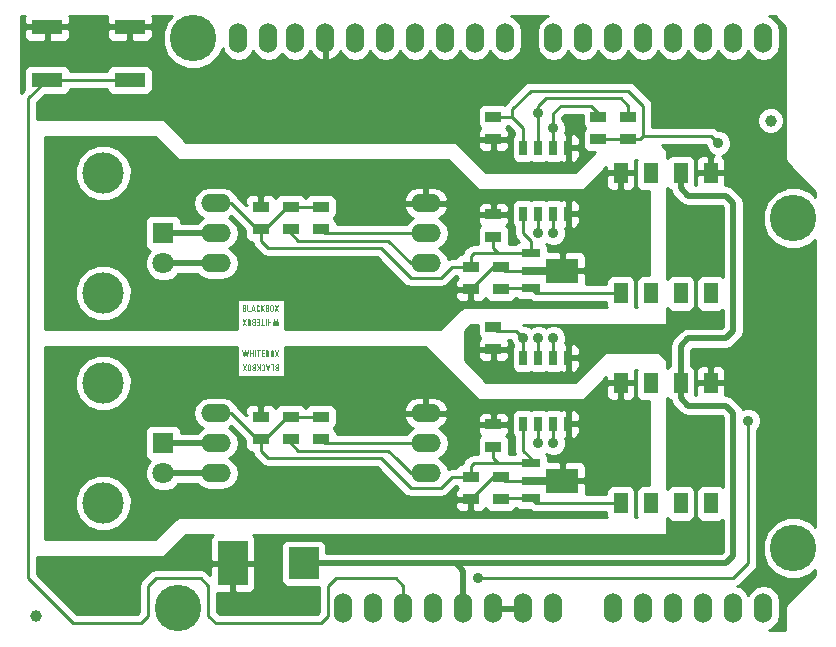
<source format=gtl>
G04 (created by PCBNEW (2013-07-07 BZR 4022)-stable) date 15/12/2015 05:16:37*
%MOIN*%
G04 Gerber Fmt 3.4, Leading zero omitted, Abs format*
%FSLAX34Y34*%
G01*
G70*
G90*
G04 APERTURE LIST*
%ADD10C,0.00590551*%
%ADD11C,0.0001*%
%ADD12R,0.102362X0.0511811*%
%ADD13C,0.0393701*%
%ADD14C,0.137795*%
%ADD15R,0.0708661X0.0708661*%
%ADD16C,0.0708661*%
%ADD17R,0.063X0.0276*%
%ADD18R,0.0827X0.0276*%
%ADD19R,0.1083X0.0787*%
%ADD20R,0.025X0.05*%
%ADD21R,0.055X0.035*%
%ADD22R,0.0472441X0.0708661*%
%ADD23R,0.1004X0.1063*%
%ADD24R,0.1004X0.1496*%
%ADD25O,0.06X0.1*%
%ADD26C,0.155*%
%ADD27O,0.1X0.0607087*%
%ADD28O,0.1X0.06*%
%ADD29C,0.035*%
%ADD30C,0.01*%
%ADD31C,0.02*%
G04 APERTURE END LIST*
G54D10*
G54D11*
G36*
X51279Y-37880D02*
X51278Y-37883D01*
X51277Y-37885D01*
X51277Y-37886D01*
X51276Y-37887D01*
X51275Y-37890D01*
X51274Y-37893D01*
X51272Y-37897D01*
X51269Y-37901D01*
X51267Y-37906D01*
X51264Y-37912D01*
X51261Y-37918D01*
X51258Y-37924D01*
X51255Y-37930D01*
X51253Y-37935D01*
X51229Y-37983D01*
X51252Y-38028D01*
X51255Y-38034D01*
X51258Y-38041D01*
X51261Y-38047D01*
X51264Y-38052D01*
X51266Y-38057D01*
X51268Y-38062D01*
X51270Y-38066D01*
X51272Y-38069D01*
X51273Y-38072D01*
X51274Y-38074D01*
X51275Y-38075D01*
X51275Y-38075D01*
X51275Y-38079D01*
X51275Y-38083D01*
X51275Y-38085D01*
X51273Y-38088D01*
X51271Y-38091D01*
X51268Y-38094D01*
X51265Y-38096D01*
X51261Y-38096D01*
X51257Y-38096D01*
X51254Y-38096D01*
X51250Y-38094D01*
X51248Y-38092D01*
X51248Y-38092D01*
X51247Y-38091D01*
X51247Y-38091D01*
X51246Y-38090D01*
X51245Y-38089D01*
X51244Y-38087D01*
X51243Y-38085D01*
X51242Y-38083D01*
X51241Y-38080D01*
X51239Y-38077D01*
X51237Y-38072D01*
X51234Y-38068D01*
X51232Y-38062D01*
X51228Y-38055D01*
X51228Y-38055D01*
X51225Y-38049D01*
X51223Y-38044D01*
X51220Y-38039D01*
X51218Y-38035D01*
X51216Y-38031D01*
X51214Y-38027D01*
X51213Y-38024D01*
X51212Y-38022D01*
X51211Y-38021D01*
X51211Y-38020D01*
X51210Y-38021D01*
X51210Y-38022D01*
X51209Y-38024D01*
X51207Y-38027D01*
X51205Y-38031D01*
X51203Y-38035D01*
X51201Y-38039D01*
X51199Y-38044D01*
X51196Y-38049D01*
X51193Y-38055D01*
X51190Y-38062D01*
X51187Y-38068D01*
X51184Y-38073D01*
X51182Y-38078D01*
X51180Y-38081D01*
X51178Y-38085D01*
X51177Y-38087D01*
X51176Y-38089D01*
X51175Y-38090D01*
X51174Y-38091D01*
X51174Y-38092D01*
X51171Y-38094D01*
X51168Y-38096D01*
X51164Y-38096D01*
X51161Y-38097D01*
X51160Y-38096D01*
X51156Y-38095D01*
X51153Y-38093D01*
X51150Y-38090D01*
X51148Y-38087D01*
X51147Y-38083D01*
X51146Y-38080D01*
X51146Y-38077D01*
X51147Y-38076D01*
X51148Y-38073D01*
X51149Y-38070D01*
X51151Y-38067D01*
X51153Y-38062D01*
X51156Y-38056D01*
X51159Y-38050D01*
X51160Y-38048D01*
X51163Y-38043D01*
X51166Y-38036D01*
X51169Y-38030D01*
X51172Y-38024D01*
X51175Y-38017D01*
X51178Y-38012D01*
X51181Y-38006D01*
X51182Y-38003D01*
X51192Y-37983D01*
X51168Y-37933D01*
X51143Y-37883D01*
X51143Y-37879D01*
X51143Y-37876D01*
X51143Y-37874D01*
X51144Y-37873D01*
X51144Y-37872D01*
X51144Y-37871D01*
X51146Y-37869D01*
X51148Y-37866D01*
X51151Y-37864D01*
X51153Y-37863D01*
X51154Y-37863D01*
X51158Y-37862D01*
X51162Y-37862D01*
X51165Y-37863D01*
X51169Y-37865D01*
X51171Y-37867D01*
X51171Y-37868D01*
X51172Y-37868D01*
X51172Y-37869D01*
X51173Y-37870D01*
X51174Y-37872D01*
X51175Y-37873D01*
X51176Y-37876D01*
X51178Y-37878D01*
X51179Y-37882D01*
X51181Y-37886D01*
X51183Y-37890D01*
X51186Y-37896D01*
X51189Y-37902D01*
X51192Y-37908D01*
X51195Y-37913D01*
X51198Y-37919D01*
X51200Y-37924D01*
X51203Y-37929D01*
X51205Y-37933D01*
X51207Y-37937D01*
X51208Y-37940D01*
X51210Y-37943D01*
X51210Y-37944D01*
X51211Y-37945D01*
X51211Y-37945D01*
X51211Y-37945D01*
X51212Y-37943D01*
X51213Y-37941D01*
X51215Y-37938D01*
X51216Y-37934D01*
X51218Y-37930D01*
X51221Y-37926D01*
X51223Y-37920D01*
X51226Y-37915D01*
X51229Y-37909D01*
X51230Y-37907D01*
X51233Y-37900D01*
X51237Y-37893D01*
X51239Y-37888D01*
X51242Y-37883D01*
X51244Y-37879D01*
X51245Y-37876D01*
X51247Y-37873D01*
X51248Y-37871D01*
X51249Y-37869D01*
X51250Y-37867D01*
X51251Y-37866D01*
X51252Y-37865D01*
X51253Y-37865D01*
X51254Y-37864D01*
X51255Y-37864D01*
X51256Y-37863D01*
X51256Y-37863D01*
X51260Y-37862D01*
X51263Y-37862D01*
X51267Y-37863D01*
X51270Y-37864D01*
X51273Y-37866D01*
X51276Y-37869D01*
X51277Y-37872D01*
X51278Y-37876D01*
X51279Y-37880D01*
X51279Y-37880D01*
X51279Y-37880D01*
G37*
G36*
X51424Y-37958D02*
X51424Y-37967D01*
X51424Y-37977D01*
X51424Y-37982D01*
X51424Y-38048D01*
X51423Y-38053D01*
X51420Y-38060D01*
X51417Y-38067D01*
X51412Y-38074D01*
X51408Y-38079D01*
X51402Y-38084D01*
X51396Y-38089D01*
X51392Y-38091D01*
X51392Y-38003D01*
X51392Y-37996D01*
X51392Y-37987D01*
X51392Y-37980D01*
X51392Y-37970D01*
X51392Y-37960D01*
X51392Y-37952D01*
X51392Y-37944D01*
X51392Y-37937D01*
X51391Y-37931D01*
X51391Y-37926D01*
X51391Y-37922D01*
X51391Y-37919D01*
X51391Y-37917D01*
X51391Y-37916D01*
X51390Y-37911D01*
X51388Y-37907D01*
X51385Y-37903D01*
X51381Y-37900D01*
X51377Y-37898D01*
X51373Y-37896D01*
X51368Y-37895D01*
X51365Y-37895D01*
X51360Y-37896D01*
X51355Y-37898D01*
X51351Y-37901D01*
X51348Y-37904D01*
X51345Y-37908D01*
X51343Y-37912D01*
X51343Y-37913D01*
X51343Y-37913D01*
X51343Y-37914D01*
X51343Y-37915D01*
X51342Y-37915D01*
X51342Y-37916D01*
X51342Y-37917D01*
X51342Y-37919D01*
X51342Y-37921D01*
X51342Y-37923D01*
X51342Y-37926D01*
X51342Y-37929D01*
X51342Y-37933D01*
X51342Y-37938D01*
X51342Y-37943D01*
X51342Y-37949D01*
X51342Y-37956D01*
X51342Y-37963D01*
X51342Y-37972D01*
X51342Y-37981D01*
X51342Y-38045D01*
X51344Y-38049D01*
X51347Y-38053D01*
X51350Y-38057D01*
X51354Y-38060D01*
X51358Y-38062D01*
X51363Y-38063D01*
X51366Y-38063D01*
X51371Y-38063D01*
X51374Y-38062D01*
X51379Y-38060D01*
X51383Y-38057D01*
X51386Y-38054D01*
X51388Y-38050D01*
X51389Y-38049D01*
X51389Y-38048D01*
X51390Y-38048D01*
X51390Y-38047D01*
X51390Y-38046D01*
X51391Y-38045D01*
X51391Y-38043D01*
X51391Y-38042D01*
X51391Y-38040D01*
X51391Y-38037D01*
X51391Y-38034D01*
X51391Y-38031D01*
X51392Y-38027D01*
X51392Y-38022D01*
X51392Y-38017D01*
X51392Y-38010D01*
X51392Y-38003D01*
X51392Y-38091D01*
X51389Y-38092D01*
X51382Y-38094D01*
X51375Y-38096D01*
X51367Y-38097D01*
X51361Y-38096D01*
X51354Y-38095D01*
X51348Y-38093D01*
X51342Y-38091D01*
X51336Y-38088D01*
X51334Y-38087D01*
X51332Y-38085D01*
X51329Y-38082D01*
X51325Y-38079D01*
X51323Y-38076D01*
X51320Y-38073D01*
X51319Y-38072D01*
X51316Y-38065D01*
X51312Y-38058D01*
X51310Y-38051D01*
X51309Y-38046D01*
X51309Y-38044D01*
X51309Y-38042D01*
X51309Y-38039D01*
X51309Y-38035D01*
X51309Y-38029D01*
X51309Y-38023D01*
X51309Y-38016D01*
X51309Y-38008D01*
X51309Y-37998D01*
X51309Y-37988D01*
X51309Y-37979D01*
X51309Y-37969D01*
X51309Y-37961D01*
X51309Y-37953D01*
X51309Y-37946D01*
X51309Y-37939D01*
X51309Y-37934D01*
X51309Y-37929D01*
X51309Y-37925D01*
X51309Y-37922D01*
X51309Y-37918D01*
X51309Y-37916D01*
X51310Y-37914D01*
X51310Y-37912D01*
X51310Y-37910D01*
X51310Y-37909D01*
X51310Y-37907D01*
X51311Y-37906D01*
X51311Y-37905D01*
X51311Y-37904D01*
X51314Y-37897D01*
X51317Y-37890D01*
X51321Y-37884D01*
X51326Y-37879D01*
X51332Y-37874D01*
X51338Y-37870D01*
X51344Y-37867D01*
X51344Y-37866D01*
X51348Y-37865D01*
X51351Y-37864D01*
X51354Y-37863D01*
X51356Y-37863D01*
X51360Y-37863D01*
X51363Y-37862D01*
X51367Y-37862D01*
X51370Y-37862D01*
X51373Y-37862D01*
X51375Y-37863D01*
X51377Y-37863D01*
X51378Y-37863D01*
X51380Y-37864D01*
X51381Y-37864D01*
X51389Y-37866D01*
X51395Y-37870D01*
X51402Y-37874D01*
X51407Y-37879D01*
X51412Y-37885D01*
X51417Y-37891D01*
X51420Y-37898D01*
X51421Y-37901D01*
X51422Y-37903D01*
X51422Y-37904D01*
X51422Y-37905D01*
X51423Y-37906D01*
X51423Y-37907D01*
X51423Y-37909D01*
X51423Y-37910D01*
X51424Y-37912D01*
X51424Y-37914D01*
X51424Y-37917D01*
X51424Y-37920D01*
X51424Y-37923D01*
X51424Y-37928D01*
X51424Y-37932D01*
X51424Y-37938D01*
X51424Y-37944D01*
X51424Y-37951D01*
X51424Y-37958D01*
X51424Y-37958D01*
X51424Y-37958D01*
G37*
G36*
X51945Y-38046D02*
X51945Y-38052D01*
X51945Y-38058D01*
X51945Y-38063D01*
X51945Y-38067D01*
X51945Y-38071D01*
X51945Y-38074D01*
X51945Y-38077D01*
X51945Y-38080D01*
X51945Y-38082D01*
X51945Y-38083D01*
X51944Y-38085D01*
X51944Y-38086D01*
X51944Y-38087D01*
X51944Y-38087D01*
X51944Y-38088D01*
X51943Y-38088D01*
X51943Y-38089D01*
X51943Y-38089D01*
X51942Y-38090D01*
X51942Y-38090D01*
X51939Y-38093D01*
X51936Y-38095D01*
X51932Y-38096D01*
X51928Y-38096D01*
X51926Y-38096D01*
X51922Y-38095D01*
X51919Y-38093D01*
X51916Y-38090D01*
X51914Y-38087D01*
X51913Y-38084D01*
X51913Y-37979D01*
X51913Y-37874D01*
X51914Y-37872D01*
X51915Y-37869D01*
X51918Y-37867D01*
X51920Y-37865D01*
X51923Y-37863D01*
X51923Y-37863D01*
X51926Y-37862D01*
X51930Y-37862D01*
X51933Y-37863D01*
X51935Y-37863D01*
X51937Y-37864D01*
X51940Y-37866D01*
X51942Y-37869D01*
X51944Y-37871D01*
X51944Y-37872D01*
X51945Y-37874D01*
X51945Y-37978D01*
X51945Y-37990D01*
X51945Y-38002D01*
X51945Y-38012D01*
X51945Y-38022D01*
X51945Y-38031D01*
X51945Y-38039D01*
X51945Y-38046D01*
X51945Y-38046D01*
X51945Y-38046D01*
G37*
G36*
X52104Y-38084D02*
X52103Y-38087D01*
X52102Y-38089D01*
X52100Y-38092D01*
X52097Y-38094D01*
X52096Y-38095D01*
X52092Y-38096D01*
X52088Y-38096D01*
X52085Y-38096D01*
X52081Y-38095D01*
X52081Y-38095D01*
X52078Y-38093D01*
X52075Y-38090D01*
X52073Y-38087D01*
X52073Y-38087D01*
X52072Y-38084D01*
X52072Y-38042D01*
X52072Y-37999D01*
X52047Y-37999D01*
X52022Y-37999D01*
X52022Y-38042D01*
X52022Y-38084D01*
X52021Y-38087D01*
X52019Y-38089D01*
X52017Y-38092D01*
X52015Y-38094D01*
X52012Y-38095D01*
X52009Y-38096D01*
X52006Y-38096D01*
X52003Y-38096D01*
X51999Y-38095D01*
X51996Y-38093D01*
X51993Y-38090D01*
X51991Y-38087D01*
X51990Y-38084D01*
X51990Y-37980D01*
X51990Y-37968D01*
X51990Y-37956D01*
X51989Y-37946D01*
X51989Y-37936D01*
X51989Y-37927D01*
X51989Y-37919D01*
X51989Y-37912D01*
X51989Y-37906D01*
X51990Y-37900D01*
X51990Y-37895D01*
X51990Y-37890D01*
X51990Y-37887D01*
X51990Y-37883D01*
X51990Y-37880D01*
X51990Y-37878D01*
X51990Y-37876D01*
X51990Y-37874D01*
X51991Y-37873D01*
X51991Y-37872D01*
X51991Y-37871D01*
X51991Y-37870D01*
X51992Y-37870D01*
X51992Y-37869D01*
X51992Y-37869D01*
X51993Y-37868D01*
X51993Y-37868D01*
X51994Y-37867D01*
X51994Y-37867D01*
X51997Y-37865D01*
X52000Y-37863D01*
X52003Y-37862D01*
X52006Y-37862D01*
X52010Y-37863D01*
X52013Y-37864D01*
X52016Y-37866D01*
X52019Y-37869D01*
X52021Y-37872D01*
X52022Y-37875D01*
X52022Y-37877D01*
X52022Y-37879D01*
X52022Y-37882D01*
X52022Y-37887D01*
X52022Y-37892D01*
X52022Y-37898D01*
X52022Y-37906D01*
X52022Y-37914D01*
X52022Y-37922D01*
X52022Y-37966D01*
X52047Y-37966D01*
X52072Y-37966D01*
X52072Y-37920D01*
X52072Y-37874D01*
X52073Y-37871D01*
X52075Y-37869D01*
X52077Y-37866D01*
X52080Y-37864D01*
X52082Y-37863D01*
X52086Y-37862D01*
X52089Y-37862D01*
X52092Y-37863D01*
X52094Y-37863D01*
X52096Y-37864D01*
X52099Y-37866D01*
X52101Y-37869D01*
X52103Y-37871D01*
X52103Y-37872D01*
X52104Y-37874D01*
X52104Y-37979D01*
X52104Y-38084D01*
X52104Y-38084D01*
X52104Y-38084D01*
G37*
G36*
X52368Y-38081D02*
X52368Y-38081D01*
X52367Y-38085D01*
X52365Y-38089D01*
X52363Y-38092D01*
X52363Y-38092D01*
X52360Y-38094D01*
X52357Y-38096D01*
X52354Y-38096D01*
X52351Y-38097D01*
X52348Y-38096D01*
X52345Y-38096D01*
X52343Y-38094D01*
X52341Y-38093D01*
X52340Y-38092D01*
X52339Y-38091D01*
X52338Y-38090D01*
X52338Y-38089D01*
X52337Y-38087D01*
X52336Y-38086D01*
X52336Y-38083D01*
X52335Y-38080D01*
X52334Y-38077D01*
X52333Y-38073D01*
X52332Y-38067D01*
X52330Y-38062D01*
X52329Y-38055D01*
X52327Y-38048D01*
X52325Y-38039D01*
X52323Y-38030D01*
X52320Y-38019D01*
X52317Y-38008D01*
X52315Y-37996D01*
X52311Y-37983D01*
X52308Y-37969D01*
X52307Y-37963D01*
X52306Y-37960D01*
X52305Y-37957D01*
X52304Y-37954D01*
X52304Y-37952D01*
X52303Y-37951D01*
X52303Y-37951D01*
X52303Y-37951D01*
X52303Y-37952D01*
X52302Y-37954D01*
X52301Y-37957D01*
X52301Y-37960D01*
X52301Y-37960D01*
X52300Y-37962D01*
X52299Y-37966D01*
X52298Y-37970D01*
X52297Y-37974D01*
X52296Y-37979D01*
X52295Y-37985D01*
X52293Y-37991D01*
X52292Y-37996D01*
X52291Y-38000D01*
X52289Y-38007D01*
X52288Y-38014D01*
X52286Y-38022D01*
X52284Y-38030D01*
X52282Y-38037D01*
X52280Y-38045D01*
X52279Y-38052D01*
X52277Y-38058D01*
X52277Y-38058D01*
X52276Y-38063D01*
X52275Y-38068D01*
X52274Y-38073D01*
X52273Y-38077D01*
X52272Y-38081D01*
X52271Y-38084D01*
X52270Y-38086D01*
X52270Y-38087D01*
X52270Y-38087D01*
X52269Y-38089D01*
X52267Y-38091D01*
X52265Y-38093D01*
X52263Y-38095D01*
X52261Y-38095D01*
X52260Y-38096D01*
X52258Y-38096D01*
X52256Y-38096D01*
X52253Y-38096D01*
X52250Y-38096D01*
X52247Y-38095D01*
X52245Y-38093D01*
X52244Y-38092D01*
X52243Y-38091D01*
X52242Y-38090D01*
X52241Y-38088D01*
X52240Y-38086D01*
X52239Y-38083D01*
X52238Y-38079D01*
X52238Y-38077D01*
X52237Y-38075D01*
X52237Y-38072D01*
X52236Y-38068D01*
X52235Y-38064D01*
X52233Y-38059D01*
X52232Y-38053D01*
X52230Y-38047D01*
X52229Y-38040D01*
X52227Y-38033D01*
X52225Y-38026D01*
X52224Y-38018D01*
X52223Y-38015D01*
X52220Y-38006D01*
X52218Y-37997D01*
X52217Y-37989D01*
X52215Y-37983D01*
X52214Y-37977D01*
X52212Y-37972D01*
X52211Y-37967D01*
X52210Y-37963D01*
X52209Y-37960D01*
X52209Y-37958D01*
X52208Y-37955D01*
X52208Y-37954D01*
X52208Y-37952D01*
X52207Y-37952D01*
X52207Y-37951D01*
X52207Y-37951D01*
X52207Y-37950D01*
X52207Y-37950D01*
X52207Y-37950D01*
X52207Y-37951D01*
X52207Y-37951D01*
X52206Y-37951D01*
X52206Y-37953D01*
X52205Y-37955D01*
X52205Y-37958D01*
X52204Y-37962D01*
X52203Y-37966D01*
X52202Y-37969D01*
X52201Y-37973D01*
X52200Y-37977D01*
X52199Y-37982D01*
X52198Y-37988D01*
X52196Y-37995D01*
X52195Y-38001D01*
X52193Y-38008D01*
X52191Y-38015D01*
X52190Y-38022D01*
X52189Y-38025D01*
X52187Y-38032D01*
X52186Y-38038D01*
X52184Y-38044D01*
X52183Y-38050D01*
X52181Y-38056D01*
X52180Y-38061D01*
X52179Y-38066D01*
X52178Y-38070D01*
X52177Y-38073D01*
X52177Y-38075D01*
X52176Y-38078D01*
X52175Y-38081D01*
X52174Y-38084D01*
X52174Y-38086D01*
X52173Y-38088D01*
X52173Y-38088D01*
X52172Y-38091D01*
X52169Y-38093D01*
X52167Y-38095D01*
X52166Y-38095D01*
X52163Y-38096D01*
X52160Y-38097D01*
X52158Y-38097D01*
X52155Y-38096D01*
X52155Y-38096D01*
X52151Y-38095D01*
X52148Y-38092D01*
X52145Y-38089D01*
X52144Y-38087D01*
X52144Y-38086D01*
X52143Y-38086D01*
X52143Y-38085D01*
X52143Y-38085D01*
X52143Y-38084D01*
X52143Y-38083D01*
X52143Y-38082D01*
X52143Y-38081D01*
X52143Y-38080D01*
X52143Y-38078D01*
X52144Y-38076D01*
X52144Y-38073D01*
X52145Y-38071D01*
X52145Y-38067D01*
X52146Y-38063D01*
X52147Y-38059D01*
X52148Y-38054D01*
X52150Y-38048D01*
X52151Y-38042D01*
X52153Y-38035D01*
X52155Y-38027D01*
X52157Y-38019D01*
X52159Y-38009D01*
X52161Y-37999D01*
X52164Y-37988D01*
X52167Y-37975D01*
X52167Y-37975D01*
X52170Y-37964D01*
X52172Y-37955D01*
X52174Y-37945D01*
X52177Y-37936D01*
X52179Y-37927D01*
X52181Y-37918D01*
X52183Y-37911D01*
X52184Y-37903D01*
X52186Y-37897D01*
X52188Y-37891D01*
X52189Y-37885D01*
X52190Y-37881D01*
X52191Y-37877D01*
X52192Y-37874D01*
X52192Y-37872D01*
X52193Y-37871D01*
X52193Y-37870D01*
X52195Y-37868D01*
X52197Y-37865D01*
X52200Y-37864D01*
X52201Y-37863D01*
X52202Y-37863D01*
X52204Y-37862D01*
X52206Y-37862D01*
X52207Y-37862D01*
X52209Y-37862D01*
X52211Y-37863D01*
X52212Y-37863D01*
X52214Y-37863D01*
X52214Y-37864D01*
X52217Y-37865D01*
X52219Y-37868D01*
X52221Y-37870D01*
X52222Y-37871D01*
X52222Y-37872D01*
X52223Y-37874D01*
X52223Y-37876D01*
X52224Y-37880D01*
X52225Y-37883D01*
X52226Y-37888D01*
X52227Y-37892D01*
X52227Y-37893D01*
X52228Y-37897D01*
X52229Y-37902D01*
X52231Y-37907D01*
X52232Y-37914D01*
X52234Y-37920D01*
X52235Y-37927D01*
X52237Y-37934D01*
X52239Y-37941D01*
X52240Y-37948D01*
X52241Y-37948D01*
X52242Y-37955D01*
X52244Y-37961D01*
X52245Y-37967D01*
X52247Y-37973D01*
X52248Y-37979D01*
X52249Y-37984D01*
X52250Y-37989D01*
X52251Y-37992D01*
X52252Y-37995D01*
X52252Y-37996D01*
X52253Y-37999D01*
X52253Y-38003D01*
X52254Y-38005D01*
X52255Y-38007D01*
X52255Y-38008D01*
X52255Y-38008D01*
X52255Y-38008D01*
X52256Y-38006D01*
X52256Y-38004D01*
X52257Y-38001D01*
X52258Y-37996D01*
X52259Y-37992D01*
X52261Y-37986D01*
X52262Y-37979D01*
X52264Y-37972D01*
X52266Y-37965D01*
X52268Y-37956D01*
X52270Y-37948D01*
X52272Y-37938D01*
X52274Y-37929D01*
X52277Y-37919D01*
X52279Y-37908D01*
X52281Y-37902D01*
X52282Y-37896D01*
X52284Y-37891D01*
X52285Y-37886D01*
X52286Y-37882D01*
X52287Y-37878D01*
X52288Y-37875D01*
X52288Y-37873D01*
X52289Y-37871D01*
X52289Y-37871D01*
X52291Y-37868D01*
X52294Y-37865D01*
X52295Y-37864D01*
X52297Y-37863D01*
X52298Y-37863D01*
X52300Y-37862D01*
X52301Y-37862D01*
X52303Y-37862D01*
X52306Y-37862D01*
X52308Y-37863D01*
X52309Y-37863D01*
X52310Y-37863D01*
X52310Y-37864D01*
X52314Y-37866D01*
X52316Y-37869D01*
X52318Y-37871D01*
X52318Y-37871D01*
X52318Y-37873D01*
X52319Y-37874D01*
X52319Y-37877D01*
X52320Y-37880D01*
X52321Y-37884D01*
X52323Y-37889D01*
X52324Y-37895D01*
X52325Y-37901D01*
X52327Y-37908D01*
X52329Y-37916D01*
X52331Y-37925D01*
X52334Y-37935D01*
X52336Y-37946D01*
X52339Y-37957D01*
X52342Y-37970D01*
X52343Y-37976D01*
X52346Y-37988D01*
X52349Y-37999D01*
X52351Y-38009D01*
X52354Y-38018D01*
X52356Y-38027D01*
X52357Y-38034D01*
X52359Y-38041D01*
X52360Y-38047D01*
X52362Y-38053D01*
X52363Y-38057D01*
X52364Y-38062D01*
X52365Y-38065D01*
X52365Y-38068D01*
X52366Y-38071D01*
X52366Y-38073D01*
X52367Y-38075D01*
X52367Y-38077D01*
X52367Y-38078D01*
X52367Y-38079D01*
X52368Y-38080D01*
X52368Y-38081D01*
X52368Y-38081D01*
X52368Y-38081D01*
X52368Y-38081D01*
G37*
G36*
X51578Y-38045D02*
X51578Y-38051D01*
X51578Y-38057D01*
X51578Y-38062D01*
X51578Y-38066D01*
X51578Y-38070D01*
X51578Y-38073D01*
X51578Y-38075D01*
X51578Y-38078D01*
X51578Y-38079D01*
X51578Y-38081D01*
X51578Y-38082D01*
X51578Y-38083D01*
X51577Y-38084D01*
X51577Y-38084D01*
X51577Y-38084D01*
X51576Y-38087D01*
X51574Y-38089D01*
X51572Y-38092D01*
X51569Y-38094D01*
X51569Y-38094D01*
X51566Y-38095D01*
X51546Y-38095D01*
X51546Y-37999D01*
X51546Y-37897D01*
X51530Y-37897D01*
X51514Y-37897D01*
X51510Y-37899D01*
X51506Y-37901D01*
X51503Y-37904D01*
X51500Y-37908D01*
X51497Y-37912D01*
X51497Y-37914D01*
X51497Y-37915D01*
X51496Y-37916D01*
X51496Y-37918D01*
X51496Y-37919D01*
X51496Y-37922D01*
X51496Y-37925D01*
X51496Y-37928D01*
X51496Y-37931D01*
X51496Y-37936D01*
X51496Y-37939D01*
X51496Y-37942D01*
X51496Y-37944D01*
X51496Y-37946D01*
X51497Y-37947D01*
X51497Y-37948D01*
X51499Y-37952D01*
X51501Y-37956D01*
X51504Y-37960D01*
X51508Y-37963D01*
X51512Y-37965D01*
X51517Y-37966D01*
X51518Y-37966D01*
X51520Y-37966D01*
X51523Y-37966D01*
X51527Y-37966D01*
X51530Y-37966D01*
X51533Y-37966D01*
X51545Y-37966D01*
X51546Y-37931D01*
X51546Y-37897D01*
X51546Y-37999D01*
X51530Y-37999D01*
X51514Y-38000D01*
X51510Y-38002D01*
X51506Y-38004D01*
X51502Y-38007D01*
X51499Y-38011D01*
X51498Y-38014D01*
X51496Y-38018D01*
X51496Y-38029D01*
X51496Y-38033D01*
X51496Y-38036D01*
X51496Y-38039D01*
X51496Y-38041D01*
X51496Y-38042D01*
X51497Y-38043D01*
X51497Y-38044D01*
X51498Y-38048D01*
X51501Y-38052D01*
X51504Y-38056D01*
X51508Y-38058D01*
X51512Y-38061D01*
X51517Y-38062D01*
X51518Y-38062D01*
X51520Y-38062D01*
X51523Y-38062D01*
X51527Y-38062D01*
X51530Y-38062D01*
X51533Y-38062D01*
X51545Y-38062D01*
X51546Y-38031D01*
X51546Y-37999D01*
X51546Y-38095D01*
X51541Y-38095D01*
X51536Y-38095D01*
X51531Y-38095D01*
X51527Y-38095D01*
X51523Y-38095D01*
X51520Y-38095D01*
X51517Y-38095D01*
X51516Y-38095D01*
X51515Y-38095D01*
X51507Y-38094D01*
X51500Y-38091D01*
X51493Y-38088D01*
X51487Y-38084D01*
X51481Y-38079D01*
X51476Y-38073D01*
X51471Y-38067D01*
X51468Y-38060D01*
X51465Y-38054D01*
X51464Y-38046D01*
X51463Y-38044D01*
X51463Y-38041D01*
X51463Y-38038D01*
X51463Y-38034D01*
X51463Y-38030D01*
X51463Y-38026D01*
X51463Y-38022D01*
X51463Y-38018D01*
X51464Y-38015D01*
X51464Y-38013D01*
X51464Y-38012D01*
X51466Y-38005D01*
X51470Y-37998D01*
X51474Y-37991D01*
X51477Y-37987D01*
X51480Y-37983D01*
X51478Y-37980D01*
X51473Y-37973D01*
X51469Y-37966D01*
X51466Y-37959D01*
X51464Y-37952D01*
X51464Y-37950D01*
X51463Y-37947D01*
X51463Y-37944D01*
X51463Y-37940D01*
X51463Y-37935D01*
X51463Y-37930D01*
X51463Y-37926D01*
X51463Y-37922D01*
X51463Y-37918D01*
X51463Y-37915D01*
X51464Y-37913D01*
X51465Y-37905D01*
X51468Y-37898D01*
X51472Y-37891D01*
X51476Y-37885D01*
X51479Y-37881D01*
X51483Y-37877D01*
X51488Y-37874D01*
X51492Y-37871D01*
X51496Y-37869D01*
X51498Y-37868D01*
X51501Y-37867D01*
X51503Y-37866D01*
X51506Y-37865D01*
X51508Y-37865D01*
X51511Y-37864D01*
X51515Y-37864D01*
X51519Y-37864D01*
X51523Y-37863D01*
X51528Y-37863D01*
X51534Y-37863D01*
X51541Y-37863D01*
X51543Y-37863D01*
X51548Y-37863D01*
X51553Y-37863D01*
X51557Y-37863D01*
X51560Y-37863D01*
X51562Y-37864D01*
X51564Y-37864D01*
X51565Y-37864D01*
X51566Y-37864D01*
X51567Y-37864D01*
X51568Y-37864D01*
X51568Y-37865D01*
X51568Y-37865D01*
X51571Y-37866D01*
X51574Y-37869D01*
X51576Y-37872D01*
X51577Y-37872D01*
X51578Y-37875D01*
X51578Y-37978D01*
X51578Y-37990D01*
X51578Y-38002D01*
X51578Y-38012D01*
X51578Y-38022D01*
X51578Y-38030D01*
X51578Y-38038D01*
X51578Y-38045D01*
X51578Y-38045D01*
X51578Y-38045D01*
G37*
G36*
X51717Y-38083D02*
X51716Y-38086D01*
X51714Y-38089D01*
X51711Y-38092D01*
X51708Y-38094D01*
X51705Y-38095D01*
X51668Y-38095D01*
X51660Y-38095D01*
X51653Y-38095D01*
X51648Y-38095D01*
X51643Y-38095D01*
X51639Y-38095D01*
X51635Y-38095D01*
X51633Y-38095D01*
X51631Y-38095D01*
X51629Y-38095D01*
X51628Y-38095D01*
X51628Y-38095D01*
X51624Y-38093D01*
X51621Y-38091D01*
X51620Y-38089D01*
X51618Y-38086D01*
X51617Y-38084D01*
X51616Y-38081D01*
X51616Y-38078D01*
X51616Y-38076D01*
X51617Y-38074D01*
X51617Y-38072D01*
X51619Y-38069D01*
X51621Y-38066D01*
X51624Y-38064D01*
X51625Y-38064D01*
X51626Y-38063D01*
X51626Y-38063D01*
X51627Y-38063D01*
X51627Y-38063D01*
X51629Y-38063D01*
X51630Y-38063D01*
X51632Y-38063D01*
X51635Y-38062D01*
X51638Y-38062D01*
X51642Y-38062D01*
X51646Y-38062D01*
X51652Y-38062D01*
X51656Y-38062D01*
X51685Y-38062D01*
X51685Y-38031D01*
X51685Y-37999D01*
X51661Y-37999D01*
X51655Y-37999D01*
X51650Y-37999D01*
X51645Y-37999D01*
X51641Y-37999D01*
X51638Y-37999D01*
X51636Y-37999D01*
X51635Y-37999D01*
X51632Y-37998D01*
X51629Y-37995D01*
X51626Y-37993D01*
X51624Y-37990D01*
X51623Y-37986D01*
X51623Y-37982D01*
X51623Y-37978D01*
X51624Y-37976D01*
X51626Y-37973D01*
X51628Y-37971D01*
X51630Y-37969D01*
X51632Y-37968D01*
X51632Y-37967D01*
X51633Y-37967D01*
X51634Y-37967D01*
X51634Y-37967D01*
X51636Y-37967D01*
X51637Y-37967D01*
X51639Y-37967D01*
X51642Y-37967D01*
X51646Y-37967D01*
X51650Y-37966D01*
X51655Y-37966D01*
X51659Y-37966D01*
X51685Y-37966D01*
X51685Y-37931D01*
X51685Y-37897D01*
X51657Y-37897D01*
X51651Y-37897D01*
X51645Y-37897D01*
X51641Y-37896D01*
X51637Y-37896D01*
X51634Y-37896D01*
X51632Y-37896D01*
X51630Y-37896D01*
X51628Y-37896D01*
X51627Y-37896D01*
X51626Y-37895D01*
X51625Y-37895D01*
X51624Y-37894D01*
X51623Y-37894D01*
X51623Y-37893D01*
X51620Y-37891D01*
X51618Y-37888D01*
X51617Y-37884D01*
X51616Y-37880D01*
X51616Y-37876D01*
X51617Y-37873D01*
X51619Y-37870D01*
X51621Y-37868D01*
X51623Y-37866D01*
X51626Y-37865D01*
X51626Y-37864D01*
X51627Y-37864D01*
X51627Y-37864D01*
X51628Y-37864D01*
X51629Y-37864D01*
X51630Y-37864D01*
X51632Y-37864D01*
X51634Y-37864D01*
X51637Y-37863D01*
X51640Y-37863D01*
X51644Y-37863D01*
X51649Y-37863D01*
X51654Y-37863D01*
X51661Y-37863D01*
X51667Y-37863D01*
X51705Y-37863D01*
X51708Y-37865D01*
X51712Y-37867D01*
X51714Y-37870D01*
X51716Y-37873D01*
X51717Y-37875D01*
X51717Y-37979D01*
X51717Y-38083D01*
X51717Y-38083D01*
X51717Y-38083D01*
G37*
G36*
X51876Y-38078D02*
X51876Y-38081D01*
X51876Y-38083D01*
X51875Y-38084D01*
X51875Y-38086D01*
X51872Y-38089D01*
X51869Y-38092D01*
X51866Y-38094D01*
X51866Y-38094D01*
X51865Y-38094D01*
X51865Y-38094D01*
X51864Y-38094D01*
X51863Y-38095D01*
X51862Y-38095D01*
X51861Y-38095D01*
X51859Y-38095D01*
X51856Y-38095D01*
X51853Y-38095D01*
X51850Y-38095D01*
X51845Y-38095D01*
X51840Y-38095D01*
X51835Y-38095D01*
X51828Y-38095D01*
X51820Y-38095D01*
X51816Y-38095D01*
X51807Y-38095D01*
X51800Y-38095D01*
X51793Y-38095D01*
X51787Y-38095D01*
X51782Y-38095D01*
X51778Y-38095D01*
X51775Y-38095D01*
X51772Y-38095D01*
X51770Y-38095D01*
X51768Y-38095D01*
X51767Y-38095D01*
X51766Y-38095D01*
X51766Y-38095D01*
X51763Y-38093D01*
X51761Y-38092D01*
X51759Y-38090D01*
X51758Y-38089D01*
X51756Y-38086D01*
X51755Y-38083D01*
X51754Y-38079D01*
X51755Y-38075D01*
X51756Y-38071D01*
X51758Y-38068D01*
X51760Y-38066D01*
X51761Y-38065D01*
X51762Y-38064D01*
X51763Y-38064D01*
X51765Y-38063D01*
X51766Y-38063D01*
X51768Y-38062D01*
X51771Y-38062D01*
X51775Y-38062D01*
X51779Y-38062D01*
X51783Y-38062D01*
X51799Y-38062D01*
X51799Y-37968D01*
X51799Y-37874D01*
X51800Y-37872D01*
X51802Y-37869D01*
X51804Y-37867D01*
X51806Y-37865D01*
X51809Y-37863D01*
X51810Y-37863D01*
X51813Y-37862D01*
X51816Y-37862D01*
X51819Y-37863D01*
X51821Y-37863D01*
X51824Y-37864D01*
X51826Y-37866D01*
X51828Y-37869D01*
X51830Y-37871D01*
X51831Y-37874D01*
X51832Y-37968D01*
X51832Y-38062D01*
X51848Y-38062D01*
X51853Y-38062D01*
X51857Y-38062D01*
X51860Y-38063D01*
X51863Y-38063D01*
X51865Y-38063D01*
X51867Y-38063D01*
X51868Y-38064D01*
X51869Y-38064D01*
X51870Y-38065D01*
X51871Y-38066D01*
X51871Y-38067D01*
X51874Y-38069D01*
X51875Y-38072D01*
X51876Y-38075D01*
X51876Y-38078D01*
X51876Y-38078D01*
X51876Y-38078D01*
G37*
G36*
X51716Y-37589D02*
X51716Y-37592D01*
X51716Y-37593D01*
X51715Y-37595D01*
X51715Y-37596D01*
X51714Y-37597D01*
X51710Y-37604D01*
X51705Y-37610D01*
X51699Y-37615D01*
X51693Y-37619D01*
X51690Y-37620D01*
X51683Y-37623D01*
X51676Y-37625D01*
X51669Y-37626D01*
X51661Y-37627D01*
X51659Y-37626D01*
X51651Y-37625D01*
X51644Y-37623D01*
X51637Y-37620D01*
X51631Y-37616D01*
X51625Y-37611D01*
X51623Y-37609D01*
X51618Y-37603D01*
X51614Y-37598D01*
X51611Y-37592D01*
X51609Y-37585D01*
X51608Y-37581D01*
X51608Y-37580D01*
X51608Y-37580D01*
X51607Y-37579D01*
X51607Y-37578D01*
X51607Y-37577D01*
X51607Y-37575D01*
X51607Y-37574D01*
X51607Y-37572D01*
X51607Y-37569D01*
X51607Y-37567D01*
X51607Y-37563D01*
X51607Y-37559D01*
X51607Y-37554D01*
X51607Y-37549D01*
X51607Y-37543D01*
X51607Y-37536D01*
X51607Y-37528D01*
X51607Y-37519D01*
X51607Y-37513D01*
X51607Y-37502D01*
X51607Y-37492D01*
X51607Y-37483D01*
X51607Y-37475D01*
X51607Y-37468D01*
X51607Y-37462D01*
X51607Y-37456D01*
X51607Y-37452D01*
X51607Y-37449D01*
X51607Y-37446D01*
X51607Y-37445D01*
X51607Y-37444D01*
X51608Y-37437D01*
X51610Y-37429D01*
X51614Y-37422D01*
X51618Y-37416D01*
X51622Y-37410D01*
X51628Y-37405D01*
X51634Y-37401D01*
X51639Y-37398D01*
X51646Y-37395D01*
X51653Y-37393D01*
X51660Y-37392D01*
X51665Y-37392D01*
X51672Y-37393D01*
X51679Y-37394D01*
X51686Y-37396D01*
X51690Y-37398D01*
X51696Y-37402D01*
X51701Y-37406D01*
X51707Y-37411D01*
X51711Y-37417D01*
X51714Y-37422D01*
X51715Y-37423D01*
X51716Y-37425D01*
X51716Y-37426D01*
X51716Y-37428D01*
X51716Y-37429D01*
X51716Y-37432D01*
X51716Y-37433D01*
X51716Y-37435D01*
X51715Y-37436D01*
X51714Y-37437D01*
X51712Y-37441D01*
X51709Y-37444D01*
X51707Y-37445D01*
X51705Y-37445D01*
X51703Y-37446D01*
X51700Y-37446D01*
X51697Y-37446D01*
X51693Y-37445D01*
X51690Y-37443D01*
X51688Y-37440D01*
X51685Y-37437D01*
X51682Y-37433D01*
X51678Y-37430D01*
X51674Y-37427D01*
X51669Y-37426D01*
X51664Y-37425D01*
X51660Y-37426D01*
X51659Y-37426D01*
X51654Y-37428D01*
X51650Y-37430D01*
X51646Y-37434D01*
X51643Y-37438D01*
X51642Y-37440D01*
X51640Y-37444D01*
X51640Y-37508D01*
X51640Y-37518D01*
X51640Y-37526D01*
X51640Y-37534D01*
X51640Y-37541D01*
X51640Y-37546D01*
X51640Y-37552D01*
X51640Y-37556D01*
X51640Y-37560D01*
X51640Y-37563D01*
X51640Y-37566D01*
X51640Y-37568D01*
X51640Y-37570D01*
X51640Y-37571D01*
X51640Y-37572D01*
X51640Y-37573D01*
X51640Y-37574D01*
X51640Y-37575D01*
X51640Y-37575D01*
X51640Y-37576D01*
X51642Y-37579D01*
X51644Y-37583D01*
X51646Y-37586D01*
X51648Y-37587D01*
X51650Y-37589D01*
X51652Y-37590D01*
X51654Y-37591D01*
X51654Y-37591D01*
X51656Y-37592D01*
X51658Y-37593D01*
X51660Y-37593D01*
X51663Y-37593D01*
X51665Y-37593D01*
X51668Y-37593D01*
X51670Y-37593D01*
X51670Y-37593D01*
X51674Y-37591D01*
X51679Y-37588D01*
X51683Y-37585D01*
X51685Y-37582D01*
X51688Y-37578D01*
X51691Y-37576D01*
X51694Y-37574D01*
X51698Y-37573D01*
X51700Y-37573D01*
X51704Y-37573D01*
X51707Y-37574D01*
X51709Y-37576D01*
X51711Y-37577D01*
X51714Y-37580D01*
X51715Y-37584D01*
X51716Y-37587D01*
X51716Y-37589D01*
X51716Y-37589D01*
X51716Y-37589D01*
G37*
G36*
X51877Y-37612D02*
X51876Y-37616D01*
X51875Y-37619D01*
X51872Y-37622D01*
X51869Y-37624D01*
X51865Y-37626D01*
X51862Y-37627D01*
X51860Y-37627D01*
X51858Y-37626D01*
X51858Y-37626D01*
X51855Y-37625D01*
X51852Y-37624D01*
X51849Y-37622D01*
X51849Y-37621D01*
X51849Y-37621D01*
X51848Y-37620D01*
X51847Y-37619D01*
X51847Y-37618D01*
X51846Y-37616D01*
X51845Y-37614D01*
X51844Y-37612D01*
X51842Y-37609D01*
X51841Y-37606D01*
X51839Y-37602D01*
X51836Y-37597D01*
X51834Y-37591D01*
X51831Y-37585D01*
X51827Y-37578D01*
X51824Y-37571D01*
X51821Y-37564D01*
X51818Y-37558D01*
X51815Y-37552D01*
X51812Y-37546D01*
X51810Y-37541D01*
X51807Y-37536D01*
X51806Y-37532D01*
X51804Y-37529D01*
X51803Y-37526D01*
X51802Y-37524D01*
X51801Y-37523D01*
X51801Y-37523D01*
X51800Y-37523D01*
X51800Y-37524D01*
X51798Y-37526D01*
X51797Y-37528D01*
X51795Y-37531D01*
X51794Y-37532D01*
X51788Y-37541D01*
X51788Y-37577D01*
X51788Y-37584D01*
X51788Y-37590D01*
X51788Y-37596D01*
X51788Y-37600D01*
X51788Y-37604D01*
X51788Y-37608D01*
X51787Y-37610D01*
X51787Y-37612D01*
X51787Y-37614D01*
X51787Y-37616D01*
X51786Y-37617D01*
X51786Y-37618D01*
X51786Y-37619D01*
X51785Y-37619D01*
X51784Y-37620D01*
X51784Y-37621D01*
X51782Y-37623D01*
X51779Y-37625D01*
X51779Y-37625D01*
X51777Y-37626D01*
X51775Y-37626D01*
X51774Y-37626D01*
X51772Y-37626D01*
X51771Y-37626D01*
X51768Y-37626D01*
X51765Y-37625D01*
X51763Y-37625D01*
X51761Y-37623D01*
X51760Y-37622D01*
X51758Y-37619D01*
X51756Y-37616D01*
X51755Y-37612D01*
X51755Y-37612D01*
X51755Y-37610D01*
X51755Y-37607D01*
X51755Y-37604D01*
X51755Y-37599D01*
X51755Y-37594D01*
X51755Y-37588D01*
X51755Y-37581D01*
X51755Y-37573D01*
X51755Y-37564D01*
X51755Y-37554D01*
X51755Y-37543D01*
X51755Y-37531D01*
X51755Y-37518D01*
X51755Y-37507D01*
X51755Y-37495D01*
X51755Y-37484D01*
X51755Y-37473D01*
X51755Y-37464D01*
X51755Y-37456D01*
X51755Y-37448D01*
X51755Y-37441D01*
X51755Y-37435D01*
X51755Y-37430D01*
X51755Y-37425D01*
X51755Y-37421D01*
X51755Y-37418D01*
X51755Y-37415D01*
X51755Y-37412D01*
X51755Y-37410D01*
X51755Y-37408D01*
X51755Y-37407D01*
X51755Y-37405D01*
X51756Y-37405D01*
X51756Y-37404D01*
X51756Y-37403D01*
X51756Y-37403D01*
X51756Y-37403D01*
X51756Y-37402D01*
X51757Y-37400D01*
X51760Y-37397D01*
X51762Y-37395D01*
X51765Y-37393D01*
X51766Y-37393D01*
X51768Y-37392D01*
X51772Y-37392D01*
X51775Y-37393D01*
X51778Y-37393D01*
X51779Y-37394D01*
X51781Y-37395D01*
X51784Y-37398D01*
X51786Y-37400D01*
X51786Y-37402D01*
X51787Y-37404D01*
X51788Y-37444D01*
X51788Y-37483D01*
X51792Y-37477D01*
X51793Y-37475D01*
X51795Y-37473D01*
X51797Y-37470D01*
X51800Y-37467D01*
X51802Y-37463D01*
X51806Y-37458D01*
X51809Y-37453D01*
X51813Y-37448D01*
X51817Y-37443D01*
X51820Y-37437D01*
X51822Y-37435D01*
X51826Y-37429D01*
X51830Y-37424D01*
X51833Y-37419D01*
X51836Y-37414D01*
X51840Y-37410D01*
X51842Y-37406D01*
X51845Y-37403D01*
X51846Y-37401D01*
X51848Y-37399D01*
X51849Y-37398D01*
X51849Y-37397D01*
X51851Y-37396D01*
X51853Y-37394D01*
X51853Y-37394D01*
X51855Y-37393D01*
X51856Y-37393D01*
X51858Y-37393D01*
X51860Y-37392D01*
X51861Y-37392D01*
X51863Y-37393D01*
X51865Y-37393D01*
X51866Y-37393D01*
X51868Y-37394D01*
X51868Y-37394D01*
X51872Y-37396D01*
X51875Y-37399D01*
X51876Y-37401D01*
X51877Y-37403D01*
X51877Y-37406D01*
X51877Y-37409D01*
X51877Y-37412D01*
X51876Y-37415D01*
X51876Y-37415D01*
X51875Y-37416D01*
X51874Y-37417D01*
X51873Y-37420D01*
X51871Y-37423D01*
X51868Y-37426D01*
X51866Y-37430D01*
X51863Y-37435D01*
X51859Y-37440D01*
X51855Y-37445D01*
X51852Y-37450D01*
X51849Y-37454D01*
X51845Y-37460D01*
X51841Y-37465D01*
X51838Y-37470D01*
X51834Y-37475D01*
X51831Y-37479D01*
X51829Y-37483D01*
X51827Y-37486D01*
X51825Y-37488D01*
X51824Y-37490D01*
X51823Y-37491D01*
X51823Y-37492D01*
X51823Y-37492D01*
X51824Y-37494D01*
X51825Y-37496D01*
X51826Y-37499D01*
X51828Y-37503D01*
X51830Y-37507D01*
X51832Y-37512D01*
X51835Y-37517D01*
X51838Y-37523D01*
X51841Y-37530D01*
X51844Y-37536D01*
X51847Y-37543D01*
X51849Y-37546D01*
X51852Y-37553D01*
X51856Y-37560D01*
X51859Y-37567D01*
X51862Y-37573D01*
X51865Y-37579D01*
X51867Y-37585D01*
X51869Y-37590D01*
X51871Y-37594D01*
X51873Y-37597D01*
X51874Y-37600D01*
X51875Y-37602D01*
X51876Y-37604D01*
X51876Y-37604D01*
X51877Y-37608D01*
X51877Y-37612D01*
X51877Y-37612D01*
X51877Y-37612D01*
G37*
G36*
X52349Y-37606D02*
X52349Y-37610D01*
X52349Y-37614D01*
X52348Y-37617D01*
X52346Y-37620D01*
X52344Y-37622D01*
X52341Y-37624D01*
X52338Y-37626D01*
X52334Y-37627D01*
X52333Y-37627D01*
X52329Y-37626D01*
X52326Y-37625D01*
X52322Y-37622D01*
X52322Y-37622D01*
X52321Y-37622D01*
X52321Y-37621D01*
X52320Y-37621D01*
X52320Y-37620D01*
X52319Y-37619D01*
X52318Y-37617D01*
X52317Y-37616D01*
X52316Y-37613D01*
X52315Y-37611D01*
X52313Y-37608D01*
X52311Y-37604D01*
X52309Y-37599D01*
X52307Y-37594D01*
X52304Y-37588D01*
X52300Y-37581D01*
X52297Y-37576D01*
X52295Y-37570D01*
X52292Y-37565D01*
X52290Y-37560D01*
X52287Y-37555D01*
X52285Y-37552D01*
X52284Y-37549D01*
X52283Y-37546D01*
X52282Y-37544D01*
X52281Y-37544D01*
X52281Y-37544D01*
X52281Y-37544D01*
X52280Y-37545D01*
X52279Y-37548D01*
X52278Y-37550D01*
X52276Y-37554D01*
X52274Y-37558D01*
X52271Y-37563D01*
X52269Y-37568D01*
X52266Y-37573D01*
X52263Y-37579D01*
X52262Y-37581D01*
X52260Y-37587D01*
X52257Y-37593D01*
X52254Y-37598D01*
X52252Y-37603D01*
X52249Y-37607D01*
X52247Y-37611D01*
X52246Y-37615D01*
X52244Y-37617D01*
X52243Y-37619D01*
X52243Y-37620D01*
X52243Y-37620D01*
X52240Y-37623D01*
X52237Y-37625D01*
X52233Y-37626D01*
X52230Y-37627D01*
X52226Y-37626D01*
X52223Y-37625D01*
X52220Y-37623D01*
X52217Y-37620D01*
X52215Y-37617D01*
X52214Y-37614D01*
X52213Y-37610D01*
X52214Y-37607D01*
X52214Y-37606D01*
X52215Y-37605D01*
X52216Y-37602D01*
X52217Y-37599D01*
X52219Y-37595D01*
X52222Y-37590D01*
X52224Y-37585D01*
X52227Y-37579D01*
X52230Y-37572D01*
X52233Y-37566D01*
X52237Y-37559D01*
X52238Y-37555D01*
X52263Y-37506D01*
X52240Y-37460D01*
X52217Y-37413D01*
X52217Y-37409D01*
X52217Y-37406D01*
X52217Y-37405D01*
X52218Y-37403D01*
X52218Y-37402D01*
X52221Y-37398D01*
X52224Y-37395D01*
X52227Y-37393D01*
X52228Y-37393D01*
X52230Y-37392D01*
X52231Y-37392D01*
X52234Y-37392D01*
X52234Y-37392D01*
X52238Y-37393D01*
X52242Y-37394D01*
X52245Y-37397D01*
X52245Y-37397D01*
X52246Y-37398D01*
X52247Y-37400D01*
X52248Y-37402D01*
X52250Y-37405D01*
X52252Y-37409D01*
X52254Y-37413D01*
X52256Y-37418D01*
X52259Y-37424D01*
X52262Y-37429D01*
X52264Y-37434D01*
X52281Y-37469D01*
X52294Y-37444D01*
X52296Y-37439D01*
X52299Y-37434D01*
X52301Y-37429D01*
X52304Y-37424D01*
X52306Y-37419D01*
X52308Y-37415D01*
X52309Y-37412D01*
X52311Y-37409D01*
X52311Y-37409D01*
X52313Y-37405D01*
X52315Y-37402D01*
X52316Y-37399D01*
X52318Y-37397D01*
X52319Y-37396D01*
X52321Y-37394D01*
X52323Y-37394D01*
X52323Y-37393D01*
X52327Y-37392D01*
X52332Y-37392D01*
X52335Y-37393D01*
X52339Y-37395D01*
X52341Y-37397D01*
X52343Y-37400D01*
X52345Y-37403D01*
X52346Y-37407D01*
X52346Y-37410D01*
X52345Y-37414D01*
X52323Y-37460D01*
X52319Y-37466D01*
X52316Y-37472D01*
X52314Y-37478D01*
X52311Y-37484D01*
X52308Y-37489D01*
X52306Y-37493D01*
X52304Y-37497D01*
X52303Y-37500D01*
X52301Y-37503D01*
X52301Y-37505D01*
X52300Y-37506D01*
X52300Y-37506D01*
X52300Y-37506D01*
X52301Y-37508D01*
X52302Y-37510D01*
X52303Y-37513D01*
X52305Y-37517D01*
X52307Y-37521D01*
X52310Y-37526D01*
X52312Y-37531D01*
X52315Y-37537D01*
X52318Y-37543D01*
X52321Y-37550D01*
X52325Y-37556D01*
X52349Y-37606D01*
X52349Y-37606D01*
X52349Y-37606D01*
G37*
G36*
X51576Y-37612D02*
X51576Y-37614D01*
X51575Y-37616D01*
X51575Y-37616D01*
X51573Y-37619D01*
X51571Y-37622D01*
X51568Y-37624D01*
X51566Y-37626D01*
X51566Y-37626D01*
X51561Y-37626D01*
X51557Y-37626D01*
X51554Y-37625D01*
X51550Y-37623D01*
X51547Y-37621D01*
X51545Y-37618D01*
X51545Y-37616D01*
X51544Y-37615D01*
X51543Y-37612D01*
X51543Y-37609D01*
X51542Y-37607D01*
X51542Y-37606D01*
X51541Y-37603D01*
X51540Y-37600D01*
X51539Y-37596D01*
X51538Y-37592D01*
X51538Y-37591D01*
X51537Y-37588D01*
X51536Y-37585D01*
X51535Y-37583D01*
X51535Y-37581D01*
X51535Y-37580D01*
X51534Y-37578D01*
X51525Y-37578D01*
X51525Y-37544D01*
X51525Y-37544D01*
X51524Y-37542D01*
X51524Y-37540D01*
X51523Y-37537D01*
X51522Y-37533D01*
X51521Y-37529D01*
X51519Y-37524D01*
X51518Y-37519D01*
X51517Y-37514D01*
X51515Y-37509D01*
X51514Y-37504D01*
X51512Y-37499D01*
X51511Y-37494D01*
X51510Y-37489D01*
X51509Y-37485D01*
X51507Y-37481D01*
X51507Y-37477D01*
X51506Y-37475D01*
X51505Y-37473D01*
X51505Y-37472D01*
X51505Y-37472D01*
X51505Y-37472D01*
X51504Y-37474D01*
X51504Y-37475D01*
X51503Y-37478D01*
X51502Y-37480D01*
X51502Y-37482D01*
X51501Y-37485D01*
X51500Y-37488D01*
X51499Y-37493D01*
X51498Y-37497D01*
X51496Y-37502D01*
X51495Y-37507D01*
X51494Y-37512D01*
X51492Y-37517D01*
X51491Y-37522D01*
X51490Y-37526D01*
X51489Y-37531D01*
X51487Y-37535D01*
X51487Y-37538D01*
X51486Y-37541D01*
X51485Y-37543D01*
X51485Y-37544D01*
X51485Y-37544D01*
X51485Y-37544D01*
X51487Y-37544D01*
X51489Y-37545D01*
X51492Y-37545D01*
X51496Y-37545D01*
X51500Y-37545D01*
X51504Y-37545D01*
X51505Y-37545D01*
X51509Y-37545D01*
X51513Y-37545D01*
X51517Y-37545D01*
X51520Y-37545D01*
X51522Y-37545D01*
X51524Y-37544D01*
X51525Y-37544D01*
X51525Y-37544D01*
X51525Y-37578D01*
X51505Y-37578D01*
X51476Y-37578D01*
X51474Y-37582D01*
X51474Y-37584D01*
X51473Y-37587D01*
X51472Y-37590D01*
X51471Y-37593D01*
X51470Y-37597D01*
X51469Y-37601D01*
X51468Y-37605D01*
X51467Y-37608D01*
X51466Y-37612D01*
X51465Y-37615D01*
X51465Y-37617D01*
X51464Y-37618D01*
X51462Y-37621D01*
X51459Y-37624D01*
X51457Y-37625D01*
X51455Y-37626D01*
X51452Y-37626D01*
X51449Y-37626D01*
X51446Y-37626D01*
X51444Y-37626D01*
X51441Y-37624D01*
X51438Y-37622D01*
X51436Y-37619D01*
X51434Y-37615D01*
X51434Y-37611D01*
X51434Y-37611D01*
X51434Y-37610D01*
X51434Y-37610D01*
X51434Y-37609D01*
X51434Y-37608D01*
X51434Y-37607D01*
X51434Y-37606D01*
X51435Y-37604D01*
X51435Y-37602D01*
X51436Y-37600D01*
X51437Y-37597D01*
X51437Y-37594D01*
X51438Y-37590D01*
X51440Y-37586D01*
X51441Y-37581D01*
X51442Y-37575D01*
X51444Y-37569D01*
X51446Y-37562D01*
X51448Y-37554D01*
X51450Y-37546D01*
X51453Y-37537D01*
X51456Y-37526D01*
X51459Y-37515D01*
X51461Y-37506D01*
X51464Y-37495D01*
X51467Y-37486D01*
X51469Y-37476D01*
X51472Y-37467D01*
X51474Y-37458D01*
X51477Y-37450D01*
X51479Y-37442D01*
X51481Y-37434D01*
X51483Y-37428D01*
X51484Y-37422D01*
X51486Y-37416D01*
X51487Y-37411D01*
X51488Y-37408D01*
X51489Y-37405D01*
X51490Y-37402D01*
X51490Y-37401D01*
X51490Y-37401D01*
X51492Y-37399D01*
X51494Y-37396D01*
X51496Y-37394D01*
X51499Y-37393D01*
X51502Y-37392D01*
X51505Y-37392D01*
X51508Y-37392D01*
X51511Y-37393D01*
X51513Y-37394D01*
X51516Y-37396D01*
X51518Y-37398D01*
X51519Y-37400D01*
X51519Y-37401D01*
X51520Y-37402D01*
X51520Y-37405D01*
X51521Y-37408D01*
X51523Y-37413D01*
X51524Y-37418D01*
X51526Y-37423D01*
X51527Y-37430D01*
X51529Y-37437D01*
X51531Y-37444D01*
X51534Y-37453D01*
X51536Y-37461D01*
X51539Y-37470D01*
X51541Y-37480D01*
X51544Y-37489D01*
X51547Y-37499D01*
X51548Y-37504D01*
X51551Y-37517D01*
X51555Y-37529D01*
X51558Y-37540D01*
X51561Y-37551D01*
X51563Y-37560D01*
X51565Y-37568D01*
X51567Y-37576D01*
X51569Y-37583D01*
X51571Y-37589D01*
X51572Y-37594D01*
X51573Y-37598D01*
X51574Y-37602D01*
X51575Y-37605D01*
X51575Y-37607D01*
X51576Y-37608D01*
X51576Y-37609D01*
X51576Y-37609D01*
X51576Y-37612D01*
X51576Y-37612D01*
X51576Y-37612D01*
G37*
G36*
X52183Y-37535D02*
X52183Y-37543D01*
X52183Y-37551D01*
X52183Y-37557D01*
X52183Y-37562D01*
X52183Y-37567D01*
X52183Y-37570D01*
X52183Y-37573D01*
X52183Y-37574D01*
X52181Y-37582D01*
X52179Y-37589D01*
X52176Y-37596D01*
X52172Y-37602D01*
X52167Y-37608D01*
X52166Y-37610D01*
X52160Y-37615D01*
X52154Y-37619D01*
X52150Y-37621D01*
X52150Y-37574D01*
X52150Y-37509D01*
X52150Y-37444D01*
X52149Y-37441D01*
X52146Y-37437D01*
X52143Y-37433D01*
X52140Y-37430D01*
X52136Y-37428D01*
X52132Y-37426D01*
X52127Y-37425D01*
X52123Y-37425D01*
X52118Y-37426D01*
X52114Y-37428D01*
X52110Y-37431D01*
X52108Y-37432D01*
X52105Y-37436D01*
X52103Y-37439D01*
X52102Y-37443D01*
X52101Y-37446D01*
X52101Y-37447D01*
X52101Y-37449D01*
X52101Y-37452D01*
X52101Y-37456D01*
X52101Y-37461D01*
X52101Y-37467D01*
X52101Y-37474D01*
X52101Y-37482D01*
X52101Y-37491D01*
X52101Y-37501D01*
X52101Y-37511D01*
X52101Y-37574D01*
X52102Y-37577D01*
X52104Y-37581D01*
X52107Y-37585D01*
X52111Y-37589D01*
X52114Y-37591D01*
X52118Y-37592D01*
X52123Y-37593D01*
X52127Y-37593D01*
X52131Y-37593D01*
X52133Y-37592D01*
X52137Y-37590D01*
X52141Y-37588D01*
X52145Y-37584D01*
X52147Y-37580D01*
X52149Y-37577D01*
X52150Y-37574D01*
X52150Y-37621D01*
X52147Y-37623D01*
X52140Y-37625D01*
X52135Y-37626D01*
X52133Y-37626D01*
X52131Y-37626D01*
X52128Y-37626D01*
X52125Y-37626D01*
X52122Y-37626D01*
X52119Y-37626D01*
X52117Y-37626D01*
X52117Y-37626D01*
X52109Y-37624D01*
X52102Y-37622D01*
X52095Y-37618D01*
X52089Y-37614D01*
X52084Y-37609D01*
X52079Y-37603D01*
X52075Y-37597D01*
X52072Y-37590D01*
X52069Y-37583D01*
X52068Y-37578D01*
X52068Y-37509D01*
X52068Y-37440D01*
X52070Y-37435D01*
X52072Y-37428D01*
X52076Y-37421D01*
X52080Y-37414D01*
X52085Y-37409D01*
X52091Y-37404D01*
X52097Y-37400D01*
X52103Y-37396D01*
X52111Y-37394D01*
X52115Y-37393D01*
X52119Y-37392D01*
X52124Y-37392D01*
X52129Y-37392D01*
X52134Y-37393D01*
X52137Y-37393D01*
X52145Y-37395D01*
X52152Y-37398D01*
X52158Y-37402D01*
X52164Y-37407D01*
X52166Y-37409D01*
X52171Y-37414D01*
X52175Y-37420D01*
X52178Y-37426D01*
X52181Y-37433D01*
X52182Y-37438D01*
X52182Y-37439D01*
X52182Y-37440D01*
X52182Y-37441D01*
X52182Y-37442D01*
X52183Y-37443D01*
X52183Y-37445D01*
X52183Y-37447D01*
X52183Y-37449D01*
X52183Y-37452D01*
X52183Y-37456D01*
X52183Y-37460D01*
X52183Y-37465D01*
X52183Y-37470D01*
X52183Y-37477D01*
X52183Y-37484D01*
X52183Y-37492D01*
X52183Y-37501D01*
X52183Y-37505D01*
X52183Y-37516D01*
X52183Y-37526D01*
X52183Y-37535D01*
X52183Y-37535D01*
X52183Y-37535D01*
G37*
G36*
X51263Y-37560D02*
X51263Y-37564D01*
X51263Y-37568D01*
X51263Y-37572D01*
X51263Y-37575D01*
X51263Y-37577D01*
X51261Y-37584D01*
X51258Y-37591D01*
X51255Y-37598D01*
X51250Y-37604D01*
X51245Y-37609D01*
X51240Y-37614D01*
X51234Y-37618D01*
X51231Y-37619D01*
X51231Y-37460D01*
X51231Y-37456D01*
X51231Y-37452D01*
X51230Y-37449D01*
X51230Y-37447D01*
X51230Y-37447D01*
X51229Y-37442D01*
X51226Y-37438D01*
X51223Y-37434D01*
X51219Y-37431D01*
X51215Y-37428D01*
X51212Y-37428D01*
X51211Y-37427D01*
X51209Y-37427D01*
X51207Y-37427D01*
X51203Y-37427D01*
X51199Y-37427D01*
X51195Y-37427D01*
X51181Y-37427D01*
X51181Y-37458D01*
X51181Y-37489D01*
X51197Y-37489D01*
X51212Y-37489D01*
X51216Y-37487D01*
X51221Y-37484D01*
X51224Y-37481D01*
X51227Y-37477D01*
X51229Y-37472D01*
X51230Y-37469D01*
X51230Y-37467D01*
X51231Y-37464D01*
X51231Y-37460D01*
X51231Y-37619D01*
X51231Y-37619D01*
X51231Y-37554D01*
X51231Y-37550D01*
X51231Y-37546D01*
X51230Y-37544D01*
X51230Y-37544D01*
X51229Y-37539D01*
X51227Y-37534D01*
X51224Y-37531D01*
X51220Y-37527D01*
X51216Y-37525D01*
X51212Y-37523D01*
X51211Y-37523D01*
X51209Y-37523D01*
X51207Y-37523D01*
X51203Y-37523D01*
X51199Y-37523D01*
X51195Y-37523D01*
X51181Y-37523D01*
X51181Y-37557D01*
X51181Y-37592D01*
X51194Y-37592D01*
X51198Y-37592D01*
X51201Y-37592D01*
X51204Y-37592D01*
X51207Y-37592D01*
X51209Y-37592D01*
X51210Y-37592D01*
X51215Y-37590D01*
X51219Y-37588D01*
X51223Y-37585D01*
X51226Y-37582D01*
X51229Y-37577D01*
X51229Y-37575D01*
X51230Y-37574D01*
X51230Y-37573D01*
X51230Y-37572D01*
X51230Y-37570D01*
X51231Y-37568D01*
X51231Y-37565D01*
X51231Y-37561D01*
X51231Y-37560D01*
X51231Y-37554D01*
X51231Y-37619D01*
X51227Y-37621D01*
X51225Y-37622D01*
X51223Y-37623D01*
X51222Y-37623D01*
X51220Y-37624D01*
X51218Y-37624D01*
X51217Y-37624D01*
X51215Y-37625D01*
X51212Y-37625D01*
X51210Y-37625D01*
X51206Y-37625D01*
X51203Y-37625D01*
X51198Y-37625D01*
X51192Y-37625D01*
X51188Y-37625D01*
X51182Y-37625D01*
X51177Y-37625D01*
X51173Y-37625D01*
X51170Y-37625D01*
X51167Y-37625D01*
X51165Y-37625D01*
X51163Y-37625D01*
X51162Y-37625D01*
X51161Y-37625D01*
X51160Y-37625D01*
X51159Y-37624D01*
X51159Y-37624D01*
X51156Y-37623D01*
X51153Y-37620D01*
X51150Y-37617D01*
X51149Y-37614D01*
X51149Y-37613D01*
X51149Y-37612D01*
X51149Y-37610D01*
X51148Y-37607D01*
X51148Y-37604D01*
X51148Y-37599D01*
X51148Y-37594D01*
X51148Y-37588D01*
X51148Y-37582D01*
X51148Y-37575D01*
X51148Y-37568D01*
X51148Y-37560D01*
X51148Y-37551D01*
X51148Y-37543D01*
X51148Y-37534D01*
X51148Y-37525D01*
X51148Y-37516D01*
X51148Y-37507D01*
X51148Y-37498D01*
X51148Y-37489D01*
X51148Y-37480D01*
X51148Y-37472D01*
X51148Y-37463D01*
X51148Y-37455D01*
X51148Y-37447D01*
X51148Y-37440D01*
X51148Y-37433D01*
X51148Y-37427D01*
X51148Y-37422D01*
X51148Y-37417D01*
X51148Y-37413D01*
X51148Y-37410D01*
X51149Y-37407D01*
X51149Y-37406D01*
X51149Y-37406D01*
X51150Y-37403D01*
X51151Y-37400D01*
X51153Y-37398D01*
X51155Y-37396D01*
X51156Y-37396D01*
X51157Y-37395D01*
X51158Y-37395D01*
X51159Y-37394D01*
X51160Y-37394D01*
X51162Y-37394D01*
X51164Y-37394D01*
X51166Y-37394D01*
X51169Y-37394D01*
X51173Y-37394D01*
X51178Y-37394D01*
X51183Y-37394D01*
X51187Y-37394D01*
X51193Y-37394D01*
X51198Y-37394D01*
X51202Y-37394D01*
X51205Y-37394D01*
X51208Y-37394D01*
X51210Y-37394D01*
X51212Y-37394D01*
X51214Y-37394D01*
X51215Y-37394D01*
X51216Y-37394D01*
X51217Y-37394D01*
X51224Y-37397D01*
X51231Y-37400D01*
X51238Y-37403D01*
X51244Y-37408D01*
X51249Y-37413D01*
X51252Y-37417D01*
X51254Y-37420D01*
X51256Y-37424D01*
X51259Y-37429D01*
X51260Y-37433D01*
X51262Y-37437D01*
X51262Y-37439D01*
X51262Y-37440D01*
X51263Y-37441D01*
X51263Y-37443D01*
X51263Y-37444D01*
X51263Y-37446D01*
X51263Y-37449D01*
X51263Y-37453D01*
X51263Y-37457D01*
X51263Y-37458D01*
X51263Y-37462D01*
X51263Y-37466D01*
X51263Y-37469D01*
X51263Y-37471D01*
X51263Y-37473D01*
X51263Y-37474D01*
X51262Y-37475D01*
X51262Y-37477D01*
X51262Y-37478D01*
X51260Y-37484D01*
X51257Y-37491D01*
X51253Y-37497D01*
X51249Y-37502D01*
X51248Y-37503D01*
X51246Y-37506D01*
X51248Y-37508D01*
X51252Y-37512D01*
X51255Y-37518D01*
X51258Y-37524D01*
X51261Y-37530D01*
X51262Y-37536D01*
X51263Y-37538D01*
X51263Y-37540D01*
X51263Y-37543D01*
X51263Y-37547D01*
X51263Y-37551D01*
X51263Y-37555D01*
X51263Y-37560D01*
X51263Y-37560D01*
X51263Y-37560D01*
G37*
G36*
X51405Y-37608D02*
X51405Y-37611D01*
X51405Y-37614D01*
X51405Y-37614D01*
X51403Y-37618D01*
X51401Y-37621D01*
X51397Y-37623D01*
X51394Y-37625D01*
X51393Y-37625D01*
X51391Y-37625D01*
X51388Y-37625D01*
X51384Y-37625D01*
X51380Y-37625D01*
X51375Y-37625D01*
X51370Y-37625D01*
X51365Y-37625D01*
X51359Y-37625D01*
X51354Y-37625D01*
X51348Y-37625D01*
X51342Y-37625D01*
X51337Y-37625D01*
X51332Y-37625D01*
X51327Y-37625D01*
X51323Y-37625D01*
X51320Y-37625D01*
X51317Y-37625D01*
X51316Y-37625D01*
X51315Y-37624D01*
X51313Y-37624D01*
X51311Y-37622D01*
X51309Y-37620D01*
X51309Y-37620D01*
X51309Y-37620D01*
X51308Y-37619D01*
X51308Y-37619D01*
X51307Y-37619D01*
X51307Y-37618D01*
X51306Y-37618D01*
X51306Y-37617D01*
X51306Y-37616D01*
X51305Y-37615D01*
X51305Y-37614D01*
X51305Y-37613D01*
X51305Y-37611D01*
X51305Y-37609D01*
X51305Y-37606D01*
X51304Y-37603D01*
X51304Y-37599D01*
X51304Y-37595D01*
X51304Y-37590D01*
X51304Y-37585D01*
X51304Y-37578D01*
X51304Y-37572D01*
X51304Y-37564D01*
X51304Y-37556D01*
X51304Y-37546D01*
X51304Y-37536D01*
X51304Y-37525D01*
X51304Y-37513D01*
X51304Y-37508D01*
X51304Y-37403D01*
X51306Y-37401D01*
X51308Y-37397D01*
X51311Y-37395D01*
X51314Y-37393D01*
X51316Y-37393D01*
X51317Y-37392D01*
X51319Y-37392D01*
X51321Y-37392D01*
X51325Y-37393D01*
X51329Y-37394D01*
X51332Y-37397D01*
X51334Y-37400D01*
X51335Y-37401D01*
X51336Y-37403D01*
X51337Y-37498D01*
X51337Y-37592D01*
X51365Y-37592D01*
X51372Y-37592D01*
X51377Y-37592D01*
X51381Y-37592D01*
X51385Y-37593D01*
X51388Y-37593D01*
X51390Y-37593D01*
X51392Y-37593D01*
X51393Y-37593D01*
X51394Y-37593D01*
X51395Y-37593D01*
X51396Y-37593D01*
X51396Y-37594D01*
X51396Y-37594D01*
X51399Y-37595D01*
X51402Y-37598D01*
X51404Y-37601D01*
X51404Y-37602D01*
X51405Y-37605D01*
X51405Y-37608D01*
X51405Y-37608D01*
X51405Y-37608D01*
G37*
G36*
X52029Y-37560D02*
X52029Y-37565D01*
X52029Y-37570D01*
X52028Y-37575D01*
X52028Y-37579D01*
X52027Y-37582D01*
X52026Y-37586D01*
X52024Y-37589D01*
X52023Y-37592D01*
X52019Y-37599D01*
X52015Y-37605D01*
X52009Y-37611D01*
X52003Y-37615D01*
X51997Y-37619D01*
X51996Y-37620D01*
X51996Y-37559D01*
X51996Y-37460D01*
X51996Y-37456D01*
X51996Y-37452D01*
X51996Y-37449D01*
X51996Y-37447D01*
X51995Y-37445D01*
X51994Y-37441D01*
X51991Y-37436D01*
X51988Y-37433D01*
X51984Y-37430D01*
X51979Y-37428D01*
X51978Y-37428D01*
X51977Y-37427D01*
X51976Y-37427D01*
X51974Y-37427D01*
X51972Y-37427D01*
X51970Y-37427D01*
X51966Y-37427D01*
X51962Y-37427D01*
X51961Y-37427D01*
X51946Y-37427D01*
X51946Y-37458D01*
X51946Y-37489D01*
X51961Y-37489D01*
X51966Y-37489D01*
X51969Y-37489D01*
X51972Y-37489D01*
X51974Y-37489D01*
X51976Y-37489D01*
X51977Y-37489D01*
X51978Y-37488D01*
X51979Y-37488D01*
X51983Y-37486D01*
X51987Y-37483D01*
X51991Y-37480D01*
X51994Y-37476D01*
X51995Y-37471D01*
X51996Y-37469D01*
X51996Y-37466D01*
X51996Y-37463D01*
X51996Y-37460D01*
X51996Y-37559D01*
X51996Y-37555D01*
X51996Y-37551D01*
X51996Y-37548D01*
X51996Y-37545D01*
X51996Y-37542D01*
X51995Y-37541D01*
X51994Y-37536D01*
X51991Y-37532D01*
X51988Y-37529D01*
X51984Y-37526D01*
X51979Y-37524D01*
X51978Y-37523D01*
X51977Y-37523D01*
X51976Y-37523D01*
X51974Y-37523D01*
X51972Y-37523D01*
X51970Y-37523D01*
X51966Y-37523D01*
X51962Y-37523D01*
X51961Y-37523D01*
X51946Y-37523D01*
X51946Y-37557D01*
X51946Y-37563D01*
X51946Y-37569D01*
X51947Y-37574D01*
X51947Y-37579D01*
X51947Y-37583D01*
X51947Y-37586D01*
X51947Y-37589D01*
X51947Y-37591D01*
X51947Y-37592D01*
X51947Y-37592D01*
X51947Y-37592D01*
X51949Y-37592D01*
X51951Y-37592D01*
X51954Y-37592D01*
X51957Y-37592D01*
X51961Y-37592D01*
X51964Y-37592D01*
X51968Y-37592D01*
X51971Y-37592D01*
X51973Y-37592D01*
X51975Y-37592D01*
X51976Y-37592D01*
X51981Y-37590D01*
X51985Y-37588D01*
X51989Y-37584D01*
X51992Y-37581D01*
X51994Y-37576D01*
X51995Y-37573D01*
X51996Y-37572D01*
X51996Y-37569D01*
X51996Y-37566D01*
X51996Y-37563D01*
X51996Y-37559D01*
X51996Y-37620D01*
X51989Y-37622D01*
X51985Y-37624D01*
X51984Y-37624D01*
X51983Y-37624D01*
X51982Y-37624D01*
X51980Y-37625D01*
X51979Y-37625D01*
X51977Y-37625D01*
X51974Y-37625D01*
X51971Y-37625D01*
X51968Y-37625D01*
X51963Y-37625D01*
X51958Y-37625D01*
X51954Y-37625D01*
X51948Y-37625D01*
X51942Y-37625D01*
X51938Y-37625D01*
X51934Y-37625D01*
X51931Y-37625D01*
X51929Y-37625D01*
X51927Y-37625D01*
X51926Y-37625D01*
X51925Y-37625D01*
X51925Y-37625D01*
X51922Y-37623D01*
X51919Y-37621D01*
X51916Y-37618D01*
X51915Y-37616D01*
X51915Y-37616D01*
X51915Y-37615D01*
X51915Y-37615D01*
X51915Y-37614D01*
X51915Y-37614D01*
X51915Y-37613D01*
X51915Y-37611D01*
X51915Y-37610D01*
X51914Y-37608D01*
X51914Y-37606D01*
X51914Y-37603D01*
X51914Y-37599D01*
X51914Y-37596D01*
X51914Y-37591D01*
X51914Y-37586D01*
X51914Y-37580D01*
X51914Y-37574D01*
X51914Y-37567D01*
X51914Y-37559D01*
X51914Y-37550D01*
X51914Y-37540D01*
X51914Y-37530D01*
X51914Y-37518D01*
X51914Y-37510D01*
X51914Y-37498D01*
X51914Y-37486D01*
X51914Y-37476D01*
X51914Y-37466D01*
X51914Y-37458D01*
X51914Y-37450D01*
X51914Y-37443D01*
X51914Y-37436D01*
X51914Y-37431D01*
X51914Y-37426D01*
X51914Y-37421D01*
X51914Y-37417D01*
X51914Y-37414D01*
X51914Y-37411D01*
X51915Y-37409D01*
X51915Y-37407D01*
X51915Y-37405D01*
X51915Y-37404D01*
X51915Y-37403D01*
X51915Y-37402D01*
X51916Y-37402D01*
X51916Y-37401D01*
X51916Y-37401D01*
X51917Y-37400D01*
X51917Y-37400D01*
X51918Y-37399D01*
X51918Y-37399D01*
X51920Y-37397D01*
X51922Y-37395D01*
X51923Y-37395D01*
X51926Y-37394D01*
X51952Y-37394D01*
X51958Y-37394D01*
X51964Y-37394D01*
X51968Y-37394D01*
X51972Y-37394D01*
X51976Y-37394D01*
X51978Y-37394D01*
X51981Y-37394D01*
X51983Y-37395D01*
X51985Y-37395D01*
X51987Y-37395D01*
X51989Y-37396D01*
X51991Y-37397D01*
X51991Y-37397D01*
X51998Y-37400D01*
X52004Y-37404D01*
X52010Y-37409D01*
X52015Y-37414D01*
X52020Y-37420D01*
X52023Y-37427D01*
X52026Y-37434D01*
X52028Y-37441D01*
X52029Y-37447D01*
X52029Y-37450D01*
X52029Y-37455D01*
X52029Y-37459D01*
X52029Y-37464D01*
X52029Y-37468D01*
X52028Y-37472D01*
X52028Y-37475D01*
X52028Y-37477D01*
X52026Y-37484D01*
X52023Y-37491D01*
X52019Y-37497D01*
X52015Y-37502D01*
X52012Y-37506D01*
X52013Y-37508D01*
X52017Y-37512D01*
X52019Y-37516D01*
X52022Y-37520D01*
X52024Y-37524D01*
X52025Y-37526D01*
X52026Y-37529D01*
X52027Y-37532D01*
X52028Y-37534D01*
X52028Y-37537D01*
X52028Y-37540D01*
X52029Y-37544D01*
X52029Y-37548D01*
X52029Y-37553D01*
X52029Y-37560D01*
X52029Y-37560D01*
X52029Y-37560D01*
G37*
G36*
X52221Y-39120D02*
X52222Y-39117D01*
X52223Y-39115D01*
X52223Y-39114D01*
X52224Y-39113D01*
X52225Y-39110D01*
X52226Y-39107D01*
X52228Y-39103D01*
X52231Y-39099D01*
X52233Y-39094D01*
X52236Y-39088D01*
X52239Y-39082D01*
X52242Y-39076D01*
X52245Y-39070D01*
X52247Y-39065D01*
X52271Y-39017D01*
X52248Y-38972D01*
X52245Y-38966D01*
X52242Y-38959D01*
X52239Y-38953D01*
X52236Y-38948D01*
X52234Y-38943D01*
X52232Y-38938D01*
X52230Y-38934D01*
X52228Y-38931D01*
X52227Y-38928D01*
X52226Y-38926D01*
X52225Y-38925D01*
X52225Y-38925D01*
X52225Y-38921D01*
X52225Y-38917D01*
X52225Y-38915D01*
X52227Y-38912D01*
X52229Y-38909D01*
X52232Y-38906D01*
X52235Y-38904D01*
X52239Y-38904D01*
X52243Y-38904D01*
X52246Y-38904D01*
X52250Y-38906D01*
X52252Y-38908D01*
X52252Y-38908D01*
X52253Y-38909D01*
X52253Y-38909D01*
X52254Y-38910D01*
X52255Y-38911D01*
X52256Y-38913D01*
X52257Y-38915D01*
X52258Y-38917D01*
X52259Y-38920D01*
X52261Y-38923D01*
X52263Y-38928D01*
X52266Y-38932D01*
X52268Y-38938D01*
X52272Y-38945D01*
X52272Y-38945D01*
X52275Y-38951D01*
X52277Y-38956D01*
X52280Y-38961D01*
X52282Y-38965D01*
X52284Y-38969D01*
X52286Y-38973D01*
X52287Y-38976D01*
X52288Y-38978D01*
X52289Y-38979D01*
X52289Y-38980D01*
X52290Y-38979D01*
X52290Y-38978D01*
X52291Y-38976D01*
X52293Y-38973D01*
X52295Y-38969D01*
X52297Y-38965D01*
X52299Y-38961D01*
X52301Y-38956D01*
X52304Y-38951D01*
X52307Y-38945D01*
X52310Y-38938D01*
X52313Y-38932D01*
X52316Y-38927D01*
X52318Y-38922D01*
X52320Y-38919D01*
X52322Y-38915D01*
X52323Y-38913D01*
X52324Y-38911D01*
X52325Y-38910D01*
X52326Y-38909D01*
X52326Y-38908D01*
X52329Y-38906D01*
X52332Y-38904D01*
X52336Y-38904D01*
X52339Y-38903D01*
X52340Y-38904D01*
X52344Y-38905D01*
X52347Y-38907D01*
X52350Y-38910D01*
X52352Y-38913D01*
X52353Y-38917D01*
X52354Y-38920D01*
X52354Y-38923D01*
X52353Y-38924D01*
X52352Y-38927D01*
X52351Y-38930D01*
X52349Y-38933D01*
X52347Y-38938D01*
X52344Y-38944D01*
X52341Y-38950D01*
X52340Y-38952D01*
X52337Y-38957D01*
X52334Y-38964D01*
X52331Y-38970D01*
X52328Y-38976D01*
X52325Y-38983D01*
X52322Y-38988D01*
X52319Y-38994D01*
X52318Y-38997D01*
X52308Y-39017D01*
X52332Y-39067D01*
X52357Y-39117D01*
X52357Y-39121D01*
X52357Y-39124D01*
X52357Y-39126D01*
X52356Y-39127D01*
X52356Y-39128D01*
X52356Y-39129D01*
X52354Y-39131D01*
X52352Y-39134D01*
X52349Y-39136D01*
X52347Y-39137D01*
X52346Y-39137D01*
X52342Y-39138D01*
X52338Y-39138D01*
X52335Y-39137D01*
X52331Y-39135D01*
X52329Y-39133D01*
X52329Y-39132D01*
X52328Y-39132D01*
X52328Y-39131D01*
X52327Y-39130D01*
X52326Y-39128D01*
X52325Y-39127D01*
X52324Y-39124D01*
X52322Y-39122D01*
X52321Y-39118D01*
X52319Y-39114D01*
X52317Y-39110D01*
X52314Y-39104D01*
X52311Y-39098D01*
X52308Y-39092D01*
X52305Y-39087D01*
X52302Y-39081D01*
X52300Y-39076D01*
X52297Y-39071D01*
X52295Y-39067D01*
X52293Y-39063D01*
X52292Y-39060D01*
X52290Y-39057D01*
X52290Y-39056D01*
X52289Y-39055D01*
X52289Y-39055D01*
X52289Y-39055D01*
X52288Y-39057D01*
X52287Y-39059D01*
X52285Y-39062D01*
X52284Y-39066D01*
X52282Y-39070D01*
X52279Y-39074D01*
X52277Y-39080D01*
X52274Y-39085D01*
X52271Y-39091D01*
X52270Y-39093D01*
X52267Y-39100D01*
X52263Y-39107D01*
X52261Y-39112D01*
X52258Y-39117D01*
X52256Y-39121D01*
X52255Y-39124D01*
X52253Y-39127D01*
X52252Y-39129D01*
X52251Y-39131D01*
X52250Y-39133D01*
X52249Y-39134D01*
X52248Y-39135D01*
X52247Y-39135D01*
X52246Y-39136D01*
X52245Y-39136D01*
X52244Y-39137D01*
X52244Y-39137D01*
X52240Y-39138D01*
X52237Y-39138D01*
X52233Y-39137D01*
X52230Y-39136D01*
X52227Y-39134D01*
X52224Y-39131D01*
X52223Y-39128D01*
X52222Y-39124D01*
X52221Y-39120D01*
X52221Y-39120D01*
X52221Y-39120D01*
G37*
G36*
X52076Y-39042D02*
X52076Y-39033D01*
X52076Y-39023D01*
X52076Y-39018D01*
X52076Y-38952D01*
X52077Y-38947D01*
X52080Y-38940D01*
X52083Y-38933D01*
X52088Y-38926D01*
X52092Y-38921D01*
X52098Y-38916D01*
X52104Y-38911D01*
X52108Y-38909D01*
X52108Y-38997D01*
X52108Y-39004D01*
X52108Y-39013D01*
X52108Y-39020D01*
X52108Y-39030D01*
X52108Y-39040D01*
X52108Y-39048D01*
X52108Y-39056D01*
X52108Y-39063D01*
X52109Y-39069D01*
X52109Y-39074D01*
X52109Y-39078D01*
X52109Y-39081D01*
X52109Y-39083D01*
X52109Y-39084D01*
X52110Y-39089D01*
X52112Y-39093D01*
X52115Y-39097D01*
X52119Y-39100D01*
X52123Y-39102D01*
X52127Y-39104D01*
X52132Y-39105D01*
X52135Y-39105D01*
X52140Y-39104D01*
X52145Y-39102D01*
X52149Y-39099D01*
X52152Y-39096D01*
X52155Y-39092D01*
X52157Y-39088D01*
X52157Y-39087D01*
X52157Y-39087D01*
X52157Y-39086D01*
X52157Y-39085D01*
X52158Y-39085D01*
X52158Y-39084D01*
X52158Y-39083D01*
X52158Y-39081D01*
X52158Y-39079D01*
X52158Y-39077D01*
X52158Y-39074D01*
X52158Y-39071D01*
X52158Y-39067D01*
X52158Y-39062D01*
X52158Y-39057D01*
X52158Y-39051D01*
X52158Y-39044D01*
X52158Y-39037D01*
X52158Y-39028D01*
X52158Y-39019D01*
X52158Y-38955D01*
X52156Y-38951D01*
X52153Y-38947D01*
X52150Y-38943D01*
X52146Y-38940D01*
X52142Y-38938D01*
X52137Y-38937D01*
X52134Y-38937D01*
X52129Y-38937D01*
X52126Y-38938D01*
X52121Y-38940D01*
X52117Y-38943D01*
X52114Y-38946D01*
X52112Y-38950D01*
X52111Y-38951D01*
X52111Y-38952D01*
X52110Y-38952D01*
X52110Y-38953D01*
X52110Y-38954D01*
X52109Y-38955D01*
X52109Y-38957D01*
X52109Y-38958D01*
X52109Y-38960D01*
X52109Y-38963D01*
X52109Y-38966D01*
X52109Y-38969D01*
X52108Y-38973D01*
X52108Y-38978D01*
X52108Y-38983D01*
X52108Y-38990D01*
X52108Y-38997D01*
X52108Y-38909D01*
X52111Y-38908D01*
X52118Y-38906D01*
X52125Y-38904D01*
X52133Y-38903D01*
X52139Y-38904D01*
X52146Y-38905D01*
X52152Y-38907D01*
X52158Y-38909D01*
X52164Y-38912D01*
X52166Y-38913D01*
X52168Y-38915D01*
X52171Y-38918D01*
X52175Y-38921D01*
X52177Y-38924D01*
X52180Y-38927D01*
X52181Y-38928D01*
X52184Y-38935D01*
X52188Y-38942D01*
X52190Y-38949D01*
X52191Y-38954D01*
X52191Y-38956D01*
X52191Y-38958D01*
X52191Y-38961D01*
X52191Y-38965D01*
X52191Y-38971D01*
X52191Y-38977D01*
X52191Y-38984D01*
X52191Y-38992D01*
X52191Y-39002D01*
X52191Y-39012D01*
X52191Y-39021D01*
X52191Y-39031D01*
X52191Y-39039D01*
X52191Y-39047D01*
X52191Y-39054D01*
X52191Y-39061D01*
X52191Y-39066D01*
X52191Y-39071D01*
X52191Y-39075D01*
X52191Y-39078D01*
X52191Y-39082D01*
X52191Y-39084D01*
X52190Y-39086D01*
X52190Y-39088D01*
X52190Y-39090D01*
X52190Y-39091D01*
X52190Y-39093D01*
X52189Y-39094D01*
X52189Y-39095D01*
X52189Y-39096D01*
X52186Y-39103D01*
X52183Y-39110D01*
X52179Y-39116D01*
X52174Y-39121D01*
X52168Y-39126D01*
X52162Y-39130D01*
X52156Y-39133D01*
X52156Y-39134D01*
X52152Y-39135D01*
X52149Y-39136D01*
X52146Y-39137D01*
X52144Y-39137D01*
X52140Y-39137D01*
X52137Y-39138D01*
X52133Y-39138D01*
X52130Y-39138D01*
X52127Y-39138D01*
X52125Y-39137D01*
X52123Y-39137D01*
X52122Y-39137D01*
X52120Y-39136D01*
X52119Y-39136D01*
X52111Y-39134D01*
X52105Y-39130D01*
X52098Y-39126D01*
X52093Y-39121D01*
X52088Y-39115D01*
X52083Y-39109D01*
X52080Y-39102D01*
X52079Y-39099D01*
X52078Y-39097D01*
X52078Y-39096D01*
X52078Y-39095D01*
X52077Y-39094D01*
X52077Y-39093D01*
X52077Y-39091D01*
X52077Y-39090D01*
X52076Y-39088D01*
X52076Y-39086D01*
X52076Y-39083D01*
X52076Y-39080D01*
X52076Y-39077D01*
X52076Y-39072D01*
X52076Y-39068D01*
X52076Y-39062D01*
X52076Y-39056D01*
X52076Y-39049D01*
X52076Y-39042D01*
X52076Y-39042D01*
X52076Y-39042D01*
G37*
G36*
X51555Y-38954D02*
X51555Y-38948D01*
X51555Y-38942D01*
X51555Y-38937D01*
X51555Y-38933D01*
X51555Y-38929D01*
X51555Y-38926D01*
X51555Y-38923D01*
X51555Y-38920D01*
X51555Y-38918D01*
X51555Y-38917D01*
X51556Y-38915D01*
X51556Y-38914D01*
X51556Y-38913D01*
X51556Y-38913D01*
X51556Y-38912D01*
X51557Y-38912D01*
X51557Y-38911D01*
X51557Y-38911D01*
X51558Y-38910D01*
X51558Y-38910D01*
X51561Y-38907D01*
X51564Y-38905D01*
X51568Y-38904D01*
X51572Y-38904D01*
X51574Y-38904D01*
X51578Y-38905D01*
X51581Y-38907D01*
X51584Y-38910D01*
X51586Y-38913D01*
X51587Y-38916D01*
X51587Y-39021D01*
X51587Y-39126D01*
X51586Y-39128D01*
X51585Y-39131D01*
X51582Y-39133D01*
X51580Y-39135D01*
X51577Y-39137D01*
X51577Y-39137D01*
X51574Y-39138D01*
X51570Y-39138D01*
X51567Y-39137D01*
X51565Y-39137D01*
X51563Y-39136D01*
X51560Y-39134D01*
X51558Y-39131D01*
X51556Y-39129D01*
X51556Y-39128D01*
X51555Y-39126D01*
X51555Y-39022D01*
X51555Y-39010D01*
X51555Y-38998D01*
X51555Y-38988D01*
X51555Y-38978D01*
X51555Y-38969D01*
X51555Y-38961D01*
X51555Y-38954D01*
X51555Y-38954D01*
X51555Y-38954D01*
G37*
G36*
X51396Y-38916D02*
X51397Y-38913D01*
X51398Y-38911D01*
X51400Y-38908D01*
X51403Y-38906D01*
X51404Y-38905D01*
X51408Y-38904D01*
X51412Y-38904D01*
X51415Y-38904D01*
X51419Y-38905D01*
X51419Y-38905D01*
X51422Y-38907D01*
X51425Y-38910D01*
X51427Y-38913D01*
X51427Y-38913D01*
X51428Y-38916D01*
X51428Y-38958D01*
X51428Y-39001D01*
X51453Y-39001D01*
X51478Y-39001D01*
X51478Y-38958D01*
X51478Y-38916D01*
X51479Y-38913D01*
X51481Y-38911D01*
X51483Y-38908D01*
X51485Y-38906D01*
X51488Y-38905D01*
X51491Y-38904D01*
X51494Y-38904D01*
X51497Y-38904D01*
X51501Y-38905D01*
X51504Y-38907D01*
X51507Y-38910D01*
X51509Y-38913D01*
X51510Y-38916D01*
X51510Y-39020D01*
X51510Y-39032D01*
X51510Y-39044D01*
X51511Y-39054D01*
X51511Y-39064D01*
X51511Y-39073D01*
X51511Y-39081D01*
X51511Y-39088D01*
X51511Y-39094D01*
X51510Y-39100D01*
X51510Y-39105D01*
X51510Y-39110D01*
X51510Y-39113D01*
X51510Y-39117D01*
X51510Y-39120D01*
X51510Y-39122D01*
X51510Y-39124D01*
X51510Y-39126D01*
X51509Y-39127D01*
X51509Y-39128D01*
X51509Y-39129D01*
X51509Y-39130D01*
X51508Y-39130D01*
X51508Y-39131D01*
X51508Y-39131D01*
X51507Y-39132D01*
X51507Y-39132D01*
X51506Y-39133D01*
X51506Y-39133D01*
X51503Y-39135D01*
X51500Y-39137D01*
X51497Y-39138D01*
X51494Y-39138D01*
X51490Y-39137D01*
X51487Y-39136D01*
X51484Y-39134D01*
X51481Y-39131D01*
X51479Y-39128D01*
X51478Y-39125D01*
X51478Y-39123D01*
X51478Y-39121D01*
X51478Y-39118D01*
X51478Y-39113D01*
X51478Y-39108D01*
X51478Y-39102D01*
X51478Y-39094D01*
X51478Y-39086D01*
X51478Y-39078D01*
X51478Y-39034D01*
X51453Y-39034D01*
X51428Y-39034D01*
X51428Y-39080D01*
X51428Y-39126D01*
X51427Y-39129D01*
X51425Y-39131D01*
X51423Y-39134D01*
X51420Y-39136D01*
X51418Y-39137D01*
X51414Y-39138D01*
X51411Y-39138D01*
X51408Y-39137D01*
X51406Y-39137D01*
X51404Y-39136D01*
X51401Y-39134D01*
X51399Y-39131D01*
X51397Y-39129D01*
X51397Y-39128D01*
X51396Y-39126D01*
X51396Y-39021D01*
X51396Y-38916D01*
X51396Y-38916D01*
X51396Y-38916D01*
G37*
G36*
X51132Y-38919D02*
X51132Y-38919D01*
X51133Y-38915D01*
X51135Y-38911D01*
X51137Y-38908D01*
X51137Y-38908D01*
X51140Y-38906D01*
X51143Y-38904D01*
X51146Y-38904D01*
X51149Y-38903D01*
X51152Y-38904D01*
X51155Y-38904D01*
X51157Y-38906D01*
X51159Y-38907D01*
X51160Y-38908D01*
X51161Y-38909D01*
X51162Y-38910D01*
X51162Y-38911D01*
X51163Y-38913D01*
X51164Y-38914D01*
X51164Y-38917D01*
X51165Y-38920D01*
X51166Y-38923D01*
X51167Y-38927D01*
X51168Y-38933D01*
X51170Y-38938D01*
X51171Y-38945D01*
X51173Y-38952D01*
X51175Y-38961D01*
X51177Y-38970D01*
X51180Y-38981D01*
X51183Y-38992D01*
X51185Y-39004D01*
X51189Y-39017D01*
X51192Y-39031D01*
X51193Y-39037D01*
X51194Y-39040D01*
X51195Y-39043D01*
X51196Y-39046D01*
X51196Y-39048D01*
X51197Y-39049D01*
X51197Y-39049D01*
X51197Y-39049D01*
X51197Y-39048D01*
X51198Y-39046D01*
X51199Y-39043D01*
X51199Y-39040D01*
X51199Y-39040D01*
X51200Y-39038D01*
X51201Y-39034D01*
X51202Y-39030D01*
X51203Y-39026D01*
X51204Y-39021D01*
X51205Y-39015D01*
X51207Y-39009D01*
X51208Y-39004D01*
X51209Y-39000D01*
X51211Y-38993D01*
X51212Y-38986D01*
X51214Y-38978D01*
X51216Y-38970D01*
X51218Y-38963D01*
X51220Y-38955D01*
X51221Y-38948D01*
X51223Y-38942D01*
X51223Y-38942D01*
X51224Y-38937D01*
X51225Y-38932D01*
X51226Y-38927D01*
X51227Y-38923D01*
X51228Y-38919D01*
X51229Y-38916D01*
X51230Y-38914D01*
X51230Y-38913D01*
X51230Y-38913D01*
X51231Y-38911D01*
X51233Y-38909D01*
X51235Y-38907D01*
X51237Y-38905D01*
X51239Y-38905D01*
X51240Y-38904D01*
X51242Y-38904D01*
X51244Y-38904D01*
X51247Y-38904D01*
X51250Y-38904D01*
X51253Y-38905D01*
X51255Y-38907D01*
X51256Y-38908D01*
X51257Y-38909D01*
X51258Y-38910D01*
X51259Y-38912D01*
X51260Y-38914D01*
X51261Y-38917D01*
X51262Y-38921D01*
X51262Y-38923D01*
X51263Y-38925D01*
X51263Y-38928D01*
X51264Y-38932D01*
X51265Y-38936D01*
X51267Y-38941D01*
X51268Y-38947D01*
X51270Y-38953D01*
X51271Y-38960D01*
X51273Y-38967D01*
X51275Y-38974D01*
X51276Y-38982D01*
X51277Y-38985D01*
X51280Y-38994D01*
X51282Y-39003D01*
X51283Y-39011D01*
X51285Y-39017D01*
X51286Y-39023D01*
X51288Y-39028D01*
X51289Y-39033D01*
X51290Y-39037D01*
X51291Y-39040D01*
X51291Y-39042D01*
X51292Y-39045D01*
X51292Y-39046D01*
X51292Y-39048D01*
X51293Y-39048D01*
X51293Y-39049D01*
X51293Y-39049D01*
X51293Y-39050D01*
X51293Y-39050D01*
X51293Y-39050D01*
X51293Y-39049D01*
X51293Y-39049D01*
X51294Y-39049D01*
X51294Y-39047D01*
X51295Y-39045D01*
X51295Y-39042D01*
X51296Y-39038D01*
X51297Y-39034D01*
X51298Y-39031D01*
X51299Y-39027D01*
X51300Y-39023D01*
X51301Y-39018D01*
X51302Y-39012D01*
X51304Y-39005D01*
X51305Y-38999D01*
X51307Y-38992D01*
X51309Y-38985D01*
X51310Y-38978D01*
X51311Y-38975D01*
X51313Y-38968D01*
X51314Y-38962D01*
X51316Y-38956D01*
X51317Y-38950D01*
X51319Y-38944D01*
X51320Y-38939D01*
X51321Y-38934D01*
X51322Y-38930D01*
X51323Y-38927D01*
X51323Y-38925D01*
X51324Y-38922D01*
X51325Y-38919D01*
X51326Y-38916D01*
X51326Y-38914D01*
X51327Y-38912D01*
X51327Y-38912D01*
X51328Y-38909D01*
X51331Y-38907D01*
X51333Y-38905D01*
X51334Y-38905D01*
X51337Y-38904D01*
X51340Y-38903D01*
X51342Y-38903D01*
X51345Y-38904D01*
X51345Y-38904D01*
X51349Y-38905D01*
X51352Y-38908D01*
X51355Y-38911D01*
X51356Y-38913D01*
X51356Y-38914D01*
X51357Y-38914D01*
X51357Y-38915D01*
X51357Y-38915D01*
X51357Y-38916D01*
X51357Y-38917D01*
X51357Y-38918D01*
X51357Y-38919D01*
X51357Y-38920D01*
X51357Y-38922D01*
X51356Y-38924D01*
X51356Y-38927D01*
X51355Y-38929D01*
X51355Y-38933D01*
X51354Y-38937D01*
X51353Y-38941D01*
X51352Y-38946D01*
X51350Y-38952D01*
X51349Y-38958D01*
X51347Y-38965D01*
X51345Y-38973D01*
X51343Y-38981D01*
X51341Y-38991D01*
X51339Y-39001D01*
X51336Y-39012D01*
X51333Y-39025D01*
X51333Y-39025D01*
X51330Y-39036D01*
X51328Y-39045D01*
X51326Y-39055D01*
X51323Y-39064D01*
X51321Y-39073D01*
X51319Y-39082D01*
X51317Y-39089D01*
X51316Y-39097D01*
X51314Y-39103D01*
X51312Y-39109D01*
X51311Y-39115D01*
X51310Y-39119D01*
X51309Y-39123D01*
X51308Y-39126D01*
X51308Y-39128D01*
X51307Y-39129D01*
X51307Y-39130D01*
X51305Y-39132D01*
X51303Y-39135D01*
X51300Y-39136D01*
X51299Y-39137D01*
X51298Y-39137D01*
X51296Y-39138D01*
X51294Y-39138D01*
X51293Y-39138D01*
X51291Y-39138D01*
X51289Y-39137D01*
X51288Y-39137D01*
X51286Y-39137D01*
X51286Y-39136D01*
X51283Y-39135D01*
X51281Y-39132D01*
X51279Y-39130D01*
X51278Y-39129D01*
X51278Y-39128D01*
X51277Y-39126D01*
X51277Y-39124D01*
X51276Y-39120D01*
X51275Y-39117D01*
X51274Y-39112D01*
X51273Y-39108D01*
X51273Y-39107D01*
X51272Y-39103D01*
X51271Y-39098D01*
X51269Y-39093D01*
X51268Y-39086D01*
X51266Y-39080D01*
X51265Y-39073D01*
X51263Y-39066D01*
X51261Y-39059D01*
X51260Y-39052D01*
X51259Y-39052D01*
X51258Y-39045D01*
X51256Y-39039D01*
X51255Y-39033D01*
X51253Y-39027D01*
X51252Y-39021D01*
X51251Y-39016D01*
X51250Y-39011D01*
X51249Y-39008D01*
X51248Y-39005D01*
X51248Y-39004D01*
X51247Y-39001D01*
X51247Y-38997D01*
X51246Y-38995D01*
X51245Y-38993D01*
X51245Y-38992D01*
X51245Y-38992D01*
X51245Y-38992D01*
X51244Y-38994D01*
X51244Y-38996D01*
X51243Y-38999D01*
X51242Y-39004D01*
X51241Y-39008D01*
X51239Y-39014D01*
X51238Y-39021D01*
X51236Y-39028D01*
X51234Y-39035D01*
X51232Y-39044D01*
X51230Y-39052D01*
X51228Y-39062D01*
X51226Y-39071D01*
X51223Y-39081D01*
X51221Y-39092D01*
X51219Y-39098D01*
X51218Y-39104D01*
X51216Y-39109D01*
X51215Y-39114D01*
X51214Y-39118D01*
X51213Y-39122D01*
X51212Y-39125D01*
X51212Y-39127D01*
X51211Y-39129D01*
X51211Y-39129D01*
X51209Y-39132D01*
X51206Y-39135D01*
X51205Y-39136D01*
X51203Y-39137D01*
X51202Y-39137D01*
X51200Y-39138D01*
X51199Y-39138D01*
X51197Y-39138D01*
X51194Y-39138D01*
X51192Y-39137D01*
X51191Y-39137D01*
X51190Y-39137D01*
X51190Y-39136D01*
X51186Y-39134D01*
X51184Y-39131D01*
X51182Y-39129D01*
X51182Y-39129D01*
X51182Y-39127D01*
X51181Y-39126D01*
X51181Y-39123D01*
X51180Y-39120D01*
X51179Y-39116D01*
X51177Y-39111D01*
X51176Y-39105D01*
X51175Y-39099D01*
X51173Y-39092D01*
X51171Y-39084D01*
X51169Y-39075D01*
X51166Y-39065D01*
X51164Y-39054D01*
X51161Y-39043D01*
X51158Y-39030D01*
X51157Y-39024D01*
X51154Y-39012D01*
X51151Y-39001D01*
X51149Y-38991D01*
X51146Y-38982D01*
X51144Y-38973D01*
X51143Y-38966D01*
X51141Y-38959D01*
X51140Y-38953D01*
X51138Y-38947D01*
X51137Y-38943D01*
X51136Y-38938D01*
X51135Y-38935D01*
X51135Y-38932D01*
X51134Y-38929D01*
X51134Y-38927D01*
X51133Y-38925D01*
X51133Y-38923D01*
X51133Y-38922D01*
X51133Y-38921D01*
X51132Y-38920D01*
X51132Y-38919D01*
X51132Y-38919D01*
X51132Y-38919D01*
X51132Y-38919D01*
G37*
G36*
X51922Y-38955D02*
X51922Y-38949D01*
X51922Y-38943D01*
X51922Y-38938D01*
X51922Y-38934D01*
X51922Y-38930D01*
X51922Y-38927D01*
X51922Y-38925D01*
X51922Y-38922D01*
X51922Y-38921D01*
X51922Y-38919D01*
X51922Y-38918D01*
X51922Y-38917D01*
X51923Y-38916D01*
X51923Y-38916D01*
X51923Y-38916D01*
X51924Y-38913D01*
X51926Y-38911D01*
X51928Y-38908D01*
X51931Y-38906D01*
X51931Y-38906D01*
X51934Y-38905D01*
X51954Y-38905D01*
X51954Y-39001D01*
X51954Y-39103D01*
X51970Y-39103D01*
X51986Y-39103D01*
X51990Y-39101D01*
X51994Y-39099D01*
X51997Y-39096D01*
X52000Y-39092D01*
X52003Y-39088D01*
X52003Y-39086D01*
X52003Y-39085D01*
X52004Y-39084D01*
X52004Y-39082D01*
X52004Y-39081D01*
X52004Y-39078D01*
X52004Y-39075D01*
X52004Y-39072D01*
X52004Y-39069D01*
X52004Y-39064D01*
X52004Y-39061D01*
X52004Y-39058D01*
X52004Y-39056D01*
X52004Y-39054D01*
X52003Y-39053D01*
X52003Y-39052D01*
X52001Y-39048D01*
X51999Y-39044D01*
X51996Y-39040D01*
X51992Y-39037D01*
X51988Y-39035D01*
X51983Y-39034D01*
X51982Y-39034D01*
X51980Y-39034D01*
X51977Y-39034D01*
X51973Y-39034D01*
X51970Y-39034D01*
X51967Y-39034D01*
X51955Y-39034D01*
X51954Y-39069D01*
X51954Y-39103D01*
X51954Y-39001D01*
X51970Y-39001D01*
X51986Y-39000D01*
X51990Y-38998D01*
X51994Y-38996D01*
X51998Y-38993D01*
X52001Y-38989D01*
X52002Y-38986D01*
X52004Y-38982D01*
X52004Y-38971D01*
X52004Y-38967D01*
X52004Y-38964D01*
X52004Y-38961D01*
X52004Y-38959D01*
X52004Y-38958D01*
X52003Y-38957D01*
X52003Y-38956D01*
X52002Y-38952D01*
X51999Y-38948D01*
X51996Y-38944D01*
X51992Y-38942D01*
X51988Y-38939D01*
X51983Y-38938D01*
X51982Y-38938D01*
X51980Y-38938D01*
X51977Y-38938D01*
X51973Y-38938D01*
X51970Y-38938D01*
X51967Y-38938D01*
X51955Y-38938D01*
X51954Y-38969D01*
X51954Y-39001D01*
X51954Y-38905D01*
X51959Y-38905D01*
X51964Y-38905D01*
X51969Y-38905D01*
X51973Y-38905D01*
X51977Y-38905D01*
X51980Y-38905D01*
X51983Y-38905D01*
X51984Y-38905D01*
X51985Y-38905D01*
X51993Y-38906D01*
X52000Y-38909D01*
X52007Y-38912D01*
X52013Y-38916D01*
X52019Y-38921D01*
X52024Y-38927D01*
X52029Y-38933D01*
X52032Y-38940D01*
X52035Y-38946D01*
X52036Y-38954D01*
X52037Y-38956D01*
X52037Y-38959D01*
X52037Y-38962D01*
X52037Y-38966D01*
X52037Y-38970D01*
X52037Y-38974D01*
X52037Y-38978D01*
X52037Y-38982D01*
X52036Y-38985D01*
X52036Y-38987D01*
X52036Y-38988D01*
X52034Y-38995D01*
X52030Y-39002D01*
X52026Y-39009D01*
X52023Y-39013D01*
X52020Y-39017D01*
X52022Y-39020D01*
X52027Y-39027D01*
X52031Y-39034D01*
X52034Y-39041D01*
X52036Y-39048D01*
X52036Y-39050D01*
X52037Y-39053D01*
X52037Y-39056D01*
X52037Y-39060D01*
X52037Y-39065D01*
X52037Y-39070D01*
X52037Y-39074D01*
X52037Y-39078D01*
X52037Y-39082D01*
X52037Y-39085D01*
X52036Y-39087D01*
X52035Y-39095D01*
X52032Y-39102D01*
X52028Y-39109D01*
X52024Y-39115D01*
X52021Y-39119D01*
X52017Y-39123D01*
X52012Y-39126D01*
X52008Y-39129D01*
X52004Y-39131D01*
X52002Y-39132D01*
X51999Y-39133D01*
X51997Y-39134D01*
X51994Y-39135D01*
X51992Y-39135D01*
X51989Y-39136D01*
X51985Y-39136D01*
X51981Y-39136D01*
X51977Y-39137D01*
X51972Y-39137D01*
X51966Y-39137D01*
X51959Y-39137D01*
X51957Y-39137D01*
X51952Y-39137D01*
X51947Y-39137D01*
X51943Y-39137D01*
X51940Y-39137D01*
X51938Y-39136D01*
X51936Y-39136D01*
X51935Y-39136D01*
X51934Y-39136D01*
X51933Y-39136D01*
X51932Y-39136D01*
X51932Y-39135D01*
X51932Y-39135D01*
X51929Y-39134D01*
X51926Y-39131D01*
X51924Y-39128D01*
X51923Y-39128D01*
X51922Y-39125D01*
X51922Y-39022D01*
X51922Y-39010D01*
X51922Y-38998D01*
X51922Y-38988D01*
X51922Y-38978D01*
X51922Y-38970D01*
X51922Y-38962D01*
X51922Y-38955D01*
X51922Y-38955D01*
X51922Y-38955D01*
G37*
G36*
X51783Y-38917D02*
X51784Y-38914D01*
X51786Y-38911D01*
X51789Y-38908D01*
X51792Y-38906D01*
X51795Y-38905D01*
X51832Y-38905D01*
X51840Y-38905D01*
X51847Y-38905D01*
X51852Y-38905D01*
X51857Y-38905D01*
X51861Y-38905D01*
X51865Y-38905D01*
X51867Y-38905D01*
X51869Y-38905D01*
X51871Y-38905D01*
X51872Y-38905D01*
X51872Y-38905D01*
X51876Y-38907D01*
X51879Y-38909D01*
X51880Y-38911D01*
X51882Y-38914D01*
X51883Y-38916D01*
X51884Y-38919D01*
X51884Y-38922D01*
X51884Y-38924D01*
X51883Y-38926D01*
X51883Y-38928D01*
X51881Y-38931D01*
X51879Y-38934D01*
X51876Y-38936D01*
X51875Y-38936D01*
X51874Y-38937D01*
X51874Y-38937D01*
X51873Y-38937D01*
X51873Y-38937D01*
X51871Y-38937D01*
X51870Y-38937D01*
X51868Y-38937D01*
X51865Y-38938D01*
X51862Y-38938D01*
X51858Y-38938D01*
X51854Y-38938D01*
X51848Y-38938D01*
X51844Y-38938D01*
X51815Y-38938D01*
X51815Y-38969D01*
X51815Y-39001D01*
X51839Y-39001D01*
X51845Y-39001D01*
X51850Y-39001D01*
X51855Y-39001D01*
X51859Y-39001D01*
X51862Y-39001D01*
X51864Y-39001D01*
X51865Y-39001D01*
X51868Y-39002D01*
X51871Y-39005D01*
X51874Y-39007D01*
X51876Y-39010D01*
X51877Y-39014D01*
X51877Y-39018D01*
X51877Y-39022D01*
X51876Y-39024D01*
X51874Y-39027D01*
X51872Y-39029D01*
X51870Y-39031D01*
X51868Y-39032D01*
X51868Y-39033D01*
X51867Y-39033D01*
X51866Y-39033D01*
X51866Y-39033D01*
X51864Y-39033D01*
X51863Y-39033D01*
X51861Y-39033D01*
X51858Y-39033D01*
X51854Y-39033D01*
X51850Y-39034D01*
X51845Y-39034D01*
X51841Y-39034D01*
X51815Y-39034D01*
X51815Y-39069D01*
X51815Y-39103D01*
X51843Y-39103D01*
X51849Y-39103D01*
X51855Y-39103D01*
X51859Y-39104D01*
X51863Y-39104D01*
X51866Y-39104D01*
X51868Y-39104D01*
X51870Y-39104D01*
X51872Y-39104D01*
X51873Y-39104D01*
X51874Y-39105D01*
X51875Y-39105D01*
X51876Y-39106D01*
X51877Y-39106D01*
X51877Y-39107D01*
X51880Y-39109D01*
X51882Y-39112D01*
X51883Y-39116D01*
X51884Y-39120D01*
X51884Y-39124D01*
X51883Y-39127D01*
X51881Y-39130D01*
X51879Y-39132D01*
X51877Y-39134D01*
X51874Y-39135D01*
X51874Y-39136D01*
X51873Y-39136D01*
X51873Y-39136D01*
X51872Y-39136D01*
X51871Y-39136D01*
X51870Y-39136D01*
X51868Y-39136D01*
X51866Y-39136D01*
X51863Y-39137D01*
X51860Y-39137D01*
X51856Y-39137D01*
X51851Y-39137D01*
X51846Y-39137D01*
X51839Y-39137D01*
X51833Y-39137D01*
X51795Y-39137D01*
X51792Y-39135D01*
X51788Y-39133D01*
X51786Y-39130D01*
X51784Y-39127D01*
X51783Y-39125D01*
X51783Y-39021D01*
X51783Y-38917D01*
X51783Y-38917D01*
X51783Y-38917D01*
G37*
G36*
X51624Y-38922D02*
X51624Y-38919D01*
X51624Y-38917D01*
X51625Y-38916D01*
X51625Y-38914D01*
X51628Y-38911D01*
X51631Y-38908D01*
X51634Y-38906D01*
X51634Y-38906D01*
X51635Y-38906D01*
X51635Y-38906D01*
X51636Y-38906D01*
X51637Y-38905D01*
X51638Y-38905D01*
X51639Y-38905D01*
X51641Y-38905D01*
X51644Y-38905D01*
X51647Y-38905D01*
X51650Y-38905D01*
X51655Y-38905D01*
X51660Y-38905D01*
X51665Y-38905D01*
X51672Y-38905D01*
X51680Y-38905D01*
X51684Y-38905D01*
X51693Y-38905D01*
X51700Y-38905D01*
X51707Y-38905D01*
X51713Y-38905D01*
X51718Y-38905D01*
X51722Y-38905D01*
X51725Y-38905D01*
X51728Y-38905D01*
X51730Y-38905D01*
X51732Y-38905D01*
X51733Y-38905D01*
X51734Y-38905D01*
X51734Y-38905D01*
X51737Y-38907D01*
X51739Y-38908D01*
X51741Y-38910D01*
X51742Y-38911D01*
X51744Y-38914D01*
X51745Y-38917D01*
X51746Y-38921D01*
X51745Y-38925D01*
X51744Y-38929D01*
X51742Y-38932D01*
X51740Y-38934D01*
X51739Y-38935D01*
X51738Y-38936D01*
X51737Y-38936D01*
X51735Y-38937D01*
X51734Y-38937D01*
X51732Y-38938D01*
X51729Y-38938D01*
X51725Y-38938D01*
X51721Y-38938D01*
X51717Y-38938D01*
X51701Y-38938D01*
X51701Y-39032D01*
X51701Y-39126D01*
X51700Y-39128D01*
X51698Y-39131D01*
X51696Y-39133D01*
X51694Y-39135D01*
X51691Y-39137D01*
X51690Y-39137D01*
X51687Y-39138D01*
X51684Y-39138D01*
X51681Y-39137D01*
X51679Y-39137D01*
X51676Y-39136D01*
X51674Y-39134D01*
X51672Y-39131D01*
X51670Y-39129D01*
X51669Y-39126D01*
X51668Y-39032D01*
X51668Y-38938D01*
X51652Y-38938D01*
X51647Y-38938D01*
X51643Y-38938D01*
X51640Y-38937D01*
X51637Y-38937D01*
X51635Y-38937D01*
X51633Y-38937D01*
X51632Y-38936D01*
X51631Y-38936D01*
X51630Y-38935D01*
X51629Y-38934D01*
X51629Y-38933D01*
X51626Y-38931D01*
X51625Y-38928D01*
X51624Y-38925D01*
X51624Y-38922D01*
X51624Y-38922D01*
X51624Y-38922D01*
G37*
G36*
X51784Y-39411D02*
X51784Y-39408D01*
X51784Y-39407D01*
X51785Y-39405D01*
X51785Y-39404D01*
X51786Y-39403D01*
X51790Y-39396D01*
X51795Y-39390D01*
X51801Y-39385D01*
X51807Y-39381D01*
X51810Y-39380D01*
X51817Y-39377D01*
X51824Y-39375D01*
X51831Y-39374D01*
X51839Y-39373D01*
X51841Y-39374D01*
X51849Y-39375D01*
X51856Y-39377D01*
X51863Y-39380D01*
X51869Y-39384D01*
X51875Y-39389D01*
X51877Y-39391D01*
X51882Y-39397D01*
X51886Y-39402D01*
X51889Y-39408D01*
X51891Y-39415D01*
X51892Y-39419D01*
X51892Y-39420D01*
X51892Y-39420D01*
X51893Y-39421D01*
X51893Y-39422D01*
X51893Y-39423D01*
X51893Y-39425D01*
X51893Y-39426D01*
X51893Y-39428D01*
X51893Y-39431D01*
X51893Y-39433D01*
X51893Y-39437D01*
X51893Y-39441D01*
X51893Y-39446D01*
X51893Y-39451D01*
X51893Y-39457D01*
X51893Y-39464D01*
X51893Y-39472D01*
X51893Y-39481D01*
X51893Y-39487D01*
X51893Y-39498D01*
X51893Y-39508D01*
X51893Y-39517D01*
X51893Y-39525D01*
X51893Y-39532D01*
X51893Y-39538D01*
X51893Y-39544D01*
X51893Y-39548D01*
X51893Y-39551D01*
X51893Y-39554D01*
X51893Y-39555D01*
X51893Y-39556D01*
X51892Y-39563D01*
X51890Y-39571D01*
X51886Y-39578D01*
X51882Y-39584D01*
X51878Y-39590D01*
X51872Y-39595D01*
X51866Y-39599D01*
X51861Y-39602D01*
X51854Y-39605D01*
X51847Y-39607D01*
X51840Y-39608D01*
X51835Y-39608D01*
X51828Y-39607D01*
X51821Y-39606D01*
X51814Y-39604D01*
X51810Y-39602D01*
X51804Y-39598D01*
X51799Y-39594D01*
X51793Y-39589D01*
X51789Y-39583D01*
X51786Y-39578D01*
X51785Y-39577D01*
X51784Y-39575D01*
X51784Y-39574D01*
X51784Y-39572D01*
X51784Y-39571D01*
X51784Y-39568D01*
X51784Y-39567D01*
X51784Y-39565D01*
X51785Y-39564D01*
X51786Y-39563D01*
X51788Y-39559D01*
X51791Y-39556D01*
X51793Y-39555D01*
X51795Y-39555D01*
X51797Y-39554D01*
X51800Y-39554D01*
X51803Y-39554D01*
X51807Y-39555D01*
X51810Y-39557D01*
X51812Y-39560D01*
X51815Y-39563D01*
X51818Y-39567D01*
X51822Y-39570D01*
X51826Y-39573D01*
X51831Y-39574D01*
X51836Y-39575D01*
X51840Y-39574D01*
X51841Y-39574D01*
X51846Y-39572D01*
X51850Y-39570D01*
X51854Y-39566D01*
X51857Y-39562D01*
X51858Y-39560D01*
X51860Y-39556D01*
X51860Y-39492D01*
X51860Y-39482D01*
X51860Y-39474D01*
X51860Y-39466D01*
X51860Y-39459D01*
X51860Y-39454D01*
X51860Y-39448D01*
X51860Y-39444D01*
X51860Y-39440D01*
X51860Y-39437D01*
X51860Y-39434D01*
X51860Y-39432D01*
X51860Y-39430D01*
X51860Y-39429D01*
X51860Y-39428D01*
X51860Y-39427D01*
X51860Y-39426D01*
X51860Y-39425D01*
X51860Y-39425D01*
X51860Y-39424D01*
X51858Y-39421D01*
X51856Y-39417D01*
X51854Y-39414D01*
X51852Y-39413D01*
X51850Y-39411D01*
X51848Y-39410D01*
X51846Y-39409D01*
X51846Y-39409D01*
X51844Y-39408D01*
X51842Y-39407D01*
X51840Y-39407D01*
X51837Y-39407D01*
X51835Y-39407D01*
X51832Y-39407D01*
X51830Y-39407D01*
X51830Y-39407D01*
X51826Y-39409D01*
X51821Y-39412D01*
X51817Y-39415D01*
X51815Y-39418D01*
X51812Y-39422D01*
X51809Y-39424D01*
X51806Y-39426D01*
X51802Y-39427D01*
X51800Y-39427D01*
X51796Y-39427D01*
X51793Y-39426D01*
X51791Y-39424D01*
X51789Y-39423D01*
X51786Y-39420D01*
X51785Y-39416D01*
X51784Y-39413D01*
X51784Y-39411D01*
X51784Y-39411D01*
X51784Y-39411D01*
G37*
G36*
X51623Y-39388D02*
X51624Y-39384D01*
X51625Y-39381D01*
X51628Y-39378D01*
X51631Y-39376D01*
X51635Y-39374D01*
X51638Y-39373D01*
X51640Y-39373D01*
X51642Y-39374D01*
X51642Y-39374D01*
X51645Y-39375D01*
X51648Y-39376D01*
X51651Y-39378D01*
X51651Y-39379D01*
X51651Y-39379D01*
X51652Y-39380D01*
X51653Y-39381D01*
X51653Y-39382D01*
X51654Y-39384D01*
X51655Y-39386D01*
X51656Y-39388D01*
X51658Y-39391D01*
X51659Y-39394D01*
X51661Y-39398D01*
X51664Y-39403D01*
X51666Y-39409D01*
X51669Y-39415D01*
X51673Y-39422D01*
X51676Y-39429D01*
X51679Y-39436D01*
X51682Y-39442D01*
X51685Y-39448D01*
X51688Y-39454D01*
X51690Y-39459D01*
X51693Y-39464D01*
X51694Y-39468D01*
X51696Y-39471D01*
X51697Y-39474D01*
X51698Y-39476D01*
X51699Y-39477D01*
X51699Y-39477D01*
X51700Y-39477D01*
X51700Y-39476D01*
X51702Y-39474D01*
X51703Y-39472D01*
X51705Y-39469D01*
X51706Y-39468D01*
X51712Y-39459D01*
X51712Y-39423D01*
X51712Y-39416D01*
X51712Y-39410D01*
X51712Y-39404D01*
X51712Y-39400D01*
X51712Y-39396D01*
X51712Y-39392D01*
X51713Y-39390D01*
X51713Y-39388D01*
X51713Y-39386D01*
X51713Y-39384D01*
X51714Y-39383D01*
X51714Y-39382D01*
X51714Y-39381D01*
X51715Y-39381D01*
X51716Y-39380D01*
X51716Y-39379D01*
X51718Y-39377D01*
X51721Y-39375D01*
X51721Y-39375D01*
X51723Y-39374D01*
X51725Y-39374D01*
X51726Y-39374D01*
X51728Y-39374D01*
X51729Y-39374D01*
X51732Y-39374D01*
X51735Y-39375D01*
X51737Y-39375D01*
X51739Y-39377D01*
X51740Y-39378D01*
X51742Y-39381D01*
X51744Y-39384D01*
X51745Y-39388D01*
X51745Y-39388D01*
X51745Y-39390D01*
X51745Y-39393D01*
X51745Y-39396D01*
X51745Y-39401D01*
X51745Y-39406D01*
X51745Y-39412D01*
X51745Y-39419D01*
X51745Y-39427D01*
X51745Y-39436D01*
X51745Y-39446D01*
X51745Y-39457D01*
X51745Y-39469D01*
X51745Y-39482D01*
X51745Y-39493D01*
X51745Y-39505D01*
X51745Y-39516D01*
X51745Y-39527D01*
X51745Y-39536D01*
X51745Y-39544D01*
X51745Y-39552D01*
X51745Y-39559D01*
X51745Y-39565D01*
X51745Y-39570D01*
X51745Y-39575D01*
X51745Y-39579D01*
X51745Y-39582D01*
X51745Y-39585D01*
X51745Y-39588D01*
X51745Y-39590D01*
X51745Y-39592D01*
X51745Y-39593D01*
X51745Y-39595D01*
X51744Y-39595D01*
X51744Y-39596D01*
X51744Y-39597D01*
X51744Y-39597D01*
X51744Y-39597D01*
X51744Y-39598D01*
X51743Y-39600D01*
X51740Y-39603D01*
X51738Y-39605D01*
X51735Y-39607D01*
X51734Y-39607D01*
X51732Y-39608D01*
X51728Y-39608D01*
X51725Y-39607D01*
X51722Y-39607D01*
X51721Y-39606D01*
X51719Y-39605D01*
X51716Y-39602D01*
X51714Y-39600D01*
X51714Y-39598D01*
X51713Y-39596D01*
X51712Y-39556D01*
X51712Y-39517D01*
X51708Y-39523D01*
X51707Y-39525D01*
X51705Y-39527D01*
X51703Y-39530D01*
X51700Y-39533D01*
X51698Y-39537D01*
X51694Y-39542D01*
X51691Y-39547D01*
X51687Y-39552D01*
X51683Y-39557D01*
X51680Y-39563D01*
X51678Y-39565D01*
X51674Y-39571D01*
X51670Y-39576D01*
X51667Y-39581D01*
X51664Y-39586D01*
X51660Y-39590D01*
X51658Y-39594D01*
X51655Y-39597D01*
X51654Y-39599D01*
X51652Y-39601D01*
X51651Y-39602D01*
X51651Y-39603D01*
X51649Y-39604D01*
X51647Y-39606D01*
X51647Y-39606D01*
X51645Y-39607D01*
X51644Y-39607D01*
X51642Y-39607D01*
X51640Y-39608D01*
X51639Y-39608D01*
X51637Y-39607D01*
X51635Y-39607D01*
X51634Y-39607D01*
X51632Y-39606D01*
X51632Y-39606D01*
X51628Y-39604D01*
X51625Y-39601D01*
X51624Y-39599D01*
X51623Y-39597D01*
X51623Y-39594D01*
X51623Y-39591D01*
X51623Y-39588D01*
X51624Y-39585D01*
X51624Y-39585D01*
X51625Y-39584D01*
X51626Y-39583D01*
X51627Y-39580D01*
X51629Y-39577D01*
X51632Y-39574D01*
X51634Y-39570D01*
X51637Y-39565D01*
X51641Y-39560D01*
X51645Y-39555D01*
X51648Y-39550D01*
X51651Y-39546D01*
X51655Y-39540D01*
X51659Y-39535D01*
X51662Y-39530D01*
X51666Y-39525D01*
X51669Y-39521D01*
X51671Y-39517D01*
X51673Y-39514D01*
X51675Y-39512D01*
X51676Y-39510D01*
X51677Y-39509D01*
X51677Y-39508D01*
X51677Y-39508D01*
X51676Y-39506D01*
X51675Y-39504D01*
X51674Y-39501D01*
X51672Y-39497D01*
X51670Y-39493D01*
X51668Y-39488D01*
X51665Y-39483D01*
X51662Y-39477D01*
X51659Y-39470D01*
X51656Y-39464D01*
X51653Y-39457D01*
X51651Y-39454D01*
X51648Y-39447D01*
X51644Y-39440D01*
X51641Y-39433D01*
X51638Y-39427D01*
X51635Y-39421D01*
X51633Y-39415D01*
X51631Y-39410D01*
X51629Y-39406D01*
X51627Y-39403D01*
X51626Y-39400D01*
X51625Y-39398D01*
X51624Y-39396D01*
X51624Y-39396D01*
X51623Y-39392D01*
X51623Y-39388D01*
X51623Y-39388D01*
X51623Y-39388D01*
G37*
G36*
X51151Y-39394D02*
X51151Y-39390D01*
X51151Y-39386D01*
X51152Y-39383D01*
X51154Y-39380D01*
X51156Y-39378D01*
X51159Y-39376D01*
X51162Y-39374D01*
X51166Y-39373D01*
X51167Y-39373D01*
X51171Y-39374D01*
X51174Y-39375D01*
X51178Y-39378D01*
X51178Y-39378D01*
X51179Y-39378D01*
X51179Y-39379D01*
X51180Y-39379D01*
X51180Y-39380D01*
X51181Y-39381D01*
X51182Y-39383D01*
X51183Y-39384D01*
X51184Y-39387D01*
X51185Y-39389D01*
X51187Y-39392D01*
X51189Y-39396D01*
X51191Y-39401D01*
X51193Y-39406D01*
X51196Y-39412D01*
X51200Y-39419D01*
X51203Y-39424D01*
X51205Y-39430D01*
X51208Y-39435D01*
X51210Y-39440D01*
X51213Y-39445D01*
X51215Y-39448D01*
X51216Y-39451D01*
X51217Y-39454D01*
X51218Y-39456D01*
X51219Y-39456D01*
X51219Y-39456D01*
X51219Y-39456D01*
X51220Y-39455D01*
X51221Y-39452D01*
X51222Y-39450D01*
X51224Y-39446D01*
X51226Y-39442D01*
X51229Y-39437D01*
X51231Y-39432D01*
X51234Y-39427D01*
X51237Y-39421D01*
X51238Y-39419D01*
X51240Y-39413D01*
X51243Y-39407D01*
X51246Y-39402D01*
X51248Y-39397D01*
X51251Y-39393D01*
X51253Y-39389D01*
X51254Y-39385D01*
X51256Y-39383D01*
X51257Y-39381D01*
X51257Y-39380D01*
X51257Y-39380D01*
X51260Y-39377D01*
X51263Y-39375D01*
X51267Y-39374D01*
X51270Y-39373D01*
X51274Y-39374D01*
X51277Y-39375D01*
X51280Y-39377D01*
X51283Y-39380D01*
X51285Y-39383D01*
X51286Y-39386D01*
X51287Y-39390D01*
X51286Y-39393D01*
X51286Y-39394D01*
X51285Y-39395D01*
X51284Y-39398D01*
X51283Y-39401D01*
X51281Y-39405D01*
X51278Y-39410D01*
X51276Y-39415D01*
X51273Y-39421D01*
X51270Y-39428D01*
X51267Y-39434D01*
X51263Y-39441D01*
X51262Y-39445D01*
X51237Y-39494D01*
X51260Y-39540D01*
X51283Y-39587D01*
X51283Y-39591D01*
X51283Y-39594D01*
X51283Y-39595D01*
X51282Y-39597D01*
X51282Y-39598D01*
X51279Y-39602D01*
X51276Y-39605D01*
X51273Y-39607D01*
X51272Y-39607D01*
X51270Y-39608D01*
X51269Y-39608D01*
X51266Y-39608D01*
X51266Y-39608D01*
X51262Y-39607D01*
X51258Y-39606D01*
X51255Y-39603D01*
X51255Y-39603D01*
X51254Y-39602D01*
X51253Y-39600D01*
X51252Y-39598D01*
X51250Y-39595D01*
X51248Y-39591D01*
X51246Y-39587D01*
X51244Y-39582D01*
X51241Y-39576D01*
X51238Y-39571D01*
X51236Y-39566D01*
X51219Y-39531D01*
X51206Y-39556D01*
X51204Y-39561D01*
X51201Y-39566D01*
X51199Y-39571D01*
X51196Y-39576D01*
X51194Y-39581D01*
X51192Y-39585D01*
X51191Y-39588D01*
X51189Y-39591D01*
X51189Y-39591D01*
X51187Y-39595D01*
X51185Y-39598D01*
X51184Y-39601D01*
X51182Y-39603D01*
X51181Y-39604D01*
X51179Y-39606D01*
X51177Y-39606D01*
X51177Y-39607D01*
X51173Y-39608D01*
X51168Y-39608D01*
X51165Y-39607D01*
X51161Y-39605D01*
X51159Y-39603D01*
X51157Y-39600D01*
X51155Y-39597D01*
X51154Y-39593D01*
X51154Y-39590D01*
X51155Y-39586D01*
X51177Y-39540D01*
X51181Y-39534D01*
X51184Y-39528D01*
X51186Y-39522D01*
X51189Y-39516D01*
X51192Y-39511D01*
X51194Y-39507D01*
X51196Y-39503D01*
X51197Y-39500D01*
X51199Y-39497D01*
X51199Y-39495D01*
X51200Y-39494D01*
X51200Y-39494D01*
X51200Y-39494D01*
X51199Y-39492D01*
X51198Y-39490D01*
X51197Y-39487D01*
X51195Y-39483D01*
X51193Y-39479D01*
X51190Y-39474D01*
X51188Y-39469D01*
X51185Y-39463D01*
X51182Y-39457D01*
X51179Y-39450D01*
X51175Y-39444D01*
X51151Y-39394D01*
X51151Y-39394D01*
X51151Y-39394D01*
G37*
G36*
X51924Y-39388D02*
X51924Y-39386D01*
X51925Y-39384D01*
X51925Y-39384D01*
X51927Y-39381D01*
X51929Y-39378D01*
X51932Y-39376D01*
X51934Y-39374D01*
X51934Y-39374D01*
X51939Y-39374D01*
X51943Y-39374D01*
X51946Y-39375D01*
X51950Y-39377D01*
X51953Y-39379D01*
X51955Y-39382D01*
X51955Y-39384D01*
X51956Y-39385D01*
X51957Y-39388D01*
X51957Y-39391D01*
X51958Y-39393D01*
X51958Y-39394D01*
X51959Y-39397D01*
X51960Y-39400D01*
X51961Y-39404D01*
X51962Y-39408D01*
X51962Y-39409D01*
X51963Y-39412D01*
X51964Y-39415D01*
X51965Y-39417D01*
X51965Y-39419D01*
X51965Y-39420D01*
X51966Y-39422D01*
X51975Y-39422D01*
X51975Y-39456D01*
X51975Y-39456D01*
X51976Y-39458D01*
X51976Y-39460D01*
X51977Y-39463D01*
X51978Y-39467D01*
X51979Y-39471D01*
X51981Y-39476D01*
X51982Y-39481D01*
X51983Y-39486D01*
X51985Y-39491D01*
X51986Y-39496D01*
X51988Y-39501D01*
X51989Y-39506D01*
X51990Y-39511D01*
X51991Y-39515D01*
X51993Y-39519D01*
X51993Y-39523D01*
X51994Y-39525D01*
X51995Y-39527D01*
X51995Y-39528D01*
X51995Y-39528D01*
X51995Y-39528D01*
X51996Y-39526D01*
X51996Y-39525D01*
X51997Y-39522D01*
X51998Y-39520D01*
X51998Y-39518D01*
X51999Y-39515D01*
X52000Y-39512D01*
X52001Y-39507D01*
X52002Y-39503D01*
X52004Y-39498D01*
X52005Y-39493D01*
X52006Y-39488D01*
X52008Y-39483D01*
X52009Y-39478D01*
X52010Y-39474D01*
X52011Y-39469D01*
X52013Y-39465D01*
X52013Y-39462D01*
X52014Y-39459D01*
X52015Y-39457D01*
X52015Y-39456D01*
X52015Y-39456D01*
X52015Y-39456D01*
X52013Y-39456D01*
X52011Y-39455D01*
X52008Y-39455D01*
X52004Y-39455D01*
X52000Y-39455D01*
X51996Y-39455D01*
X51995Y-39455D01*
X51991Y-39455D01*
X51987Y-39455D01*
X51983Y-39455D01*
X51980Y-39455D01*
X51978Y-39455D01*
X51976Y-39456D01*
X51975Y-39456D01*
X51975Y-39456D01*
X51975Y-39422D01*
X51995Y-39422D01*
X52024Y-39422D01*
X52026Y-39418D01*
X52026Y-39416D01*
X52027Y-39413D01*
X52028Y-39410D01*
X52029Y-39407D01*
X52030Y-39403D01*
X52031Y-39399D01*
X52032Y-39395D01*
X52033Y-39392D01*
X52034Y-39388D01*
X52035Y-39385D01*
X52035Y-39383D01*
X52036Y-39382D01*
X52038Y-39379D01*
X52041Y-39376D01*
X52043Y-39375D01*
X52045Y-39374D01*
X52048Y-39374D01*
X52051Y-39374D01*
X52054Y-39374D01*
X52056Y-39374D01*
X52059Y-39376D01*
X52062Y-39378D01*
X52064Y-39381D01*
X52066Y-39385D01*
X52066Y-39389D01*
X52066Y-39389D01*
X52066Y-39390D01*
X52066Y-39390D01*
X52066Y-39391D01*
X52066Y-39392D01*
X52066Y-39393D01*
X52066Y-39394D01*
X52065Y-39396D01*
X52065Y-39398D01*
X52064Y-39400D01*
X52063Y-39403D01*
X52063Y-39406D01*
X52062Y-39410D01*
X52060Y-39414D01*
X52059Y-39419D01*
X52058Y-39425D01*
X52056Y-39431D01*
X52054Y-39438D01*
X52052Y-39446D01*
X52050Y-39454D01*
X52047Y-39463D01*
X52044Y-39474D01*
X52041Y-39485D01*
X52039Y-39494D01*
X52036Y-39505D01*
X52033Y-39514D01*
X52031Y-39524D01*
X52028Y-39533D01*
X52026Y-39542D01*
X52023Y-39550D01*
X52021Y-39558D01*
X52019Y-39566D01*
X52017Y-39572D01*
X52016Y-39578D01*
X52014Y-39584D01*
X52013Y-39589D01*
X52012Y-39592D01*
X52011Y-39595D01*
X52010Y-39598D01*
X52010Y-39599D01*
X52010Y-39599D01*
X52008Y-39601D01*
X52006Y-39604D01*
X52004Y-39606D01*
X52001Y-39607D01*
X51998Y-39608D01*
X51995Y-39608D01*
X51992Y-39608D01*
X51989Y-39607D01*
X51987Y-39606D01*
X51984Y-39604D01*
X51982Y-39602D01*
X51981Y-39600D01*
X51981Y-39599D01*
X51980Y-39598D01*
X51980Y-39595D01*
X51979Y-39592D01*
X51977Y-39587D01*
X51976Y-39582D01*
X51974Y-39577D01*
X51973Y-39570D01*
X51971Y-39563D01*
X51969Y-39556D01*
X51966Y-39547D01*
X51964Y-39539D01*
X51961Y-39530D01*
X51959Y-39520D01*
X51956Y-39511D01*
X51953Y-39501D01*
X51952Y-39496D01*
X51949Y-39483D01*
X51945Y-39471D01*
X51942Y-39460D01*
X51939Y-39449D01*
X51937Y-39440D01*
X51935Y-39432D01*
X51933Y-39424D01*
X51931Y-39417D01*
X51929Y-39411D01*
X51928Y-39406D01*
X51927Y-39402D01*
X51926Y-39398D01*
X51925Y-39395D01*
X51925Y-39393D01*
X51924Y-39392D01*
X51924Y-39391D01*
X51924Y-39391D01*
X51924Y-39388D01*
X51924Y-39388D01*
X51924Y-39388D01*
G37*
G36*
X51317Y-39465D02*
X51317Y-39457D01*
X51317Y-39449D01*
X51317Y-39443D01*
X51317Y-39438D01*
X51317Y-39433D01*
X51317Y-39430D01*
X51317Y-39427D01*
X51317Y-39426D01*
X51319Y-39418D01*
X51321Y-39411D01*
X51324Y-39404D01*
X51328Y-39398D01*
X51333Y-39392D01*
X51334Y-39390D01*
X51340Y-39385D01*
X51346Y-39381D01*
X51350Y-39379D01*
X51350Y-39426D01*
X51350Y-39491D01*
X51350Y-39556D01*
X51351Y-39559D01*
X51354Y-39563D01*
X51357Y-39567D01*
X51360Y-39570D01*
X51364Y-39572D01*
X51368Y-39574D01*
X51373Y-39575D01*
X51377Y-39575D01*
X51382Y-39574D01*
X51386Y-39572D01*
X51390Y-39569D01*
X51392Y-39568D01*
X51395Y-39564D01*
X51397Y-39561D01*
X51398Y-39557D01*
X51399Y-39554D01*
X51399Y-39553D01*
X51399Y-39551D01*
X51399Y-39548D01*
X51399Y-39544D01*
X51399Y-39539D01*
X51399Y-39533D01*
X51399Y-39526D01*
X51399Y-39518D01*
X51399Y-39509D01*
X51399Y-39499D01*
X51399Y-39489D01*
X51399Y-39426D01*
X51398Y-39423D01*
X51396Y-39419D01*
X51393Y-39415D01*
X51389Y-39411D01*
X51386Y-39409D01*
X51382Y-39408D01*
X51377Y-39407D01*
X51373Y-39407D01*
X51369Y-39407D01*
X51367Y-39408D01*
X51363Y-39410D01*
X51359Y-39412D01*
X51355Y-39416D01*
X51353Y-39420D01*
X51351Y-39423D01*
X51350Y-39426D01*
X51350Y-39379D01*
X51353Y-39377D01*
X51360Y-39375D01*
X51365Y-39374D01*
X51367Y-39374D01*
X51369Y-39374D01*
X51372Y-39374D01*
X51375Y-39374D01*
X51378Y-39374D01*
X51381Y-39374D01*
X51383Y-39374D01*
X51383Y-39374D01*
X51391Y-39376D01*
X51398Y-39378D01*
X51405Y-39382D01*
X51411Y-39386D01*
X51416Y-39391D01*
X51421Y-39397D01*
X51425Y-39403D01*
X51428Y-39410D01*
X51431Y-39417D01*
X51432Y-39422D01*
X51432Y-39491D01*
X51432Y-39560D01*
X51430Y-39565D01*
X51428Y-39572D01*
X51424Y-39579D01*
X51420Y-39586D01*
X51415Y-39591D01*
X51409Y-39596D01*
X51403Y-39600D01*
X51397Y-39604D01*
X51389Y-39606D01*
X51385Y-39607D01*
X51381Y-39608D01*
X51376Y-39608D01*
X51371Y-39608D01*
X51366Y-39607D01*
X51363Y-39607D01*
X51355Y-39605D01*
X51348Y-39602D01*
X51342Y-39598D01*
X51336Y-39593D01*
X51334Y-39591D01*
X51329Y-39586D01*
X51325Y-39580D01*
X51322Y-39574D01*
X51319Y-39567D01*
X51318Y-39562D01*
X51318Y-39561D01*
X51318Y-39560D01*
X51318Y-39559D01*
X51318Y-39558D01*
X51317Y-39557D01*
X51317Y-39555D01*
X51317Y-39553D01*
X51317Y-39551D01*
X51317Y-39548D01*
X51317Y-39544D01*
X51317Y-39540D01*
X51317Y-39535D01*
X51317Y-39530D01*
X51317Y-39523D01*
X51317Y-39516D01*
X51317Y-39508D01*
X51317Y-39499D01*
X51317Y-39495D01*
X51317Y-39484D01*
X51317Y-39474D01*
X51317Y-39465D01*
X51317Y-39465D01*
X51317Y-39465D01*
G37*
G36*
X52237Y-39440D02*
X52237Y-39436D01*
X52237Y-39432D01*
X52237Y-39428D01*
X52237Y-39425D01*
X52237Y-39423D01*
X52239Y-39416D01*
X52242Y-39409D01*
X52245Y-39402D01*
X52250Y-39396D01*
X52255Y-39391D01*
X52260Y-39386D01*
X52266Y-39382D01*
X52269Y-39381D01*
X52269Y-39540D01*
X52269Y-39544D01*
X52269Y-39548D01*
X52270Y-39551D01*
X52270Y-39553D01*
X52270Y-39553D01*
X52271Y-39558D01*
X52274Y-39562D01*
X52277Y-39566D01*
X52281Y-39569D01*
X52285Y-39572D01*
X52288Y-39572D01*
X52289Y-39573D01*
X52291Y-39573D01*
X52293Y-39573D01*
X52297Y-39573D01*
X52301Y-39573D01*
X52305Y-39573D01*
X52319Y-39573D01*
X52319Y-39542D01*
X52319Y-39511D01*
X52303Y-39511D01*
X52288Y-39511D01*
X52284Y-39513D01*
X52279Y-39516D01*
X52276Y-39519D01*
X52273Y-39523D01*
X52271Y-39528D01*
X52270Y-39531D01*
X52270Y-39533D01*
X52269Y-39536D01*
X52269Y-39540D01*
X52269Y-39381D01*
X52269Y-39381D01*
X52269Y-39446D01*
X52269Y-39450D01*
X52269Y-39454D01*
X52270Y-39456D01*
X52270Y-39456D01*
X52271Y-39461D01*
X52273Y-39466D01*
X52276Y-39469D01*
X52280Y-39473D01*
X52284Y-39475D01*
X52288Y-39477D01*
X52289Y-39477D01*
X52291Y-39477D01*
X52293Y-39477D01*
X52297Y-39477D01*
X52301Y-39477D01*
X52305Y-39477D01*
X52319Y-39477D01*
X52319Y-39443D01*
X52319Y-39408D01*
X52306Y-39408D01*
X52302Y-39408D01*
X52299Y-39408D01*
X52296Y-39408D01*
X52293Y-39408D01*
X52291Y-39408D01*
X52290Y-39408D01*
X52285Y-39410D01*
X52281Y-39412D01*
X52277Y-39415D01*
X52274Y-39418D01*
X52271Y-39423D01*
X52271Y-39425D01*
X52270Y-39426D01*
X52270Y-39427D01*
X52270Y-39428D01*
X52270Y-39430D01*
X52269Y-39432D01*
X52269Y-39435D01*
X52269Y-39439D01*
X52269Y-39440D01*
X52269Y-39446D01*
X52269Y-39381D01*
X52273Y-39379D01*
X52275Y-39378D01*
X52277Y-39377D01*
X52278Y-39377D01*
X52280Y-39376D01*
X52282Y-39376D01*
X52283Y-39376D01*
X52285Y-39375D01*
X52288Y-39375D01*
X52290Y-39375D01*
X52294Y-39375D01*
X52297Y-39375D01*
X52302Y-39375D01*
X52308Y-39375D01*
X52312Y-39375D01*
X52318Y-39375D01*
X52323Y-39375D01*
X52327Y-39375D01*
X52330Y-39375D01*
X52333Y-39375D01*
X52335Y-39375D01*
X52337Y-39375D01*
X52338Y-39375D01*
X52339Y-39375D01*
X52340Y-39375D01*
X52341Y-39376D01*
X52341Y-39376D01*
X52344Y-39377D01*
X52347Y-39380D01*
X52350Y-39383D01*
X52351Y-39386D01*
X52351Y-39387D01*
X52351Y-39388D01*
X52351Y-39390D01*
X52352Y-39393D01*
X52352Y-39396D01*
X52352Y-39401D01*
X52352Y-39406D01*
X52352Y-39412D01*
X52352Y-39418D01*
X52352Y-39425D01*
X52352Y-39432D01*
X52352Y-39440D01*
X52352Y-39449D01*
X52352Y-39457D01*
X52352Y-39466D01*
X52352Y-39475D01*
X52352Y-39484D01*
X52352Y-39493D01*
X52352Y-39502D01*
X52352Y-39511D01*
X52352Y-39520D01*
X52352Y-39528D01*
X52352Y-39537D01*
X52352Y-39545D01*
X52352Y-39553D01*
X52352Y-39560D01*
X52352Y-39567D01*
X52352Y-39573D01*
X52352Y-39578D01*
X52352Y-39583D01*
X52352Y-39587D01*
X52352Y-39590D01*
X52351Y-39593D01*
X52351Y-39594D01*
X52351Y-39594D01*
X52350Y-39597D01*
X52349Y-39600D01*
X52347Y-39602D01*
X52345Y-39604D01*
X52344Y-39604D01*
X52343Y-39605D01*
X52342Y-39605D01*
X52341Y-39606D01*
X52340Y-39606D01*
X52338Y-39606D01*
X52336Y-39606D01*
X52334Y-39606D01*
X52331Y-39606D01*
X52327Y-39606D01*
X52322Y-39606D01*
X52317Y-39606D01*
X52313Y-39606D01*
X52307Y-39606D01*
X52302Y-39606D01*
X52298Y-39606D01*
X52295Y-39606D01*
X52292Y-39606D01*
X52290Y-39606D01*
X52288Y-39606D01*
X52286Y-39606D01*
X52285Y-39606D01*
X52284Y-39606D01*
X52283Y-39606D01*
X52276Y-39603D01*
X52269Y-39600D01*
X52262Y-39597D01*
X52256Y-39592D01*
X52251Y-39587D01*
X52248Y-39583D01*
X52246Y-39580D01*
X52244Y-39576D01*
X52241Y-39571D01*
X52240Y-39567D01*
X52238Y-39563D01*
X52238Y-39561D01*
X52238Y-39560D01*
X52237Y-39559D01*
X52237Y-39557D01*
X52237Y-39556D01*
X52237Y-39554D01*
X52237Y-39551D01*
X52237Y-39547D01*
X52237Y-39543D01*
X52237Y-39542D01*
X52237Y-39538D01*
X52237Y-39534D01*
X52237Y-39531D01*
X52237Y-39529D01*
X52237Y-39527D01*
X52237Y-39526D01*
X52238Y-39525D01*
X52238Y-39523D01*
X52238Y-39522D01*
X52240Y-39516D01*
X52243Y-39509D01*
X52247Y-39503D01*
X52251Y-39498D01*
X52252Y-39497D01*
X52254Y-39494D01*
X52252Y-39492D01*
X52248Y-39488D01*
X52245Y-39482D01*
X52242Y-39476D01*
X52239Y-39470D01*
X52238Y-39464D01*
X52237Y-39462D01*
X52237Y-39460D01*
X52237Y-39457D01*
X52237Y-39453D01*
X52237Y-39449D01*
X52237Y-39445D01*
X52237Y-39440D01*
X52237Y-39440D01*
X52237Y-39440D01*
G37*
G36*
X52095Y-39392D02*
X52095Y-39389D01*
X52095Y-39386D01*
X52095Y-39386D01*
X52097Y-39382D01*
X52099Y-39379D01*
X52103Y-39377D01*
X52106Y-39375D01*
X52107Y-39375D01*
X52109Y-39375D01*
X52112Y-39375D01*
X52116Y-39375D01*
X52120Y-39375D01*
X52125Y-39375D01*
X52130Y-39375D01*
X52135Y-39375D01*
X52141Y-39375D01*
X52146Y-39375D01*
X52152Y-39375D01*
X52158Y-39375D01*
X52163Y-39375D01*
X52168Y-39375D01*
X52173Y-39375D01*
X52177Y-39375D01*
X52180Y-39375D01*
X52183Y-39375D01*
X52184Y-39375D01*
X52185Y-39376D01*
X52187Y-39376D01*
X52189Y-39378D01*
X52191Y-39380D01*
X52191Y-39380D01*
X52191Y-39380D01*
X52192Y-39381D01*
X52192Y-39381D01*
X52193Y-39381D01*
X52193Y-39382D01*
X52194Y-39382D01*
X52194Y-39383D01*
X52194Y-39384D01*
X52195Y-39385D01*
X52195Y-39386D01*
X52195Y-39387D01*
X52195Y-39389D01*
X52195Y-39391D01*
X52195Y-39394D01*
X52196Y-39397D01*
X52196Y-39401D01*
X52196Y-39405D01*
X52196Y-39410D01*
X52196Y-39415D01*
X52196Y-39422D01*
X52196Y-39428D01*
X52196Y-39436D01*
X52196Y-39444D01*
X52196Y-39454D01*
X52196Y-39464D01*
X52196Y-39475D01*
X52196Y-39487D01*
X52196Y-39492D01*
X52196Y-39597D01*
X52194Y-39599D01*
X52192Y-39603D01*
X52189Y-39605D01*
X52186Y-39607D01*
X52184Y-39607D01*
X52183Y-39608D01*
X52181Y-39608D01*
X52179Y-39608D01*
X52175Y-39607D01*
X52171Y-39606D01*
X52168Y-39603D01*
X52166Y-39600D01*
X52165Y-39599D01*
X52164Y-39597D01*
X52163Y-39502D01*
X52163Y-39408D01*
X52135Y-39408D01*
X52128Y-39408D01*
X52123Y-39408D01*
X52119Y-39408D01*
X52115Y-39407D01*
X52112Y-39407D01*
X52110Y-39407D01*
X52108Y-39407D01*
X52107Y-39407D01*
X52106Y-39407D01*
X52105Y-39407D01*
X52104Y-39407D01*
X52104Y-39406D01*
X52104Y-39406D01*
X52101Y-39405D01*
X52098Y-39402D01*
X52096Y-39399D01*
X52096Y-39398D01*
X52095Y-39395D01*
X52095Y-39392D01*
X52095Y-39392D01*
X52095Y-39392D01*
G37*
G36*
X51471Y-39440D02*
X51471Y-39435D01*
X51471Y-39430D01*
X51472Y-39425D01*
X51472Y-39421D01*
X51473Y-39418D01*
X51474Y-39414D01*
X51476Y-39411D01*
X51477Y-39408D01*
X51481Y-39401D01*
X51485Y-39395D01*
X51491Y-39389D01*
X51497Y-39385D01*
X51503Y-39381D01*
X51504Y-39380D01*
X51504Y-39441D01*
X51504Y-39540D01*
X51504Y-39544D01*
X51504Y-39548D01*
X51504Y-39551D01*
X51504Y-39553D01*
X51505Y-39555D01*
X51506Y-39559D01*
X51509Y-39564D01*
X51512Y-39567D01*
X51516Y-39570D01*
X51521Y-39572D01*
X51522Y-39572D01*
X51523Y-39573D01*
X51524Y-39573D01*
X51526Y-39573D01*
X51528Y-39573D01*
X51530Y-39573D01*
X51534Y-39573D01*
X51538Y-39573D01*
X51539Y-39573D01*
X51554Y-39573D01*
X51554Y-39542D01*
X51554Y-39511D01*
X51539Y-39511D01*
X51534Y-39511D01*
X51531Y-39511D01*
X51528Y-39511D01*
X51526Y-39511D01*
X51524Y-39511D01*
X51523Y-39511D01*
X51522Y-39512D01*
X51521Y-39512D01*
X51517Y-39514D01*
X51513Y-39517D01*
X51509Y-39520D01*
X51506Y-39524D01*
X51505Y-39529D01*
X51504Y-39531D01*
X51504Y-39534D01*
X51504Y-39537D01*
X51504Y-39540D01*
X51504Y-39441D01*
X51504Y-39445D01*
X51504Y-39449D01*
X51504Y-39452D01*
X51504Y-39455D01*
X51504Y-39458D01*
X51505Y-39459D01*
X51506Y-39464D01*
X51509Y-39468D01*
X51512Y-39471D01*
X51516Y-39474D01*
X51521Y-39476D01*
X51522Y-39477D01*
X51523Y-39477D01*
X51524Y-39477D01*
X51526Y-39477D01*
X51528Y-39477D01*
X51530Y-39477D01*
X51534Y-39477D01*
X51538Y-39477D01*
X51539Y-39477D01*
X51554Y-39477D01*
X51554Y-39443D01*
X51554Y-39437D01*
X51554Y-39431D01*
X51553Y-39426D01*
X51553Y-39421D01*
X51553Y-39417D01*
X51553Y-39414D01*
X51553Y-39411D01*
X51553Y-39409D01*
X51553Y-39408D01*
X51553Y-39408D01*
X51553Y-39408D01*
X51551Y-39408D01*
X51549Y-39408D01*
X51546Y-39408D01*
X51543Y-39408D01*
X51539Y-39408D01*
X51536Y-39408D01*
X51532Y-39408D01*
X51529Y-39408D01*
X51527Y-39408D01*
X51525Y-39408D01*
X51524Y-39408D01*
X51519Y-39410D01*
X51515Y-39412D01*
X51511Y-39416D01*
X51508Y-39419D01*
X51506Y-39424D01*
X51505Y-39427D01*
X51504Y-39428D01*
X51504Y-39431D01*
X51504Y-39434D01*
X51504Y-39437D01*
X51504Y-39441D01*
X51504Y-39380D01*
X51511Y-39378D01*
X51515Y-39376D01*
X51516Y-39376D01*
X51517Y-39376D01*
X51518Y-39376D01*
X51520Y-39375D01*
X51521Y-39375D01*
X51523Y-39375D01*
X51526Y-39375D01*
X51529Y-39375D01*
X51532Y-39375D01*
X51537Y-39375D01*
X51542Y-39375D01*
X51546Y-39375D01*
X51552Y-39375D01*
X51558Y-39375D01*
X51562Y-39375D01*
X51566Y-39375D01*
X51569Y-39375D01*
X51571Y-39375D01*
X51573Y-39375D01*
X51574Y-39375D01*
X51575Y-39375D01*
X51575Y-39375D01*
X51578Y-39377D01*
X51581Y-39379D01*
X51584Y-39382D01*
X51585Y-39384D01*
X51585Y-39384D01*
X51585Y-39385D01*
X51585Y-39385D01*
X51585Y-39386D01*
X51585Y-39386D01*
X51585Y-39387D01*
X51585Y-39389D01*
X51585Y-39390D01*
X51586Y-39392D01*
X51586Y-39394D01*
X51586Y-39397D01*
X51586Y-39401D01*
X51586Y-39404D01*
X51586Y-39409D01*
X51586Y-39414D01*
X51586Y-39420D01*
X51586Y-39426D01*
X51586Y-39433D01*
X51586Y-39441D01*
X51586Y-39450D01*
X51586Y-39460D01*
X51586Y-39470D01*
X51586Y-39482D01*
X51586Y-39490D01*
X51586Y-39502D01*
X51586Y-39514D01*
X51586Y-39524D01*
X51586Y-39534D01*
X51586Y-39542D01*
X51586Y-39550D01*
X51586Y-39557D01*
X51586Y-39564D01*
X51586Y-39569D01*
X51586Y-39574D01*
X51586Y-39579D01*
X51586Y-39583D01*
X51586Y-39586D01*
X51586Y-39589D01*
X51585Y-39591D01*
X51585Y-39593D01*
X51585Y-39595D01*
X51585Y-39596D01*
X51585Y-39597D01*
X51585Y-39598D01*
X51584Y-39598D01*
X51584Y-39599D01*
X51584Y-39599D01*
X51583Y-39600D01*
X51583Y-39600D01*
X51582Y-39601D01*
X51582Y-39601D01*
X51580Y-39603D01*
X51578Y-39605D01*
X51577Y-39605D01*
X51574Y-39606D01*
X51548Y-39606D01*
X51542Y-39606D01*
X51536Y-39606D01*
X51532Y-39606D01*
X51528Y-39606D01*
X51524Y-39606D01*
X51522Y-39606D01*
X51519Y-39606D01*
X51517Y-39605D01*
X51515Y-39605D01*
X51513Y-39605D01*
X51511Y-39604D01*
X51509Y-39603D01*
X51509Y-39603D01*
X51502Y-39600D01*
X51496Y-39596D01*
X51490Y-39591D01*
X51485Y-39586D01*
X51480Y-39580D01*
X51477Y-39573D01*
X51474Y-39566D01*
X51472Y-39559D01*
X51471Y-39553D01*
X51471Y-39550D01*
X51471Y-39545D01*
X51471Y-39541D01*
X51471Y-39536D01*
X51471Y-39532D01*
X51472Y-39528D01*
X51472Y-39525D01*
X51472Y-39523D01*
X51474Y-39516D01*
X51477Y-39509D01*
X51481Y-39503D01*
X51485Y-39498D01*
X51488Y-39494D01*
X51487Y-39492D01*
X51483Y-39488D01*
X51481Y-39484D01*
X51478Y-39480D01*
X51476Y-39476D01*
X51475Y-39474D01*
X51474Y-39471D01*
X51473Y-39468D01*
X51472Y-39466D01*
X51472Y-39463D01*
X51472Y-39460D01*
X51471Y-39456D01*
X51471Y-39452D01*
X51471Y-39447D01*
X51471Y-39440D01*
X51471Y-39440D01*
X51471Y-39440D01*
G37*
G54D12*
X44622Y-28114D03*
X47377Y-28114D03*
X44622Y-29885D03*
X47377Y-29885D03*
G54D13*
X44250Y-47750D03*
X68750Y-31250D03*
G54D14*
X46500Y-44000D03*
X46500Y-40000D03*
G54D15*
X48500Y-42000D03*
G54D16*
X48500Y-43000D03*
G54D14*
X46500Y-37000D03*
X46500Y-33000D03*
G54D15*
X48500Y-35000D03*
G54D16*
X48500Y-36000D03*
G54D17*
X60752Y-42659D03*
G54D18*
X60850Y-43250D03*
G54D17*
X60752Y-43841D03*
G54D19*
X61795Y-43250D03*
G54D17*
X60752Y-35659D03*
G54D18*
X60850Y-36250D03*
G54D17*
X60752Y-36841D03*
G54D19*
X61795Y-36250D03*
G54D20*
X60500Y-34350D03*
X61000Y-34350D03*
X61500Y-34350D03*
X62000Y-34350D03*
X62000Y-32150D03*
X61500Y-32150D03*
X61000Y-32150D03*
X60500Y-32150D03*
X60500Y-41350D03*
X61000Y-41350D03*
X61500Y-41350D03*
X62000Y-41350D03*
X62000Y-39150D03*
X61500Y-39150D03*
X61000Y-39150D03*
X60500Y-39150D03*
G54D21*
X59750Y-36125D03*
X59750Y-36875D03*
X63000Y-31125D03*
X63000Y-31875D03*
X64000Y-31125D03*
X64000Y-31875D03*
X51750Y-41125D03*
X51750Y-41875D03*
X51750Y-34125D03*
X51750Y-34875D03*
X58750Y-43125D03*
X58750Y-43875D03*
X59750Y-43125D03*
X59750Y-43875D03*
X58750Y-36125D03*
X58750Y-36875D03*
X59500Y-41375D03*
X59500Y-42125D03*
X59500Y-34375D03*
X59500Y-35125D03*
X53750Y-41125D03*
X53750Y-41875D03*
X52750Y-41125D03*
X52750Y-41875D03*
X53750Y-34125D03*
X53750Y-34875D03*
X52750Y-34125D03*
X52750Y-34875D03*
X59500Y-38875D03*
X59500Y-38125D03*
X59500Y-31875D03*
X59500Y-31125D03*
G54D22*
X66750Y-39992D03*
X65750Y-39992D03*
X64750Y-39992D03*
X63750Y-39992D03*
X63750Y-44007D03*
X64750Y-44007D03*
X65750Y-44007D03*
X66750Y-44007D03*
X66750Y-32992D03*
X65750Y-32992D03*
X64750Y-32992D03*
X63750Y-32992D03*
X63750Y-37007D03*
X64750Y-37007D03*
X65750Y-37007D03*
X66750Y-37007D03*
G54D23*
X53181Y-46000D03*
G54D24*
X50819Y-46000D03*
G54D25*
X68500Y-47500D03*
X67500Y-47500D03*
X66500Y-47500D03*
X63500Y-47500D03*
X64500Y-47500D03*
X65500Y-47500D03*
X61500Y-47500D03*
X60500Y-47500D03*
X59500Y-47500D03*
X57500Y-47500D03*
X56500Y-47500D03*
X68500Y-28500D03*
X67500Y-28500D03*
X66500Y-28500D03*
X65500Y-28500D03*
X64500Y-28500D03*
X63500Y-28500D03*
X62500Y-28500D03*
X61500Y-28500D03*
X59900Y-28500D03*
X58900Y-28500D03*
X57900Y-28500D03*
X56900Y-28500D03*
X55900Y-28500D03*
X54900Y-28500D03*
X53900Y-28500D03*
X52900Y-28500D03*
X58500Y-47500D03*
G54D26*
X69500Y-45500D03*
X69500Y-34500D03*
X49500Y-28500D03*
X49000Y-47500D03*
G54D25*
X55500Y-47500D03*
X54500Y-47500D03*
X52000Y-28500D03*
X51000Y-28500D03*
G54D27*
X57250Y-34000D03*
G54D28*
X57250Y-35000D03*
X57250Y-36000D03*
X50250Y-34000D03*
X50250Y-35000D03*
X50250Y-36000D03*
G54D27*
X57250Y-41000D03*
G54D28*
X57250Y-42000D03*
X57250Y-43000D03*
X50250Y-41000D03*
X50250Y-42000D03*
X50250Y-43000D03*
G54D29*
X59500Y-39500D03*
X52000Y-46000D03*
X51500Y-29750D03*
X47000Y-29000D03*
X61000Y-35000D03*
X61000Y-38500D03*
X61000Y-31000D03*
X61000Y-42000D03*
X61500Y-42000D03*
X61500Y-35000D03*
X61500Y-38500D03*
X61500Y-31500D03*
X59000Y-46500D03*
X68000Y-41250D03*
X60500Y-38500D03*
X67000Y-32000D03*
G54D30*
X59500Y-38875D02*
X59500Y-39500D01*
X50819Y-46000D02*
X52000Y-46000D01*
X53900Y-28500D02*
X53900Y-29600D01*
X53900Y-29600D02*
X53750Y-29750D01*
X53750Y-29750D02*
X51500Y-29750D01*
X47377Y-28622D02*
X47000Y-29000D01*
X47377Y-28114D02*
X47377Y-28622D01*
X44622Y-28114D02*
X47377Y-28114D01*
X60850Y-36250D02*
X59875Y-36250D01*
X59875Y-36250D02*
X59750Y-36125D01*
X59750Y-36125D02*
X59500Y-36125D01*
X59500Y-36125D02*
X58750Y-36875D01*
X60850Y-43250D02*
X59875Y-43250D01*
X59875Y-43250D02*
X59750Y-43125D01*
X59750Y-43125D02*
X59500Y-43125D01*
X59500Y-43125D02*
X58750Y-43875D01*
X44000Y-46500D02*
X44000Y-30507D01*
X56500Y-47500D02*
X56500Y-46750D01*
X56500Y-46750D02*
X56250Y-46500D01*
X56250Y-46500D02*
X54250Y-46500D01*
X54250Y-46500D02*
X54000Y-46750D01*
X54000Y-46750D02*
X54000Y-47750D01*
X54000Y-47750D02*
X53750Y-48000D01*
X53750Y-48000D02*
X50250Y-48000D01*
X50250Y-48000D02*
X50000Y-47750D01*
X50000Y-47750D02*
X50000Y-46750D01*
X50000Y-46750D02*
X49750Y-46500D01*
X49750Y-46500D02*
X48250Y-46500D01*
X48250Y-46500D02*
X48000Y-46750D01*
X48000Y-46750D02*
X48000Y-47750D01*
X48000Y-47750D02*
X47750Y-48000D01*
X45500Y-48000D02*
X44000Y-46500D01*
X47750Y-48000D02*
X45500Y-48000D01*
X44000Y-30507D02*
X44622Y-29885D01*
X44622Y-29885D02*
X47377Y-29885D01*
X60752Y-36841D02*
X59784Y-36841D01*
X59784Y-36841D02*
X59750Y-36875D01*
X63750Y-37007D02*
X60918Y-37007D01*
X60918Y-37007D02*
X60752Y-36841D01*
X60752Y-43841D02*
X59784Y-43841D01*
X59784Y-43841D02*
X59750Y-43875D01*
X63750Y-44007D02*
X60918Y-44007D01*
X60918Y-44007D02*
X60752Y-43841D01*
X61000Y-35000D02*
X61000Y-34350D01*
X57250Y-35000D02*
X53875Y-35000D01*
X53875Y-35000D02*
X53750Y-34875D01*
X61000Y-38500D02*
X61000Y-39150D01*
X61000Y-31000D02*
X61000Y-30750D01*
X64000Y-30750D02*
X64000Y-31125D01*
X63750Y-30500D02*
X64000Y-30750D01*
X61250Y-30500D02*
X63750Y-30500D01*
X61000Y-30750D02*
X61250Y-30500D01*
X61000Y-32150D02*
X61000Y-31000D01*
X61000Y-42000D02*
X61000Y-41350D01*
X57250Y-42000D02*
X53875Y-42000D01*
X53875Y-42000D02*
X53750Y-41875D01*
X52750Y-41875D02*
X52750Y-42000D01*
X52750Y-42000D02*
X53000Y-42250D01*
X53000Y-42250D02*
X56000Y-42250D01*
X56000Y-42250D02*
X56250Y-42500D01*
X61500Y-42000D02*
X61500Y-41350D01*
X56750Y-43000D02*
X57250Y-43000D01*
X56250Y-42500D02*
X56750Y-43000D01*
X52750Y-35000D02*
X52750Y-34875D01*
X53000Y-35250D02*
X52750Y-35000D01*
X56000Y-35250D02*
X53000Y-35250D01*
X61500Y-35000D02*
X61500Y-34350D01*
X56000Y-35250D02*
X56750Y-36000D01*
X57250Y-36000D02*
X56750Y-36000D01*
X61500Y-38500D02*
X61500Y-39150D01*
X61500Y-31000D02*
X61500Y-31500D01*
X61750Y-30750D02*
X61500Y-31000D01*
X62750Y-30750D02*
X61750Y-30750D01*
X63000Y-31125D02*
X63000Y-31000D01*
X63000Y-31000D02*
X62750Y-30750D01*
X61500Y-32150D02*
X61500Y-31500D01*
G54D31*
X50250Y-36000D02*
X48500Y-36000D01*
X50250Y-35000D02*
X48500Y-35000D01*
X48500Y-43000D02*
X50250Y-43000D01*
X48500Y-42000D02*
X50250Y-42000D01*
X66000Y-38500D02*
X67250Y-38500D01*
X65750Y-38750D02*
X66000Y-38500D01*
X67250Y-38500D02*
X67500Y-38250D01*
X67500Y-38250D02*
X67500Y-34000D01*
X67500Y-34000D02*
X67250Y-33750D01*
X67250Y-33750D02*
X66000Y-33750D01*
X66000Y-33750D02*
X65750Y-33500D01*
X65750Y-33500D02*
X65750Y-32992D01*
X65750Y-39992D02*
X65750Y-38750D01*
X58250Y-46000D02*
X67250Y-46000D01*
X65750Y-40500D02*
X65750Y-39992D01*
X66000Y-40750D02*
X65750Y-40500D01*
X67250Y-40750D02*
X66000Y-40750D01*
X67500Y-41000D02*
X67250Y-40750D01*
X67500Y-45750D02*
X67500Y-41000D01*
X67250Y-46000D02*
X67500Y-45750D01*
X58250Y-46000D02*
X53181Y-46000D01*
X58500Y-47500D02*
X58500Y-46250D01*
X58500Y-46250D02*
X58250Y-46000D01*
G54D30*
X68000Y-45750D02*
X68000Y-46000D01*
X68000Y-46000D02*
X67500Y-46500D01*
X67500Y-46500D02*
X59000Y-46500D01*
X68000Y-41250D02*
X68000Y-45750D01*
X66750Y-31750D02*
X64500Y-31750D01*
X67000Y-32000D02*
X66750Y-31750D01*
X60500Y-38500D02*
X60250Y-38250D01*
X60500Y-39150D02*
X60500Y-38500D01*
X59625Y-38250D02*
X59500Y-38125D01*
X60250Y-38250D02*
X59625Y-38250D01*
X60125Y-31125D02*
X60125Y-30875D01*
X60125Y-30875D02*
X60750Y-30250D01*
X60750Y-30250D02*
X64000Y-30250D01*
X64000Y-30250D02*
X64500Y-30750D01*
X64500Y-30750D02*
X64500Y-31750D01*
X64375Y-31875D02*
X64000Y-31875D01*
X64500Y-31750D02*
X64375Y-31875D01*
X59500Y-31125D02*
X60125Y-31125D01*
X60500Y-31500D02*
X60500Y-32150D01*
X60125Y-31125D02*
X60500Y-31500D01*
X64000Y-31875D02*
X63000Y-31875D01*
X60752Y-35252D02*
X60752Y-35659D01*
X60500Y-35000D02*
X60752Y-35252D01*
X60500Y-34350D02*
X60500Y-35000D01*
X55750Y-35500D02*
X52000Y-35500D01*
X55750Y-35500D02*
X56750Y-36500D01*
X56750Y-36500D02*
X57750Y-36500D01*
X57750Y-36500D02*
X58125Y-36125D01*
X58750Y-36125D02*
X58125Y-36125D01*
X51750Y-35250D02*
X51750Y-34875D01*
X52000Y-35500D02*
X51750Y-35250D01*
X52750Y-34125D02*
X53750Y-34125D01*
X51750Y-34875D02*
X51875Y-34875D01*
X51875Y-34875D02*
X52625Y-34125D01*
X52625Y-34125D02*
X52750Y-34125D01*
X51750Y-34875D02*
X51625Y-34875D01*
X51625Y-34875D02*
X50750Y-34000D01*
X50750Y-34000D02*
X50250Y-34000D01*
X59750Y-35659D02*
X58841Y-35659D01*
X58750Y-35750D02*
X58750Y-36125D01*
X58841Y-35659D02*
X58750Y-35750D01*
X60752Y-35659D02*
X59750Y-35659D01*
X59750Y-35659D02*
X59659Y-35659D01*
X59500Y-35500D02*
X59500Y-35125D01*
X59659Y-35659D02*
X59500Y-35500D01*
X60500Y-41350D02*
X60500Y-42250D01*
X60752Y-42502D02*
X60752Y-42659D01*
X60500Y-42250D02*
X60752Y-42502D01*
X51750Y-41875D02*
X51750Y-42250D01*
X58125Y-43125D02*
X58750Y-43125D01*
X57750Y-43500D02*
X58125Y-43125D01*
X56750Y-43500D02*
X57750Y-43500D01*
X55750Y-42500D02*
X56750Y-43500D01*
X53500Y-42500D02*
X55750Y-42500D01*
X52000Y-42500D02*
X53500Y-42500D01*
X51750Y-42250D02*
X52000Y-42500D01*
X52750Y-41125D02*
X53750Y-41125D01*
X51750Y-41875D02*
X51875Y-41875D01*
X52625Y-41125D02*
X52750Y-41125D01*
X51875Y-41875D02*
X52625Y-41125D01*
X51750Y-41875D02*
X51625Y-41875D01*
X50750Y-41000D02*
X50250Y-41000D01*
X51625Y-41875D02*
X50750Y-41000D01*
X59750Y-42659D02*
X58841Y-42659D01*
X58841Y-42659D02*
X58750Y-42750D01*
X58750Y-42750D02*
X58750Y-43125D01*
X59500Y-42125D02*
X59500Y-42500D01*
X59659Y-42659D02*
X59750Y-42659D01*
X59750Y-42659D02*
X60752Y-42659D01*
X59500Y-42500D02*
X59659Y-42659D01*
G54D10*
G36*
X60557Y-47550D02*
X60550Y-47550D01*
X60550Y-47557D01*
X60450Y-47557D01*
X60450Y-47550D01*
X60050Y-47550D01*
X59950Y-47550D01*
X59550Y-47550D01*
X59550Y-47557D01*
X59450Y-47557D01*
X59450Y-47550D01*
X59442Y-47550D01*
X59442Y-47450D01*
X59450Y-47450D01*
X59450Y-47442D01*
X59550Y-47442D01*
X59550Y-47450D01*
X59950Y-47450D01*
X60050Y-47450D01*
X60450Y-47450D01*
X60450Y-47442D01*
X60550Y-47442D01*
X60550Y-47450D01*
X60557Y-47450D01*
X60557Y-47550D01*
X60557Y-47550D01*
G37*
G54D30*
X60557Y-47550D02*
X60550Y-47550D01*
X60550Y-47557D01*
X60450Y-47557D01*
X60450Y-47550D01*
X60050Y-47550D01*
X59950Y-47550D01*
X59550Y-47550D01*
X59550Y-47557D01*
X59450Y-47557D01*
X59450Y-47550D01*
X59442Y-47550D01*
X59442Y-47450D01*
X59450Y-47450D01*
X59450Y-47442D01*
X59550Y-47442D01*
X59550Y-47450D01*
X59950Y-47450D01*
X60050Y-47450D01*
X60450Y-47450D01*
X60450Y-47442D01*
X60550Y-47442D01*
X60550Y-47450D01*
X60557Y-47450D01*
X60557Y-47550D01*
G54D10*
G36*
X67150Y-38105D02*
X67105Y-38150D01*
X66000Y-38150D01*
X65866Y-38176D01*
X65752Y-38252D01*
X65752Y-38252D01*
X65502Y-38502D01*
X65426Y-38616D01*
X65400Y-38750D01*
X65400Y-39414D01*
X65372Y-39425D01*
X65301Y-39495D01*
X65300Y-39500D01*
X65300Y-39229D01*
X65020Y-38950D01*
X63229Y-38950D01*
X62375Y-39804D01*
X62375Y-39350D01*
X62375Y-38949D01*
X62374Y-38850D01*
X62336Y-38758D01*
X62266Y-38687D01*
X62174Y-38649D01*
X62112Y-38650D01*
X62050Y-38712D01*
X62050Y-39100D01*
X62312Y-39100D01*
X62375Y-39037D01*
X62375Y-38949D01*
X62375Y-39350D01*
X62375Y-39262D01*
X62312Y-39200D01*
X62050Y-39200D01*
X62050Y-39587D01*
X62112Y-39650D01*
X62174Y-39650D01*
X62266Y-39612D01*
X62336Y-39541D01*
X62374Y-39449D01*
X62375Y-39350D01*
X62375Y-39804D01*
X62229Y-39950D01*
X60025Y-39950D01*
X60025Y-39099D01*
X60025Y-38987D01*
X59962Y-38925D01*
X59550Y-38925D01*
X59550Y-39237D01*
X59612Y-39300D01*
X59725Y-39300D01*
X59824Y-39299D01*
X59916Y-39261D01*
X59987Y-39191D01*
X60025Y-39099D01*
X60025Y-39950D01*
X59450Y-39950D01*
X59450Y-39237D01*
X59450Y-38925D01*
X59037Y-38925D01*
X58975Y-38987D01*
X58974Y-39099D01*
X59012Y-39191D01*
X59083Y-39261D01*
X59175Y-39299D01*
X59274Y-39300D01*
X59387Y-39300D01*
X59450Y-39237D01*
X59450Y-39950D01*
X59270Y-39950D01*
X58550Y-39229D01*
X58550Y-38270D01*
X58770Y-38050D01*
X58974Y-38050D01*
X58974Y-38349D01*
X59012Y-38441D01*
X59071Y-38500D01*
X59012Y-38558D01*
X58974Y-38650D01*
X58975Y-38762D01*
X59037Y-38825D01*
X59450Y-38825D01*
X59450Y-38817D01*
X59550Y-38817D01*
X59550Y-38825D01*
X59962Y-38825D01*
X60025Y-38762D01*
X60025Y-38650D01*
X59987Y-38558D01*
X59978Y-38550D01*
X60074Y-38550D01*
X60074Y-38584D01*
X60139Y-38740D01*
X60161Y-38762D01*
X60125Y-38850D01*
X60124Y-38949D01*
X60124Y-39449D01*
X60162Y-39541D01*
X60233Y-39611D01*
X60325Y-39649D01*
X60424Y-39650D01*
X60674Y-39650D01*
X60750Y-39618D01*
X60825Y-39649D01*
X60924Y-39650D01*
X61174Y-39650D01*
X61250Y-39618D01*
X61325Y-39649D01*
X61424Y-39650D01*
X61674Y-39650D01*
X61750Y-39618D01*
X61825Y-39650D01*
X61887Y-39650D01*
X61950Y-39587D01*
X61950Y-39200D01*
X61942Y-39200D01*
X61942Y-39100D01*
X61950Y-39100D01*
X61950Y-38712D01*
X61894Y-38657D01*
X61924Y-38584D01*
X61925Y-38415D01*
X61860Y-38259D01*
X61741Y-38139D01*
X61584Y-38075D01*
X61415Y-38074D01*
X61259Y-38139D01*
X61250Y-38148D01*
X61241Y-38139D01*
X61084Y-38075D01*
X60915Y-38074D01*
X60759Y-38139D01*
X60750Y-38148D01*
X60741Y-38139D01*
X60584Y-38075D01*
X60499Y-38074D01*
X60474Y-38050D01*
X65300Y-38050D01*
X65300Y-37499D01*
X65301Y-37503D01*
X65371Y-37574D01*
X65463Y-37612D01*
X65563Y-37612D01*
X66035Y-37612D01*
X66127Y-37574D01*
X66198Y-37504D01*
X66236Y-37412D01*
X66236Y-37312D01*
X66236Y-36604D01*
X66198Y-36512D01*
X66128Y-36441D01*
X66036Y-36403D01*
X65936Y-36403D01*
X65464Y-36403D01*
X65372Y-36441D01*
X65301Y-36511D01*
X65300Y-36516D01*
X65300Y-33483D01*
X65301Y-33487D01*
X65371Y-33558D01*
X65415Y-33576D01*
X65426Y-33633D01*
X65502Y-33747D01*
X65752Y-33997D01*
X65752Y-33997D01*
X65866Y-34073D01*
X66000Y-34100D01*
X67105Y-34100D01*
X67150Y-34144D01*
X67150Y-36463D01*
X67128Y-36441D01*
X67036Y-36403D01*
X66936Y-36403D01*
X66464Y-36403D01*
X66372Y-36441D01*
X66301Y-36511D01*
X66263Y-36603D01*
X66263Y-36703D01*
X66263Y-37411D01*
X66301Y-37503D01*
X66371Y-37574D01*
X66463Y-37612D01*
X66563Y-37612D01*
X67035Y-37612D01*
X67127Y-37574D01*
X67150Y-37551D01*
X67150Y-38105D01*
X67150Y-38105D01*
G37*
G54D30*
X67150Y-38105D02*
X67105Y-38150D01*
X66000Y-38150D01*
X65866Y-38176D01*
X65752Y-38252D01*
X65752Y-38252D01*
X65502Y-38502D01*
X65426Y-38616D01*
X65400Y-38750D01*
X65400Y-39414D01*
X65372Y-39425D01*
X65301Y-39495D01*
X65300Y-39500D01*
X65300Y-39229D01*
X65020Y-38950D01*
X63229Y-38950D01*
X62375Y-39804D01*
X62375Y-39350D01*
X62375Y-38949D01*
X62374Y-38850D01*
X62336Y-38758D01*
X62266Y-38687D01*
X62174Y-38649D01*
X62112Y-38650D01*
X62050Y-38712D01*
X62050Y-39100D01*
X62312Y-39100D01*
X62375Y-39037D01*
X62375Y-38949D01*
X62375Y-39350D01*
X62375Y-39262D01*
X62312Y-39200D01*
X62050Y-39200D01*
X62050Y-39587D01*
X62112Y-39650D01*
X62174Y-39650D01*
X62266Y-39612D01*
X62336Y-39541D01*
X62374Y-39449D01*
X62375Y-39350D01*
X62375Y-39804D01*
X62229Y-39950D01*
X60025Y-39950D01*
X60025Y-39099D01*
X60025Y-38987D01*
X59962Y-38925D01*
X59550Y-38925D01*
X59550Y-39237D01*
X59612Y-39300D01*
X59725Y-39300D01*
X59824Y-39299D01*
X59916Y-39261D01*
X59987Y-39191D01*
X60025Y-39099D01*
X60025Y-39950D01*
X59450Y-39950D01*
X59450Y-39237D01*
X59450Y-38925D01*
X59037Y-38925D01*
X58975Y-38987D01*
X58974Y-39099D01*
X59012Y-39191D01*
X59083Y-39261D01*
X59175Y-39299D01*
X59274Y-39300D01*
X59387Y-39300D01*
X59450Y-39237D01*
X59450Y-39950D01*
X59270Y-39950D01*
X58550Y-39229D01*
X58550Y-38270D01*
X58770Y-38050D01*
X58974Y-38050D01*
X58974Y-38349D01*
X59012Y-38441D01*
X59071Y-38500D01*
X59012Y-38558D01*
X58974Y-38650D01*
X58975Y-38762D01*
X59037Y-38825D01*
X59450Y-38825D01*
X59450Y-38817D01*
X59550Y-38817D01*
X59550Y-38825D01*
X59962Y-38825D01*
X60025Y-38762D01*
X60025Y-38650D01*
X59987Y-38558D01*
X59978Y-38550D01*
X60074Y-38550D01*
X60074Y-38584D01*
X60139Y-38740D01*
X60161Y-38762D01*
X60125Y-38850D01*
X60124Y-38949D01*
X60124Y-39449D01*
X60162Y-39541D01*
X60233Y-39611D01*
X60325Y-39649D01*
X60424Y-39650D01*
X60674Y-39650D01*
X60750Y-39618D01*
X60825Y-39649D01*
X60924Y-39650D01*
X61174Y-39650D01*
X61250Y-39618D01*
X61325Y-39649D01*
X61424Y-39650D01*
X61674Y-39650D01*
X61750Y-39618D01*
X61825Y-39650D01*
X61887Y-39650D01*
X61950Y-39587D01*
X61950Y-39200D01*
X61942Y-39200D01*
X61942Y-39100D01*
X61950Y-39100D01*
X61950Y-38712D01*
X61894Y-38657D01*
X61924Y-38584D01*
X61925Y-38415D01*
X61860Y-38259D01*
X61741Y-38139D01*
X61584Y-38075D01*
X61415Y-38074D01*
X61259Y-38139D01*
X61250Y-38148D01*
X61241Y-38139D01*
X61084Y-38075D01*
X60915Y-38074D01*
X60759Y-38139D01*
X60750Y-38148D01*
X60741Y-38139D01*
X60584Y-38075D01*
X60499Y-38074D01*
X60474Y-38050D01*
X65300Y-38050D01*
X65300Y-37499D01*
X65301Y-37503D01*
X65371Y-37574D01*
X65463Y-37612D01*
X65563Y-37612D01*
X66035Y-37612D01*
X66127Y-37574D01*
X66198Y-37504D01*
X66236Y-37412D01*
X66236Y-37312D01*
X66236Y-36604D01*
X66198Y-36512D01*
X66128Y-36441D01*
X66036Y-36403D01*
X65936Y-36403D01*
X65464Y-36403D01*
X65372Y-36441D01*
X65301Y-36511D01*
X65300Y-36516D01*
X65300Y-33483D01*
X65301Y-33487D01*
X65371Y-33558D01*
X65415Y-33576D01*
X65426Y-33633D01*
X65502Y-33747D01*
X65752Y-33997D01*
X65752Y-33997D01*
X65866Y-34073D01*
X66000Y-34100D01*
X67105Y-34100D01*
X67150Y-34144D01*
X67150Y-36463D01*
X67128Y-36441D01*
X67036Y-36403D01*
X66936Y-36403D01*
X66464Y-36403D01*
X66372Y-36441D01*
X66301Y-36511D01*
X66263Y-36603D01*
X66263Y-36703D01*
X66263Y-37411D01*
X66301Y-37503D01*
X66371Y-37574D01*
X66463Y-37612D01*
X66563Y-37612D01*
X67035Y-37612D01*
X67127Y-37574D01*
X67150Y-37551D01*
X67150Y-38105D01*
G54D10*
G36*
X67150Y-45605D02*
X67105Y-45650D01*
X58250Y-45650D01*
X53933Y-45650D01*
X53933Y-45418D01*
X53895Y-45327D01*
X53824Y-45256D01*
X53732Y-45218D01*
X53633Y-45218D01*
X52629Y-45218D01*
X52537Y-45256D01*
X52467Y-45326D01*
X52429Y-45418D01*
X52428Y-45518D01*
X52428Y-46581D01*
X52466Y-46672D01*
X52537Y-46743D01*
X52629Y-46781D01*
X52728Y-46781D01*
X53700Y-46781D01*
X53700Y-47625D01*
X53625Y-47700D01*
X51571Y-47700D01*
X51571Y-46698D01*
X51571Y-46112D01*
X51508Y-46050D01*
X50869Y-46050D01*
X50869Y-46935D01*
X50931Y-46998D01*
X51370Y-46998D01*
X51462Y-46960D01*
X51532Y-46889D01*
X51570Y-46797D01*
X51571Y-46698D01*
X51571Y-47700D01*
X50374Y-47700D01*
X50300Y-47625D01*
X50300Y-46998D01*
X50706Y-46998D01*
X50769Y-46935D01*
X50769Y-46050D01*
X50129Y-46050D01*
X50067Y-46112D01*
X50066Y-46392D01*
X49962Y-46287D01*
X49864Y-46222D01*
X49750Y-46200D01*
X48250Y-46200D01*
X48135Y-46222D01*
X48037Y-46287D01*
X47787Y-46537D01*
X47722Y-46635D01*
X47700Y-46750D01*
X47700Y-47625D01*
X47625Y-47700D01*
X45624Y-47700D01*
X44300Y-46375D01*
X44300Y-45800D01*
X48520Y-45800D01*
X49270Y-45050D01*
X50165Y-45050D01*
X50105Y-45110D01*
X50067Y-45202D01*
X50066Y-45301D01*
X50067Y-45887D01*
X50129Y-45950D01*
X50769Y-45950D01*
X50769Y-45942D01*
X50869Y-45942D01*
X50869Y-45950D01*
X51508Y-45950D01*
X51571Y-45887D01*
X51571Y-45301D01*
X51570Y-45202D01*
X51532Y-45110D01*
X51472Y-45050D01*
X65300Y-45050D01*
X65300Y-44499D01*
X65301Y-44503D01*
X65371Y-44574D01*
X65463Y-44612D01*
X65563Y-44612D01*
X66035Y-44612D01*
X66127Y-44574D01*
X66198Y-44504D01*
X66236Y-44412D01*
X66236Y-44312D01*
X66236Y-43604D01*
X66198Y-43512D01*
X66128Y-43441D01*
X66036Y-43403D01*
X65936Y-43403D01*
X65464Y-43403D01*
X65372Y-43441D01*
X65301Y-43511D01*
X65300Y-43516D01*
X65300Y-40483D01*
X65301Y-40487D01*
X65371Y-40558D01*
X65415Y-40576D01*
X65426Y-40633D01*
X65502Y-40747D01*
X65752Y-40997D01*
X65752Y-40997D01*
X65866Y-41073D01*
X66000Y-41100D01*
X67105Y-41100D01*
X67150Y-41144D01*
X67150Y-43463D01*
X67128Y-43441D01*
X67036Y-43403D01*
X66936Y-43403D01*
X66464Y-43403D01*
X66372Y-43441D01*
X66301Y-43511D01*
X66263Y-43603D01*
X66263Y-43703D01*
X66263Y-44411D01*
X66301Y-44503D01*
X66371Y-44574D01*
X66463Y-44612D01*
X66563Y-44612D01*
X67035Y-44612D01*
X67127Y-44574D01*
X67150Y-44551D01*
X67150Y-45605D01*
X67150Y-45605D01*
G37*
G54D30*
X67150Y-45605D02*
X67105Y-45650D01*
X58250Y-45650D01*
X53933Y-45650D01*
X53933Y-45418D01*
X53895Y-45327D01*
X53824Y-45256D01*
X53732Y-45218D01*
X53633Y-45218D01*
X52629Y-45218D01*
X52537Y-45256D01*
X52467Y-45326D01*
X52429Y-45418D01*
X52428Y-45518D01*
X52428Y-46581D01*
X52466Y-46672D01*
X52537Y-46743D01*
X52629Y-46781D01*
X52728Y-46781D01*
X53700Y-46781D01*
X53700Y-47625D01*
X53625Y-47700D01*
X51571Y-47700D01*
X51571Y-46698D01*
X51571Y-46112D01*
X51508Y-46050D01*
X50869Y-46050D01*
X50869Y-46935D01*
X50931Y-46998D01*
X51370Y-46998D01*
X51462Y-46960D01*
X51532Y-46889D01*
X51570Y-46797D01*
X51571Y-46698D01*
X51571Y-47700D01*
X50374Y-47700D01*
X50300Y-47625D01*
X50300Y-46998D01*
X50706Y-46998D01*
X50769Y-46935D01*
X50769Y-46050D01*
X50129Y-46050D01*
X50067Y-46112D01*
X50066Y-46392D01*
X49962Y-46287D01*
X49864Y-46222D01*
X49750Y-46200D01*
X48250Y-46200D01*
X48135Y-46222D01*
X48037Y-46287D01*
X47787Y-46537D01*
X47722Y-46635D01*
X47700Y-46750D01*
X47700Y-47625D01*
X47625Y-47700D01*
X45624Y-47700D01*
X44300Y-46375D01*
X44300Y-45800D01*
X48520Y-45800D01*
X49270Y-45050D01*
X50165Y-45050D01*
X50105Y-45110D01*
X50067Y-45202D01*
X50066Y-45301D01*
X50067Y-45887D01*
X50129Y-45950D01*
X50769Y-45950D01*
X50769Y-45942D01*
X50869Y-45942D01*
X50869Y-45950D01*
X51508Y-45950D01*
X51571Y-45887D01*
X51571Y-45301D01*
X51570Y-45202D01*
X51532Y-45110D01*
X51472Y-45050D01*
X65300Y-45050D01*
X65300Y-44499D01*
X65301Y-44503D01*
X65371Y-44574D01*
X65463Y-44612D01*
X65563Y-44612D01*
X66035Y-44612D01*
X66127Y-44574D01*
X66198Y-44504D01*
X66236Y-44412D01*
X66236Y-44312D01*
X66236Y-43604D01*
X66198Y-43512D01*
X66128Y-43441D01*
X66036Y-43403D01*
X65936Y-43403D01*
X65464Y-43403D01*
X65372Y-43441D01*
X65301Y-43511D01*
X65300Y-43516D01*
X65300Y-40483D01*
X65301Y-40487D01*
X65371Y-40558D01*
X65415Y-40576D01*
X65426Y-40633D01*
X65502Y-40747D01*
X65752Y-40997D01*
X65752Y-40997D01*
X65866Y-41073D01*
X66000Y-41100D01*
X67105Y-41100D01*
X67150Y-41144D01*
X67150Y-43463D01*
X67128Y-43441D01*
X67036Y-43403D01*
X66936Y-43403D01*
X66464Y-43403D01*
X66372Y-43441D01*
X66301Y-43511D01*
X66263Y-43603D01*
X66263Y-43703D01*
X66263Y-44411D01*
X66301Y-44503D01*
X66371Y-44574D01*
X66463Y-44612D01*
X66563Y-44612D01*
X67035Y-44612D01*
X67127Y-44574D01*
X67150Y-44551D01*
X67150Y-45605D01*
G54D10*
G36*
X70230Y-46388D02*
X69309Y-47309D01*
X69250Y-47396D01*
X69230Y-47500D01*
X69230Y-48230D01*
X68672Y-48230D01*
X68710Y-48222D01*
X68888Y-48103D01*
X69008Y-47925D01*
X69050Y-47714D01*
X69050Y-47285D01*
X69008Y-47074D01*
X68888Y-46896D01*
X68710Y-46777D01*
X68500Y-46735D01*
X68289Y-46777D01*
X68111Y-46896D01*
X68000Y-47062D01*
X67888Y-46896D01*
X67710Y-46777D01*
X67636Y-46762D01*
X67712Y-46712D01*
X68212Y-46212D01*
X68212Y-46212D01*
X68277Y-46114D01*
X68299Y-46000D01*
X68300Y-46000D01*
X68300Y-45750D01*
X68300Y-41551D01*
X68360Y-41491D01*
X68424Y-41334D01*
X68425Y-41165D01*
X68360Y-41009D01*
X68241Y-40889D01*
X68084Y-40825D01*
X67915Y-40824D01*
X67821Y-40863D01*
X67747Y-40752D01*
X67747Y-40752D01*
X67497Y-40502D01*
X67383Y-40426D01*
X67250Y-40400D01*
X67234Y-40400D01*
X67236Y-40396D01*
X67236Y-40296D01*
X67236Y-39687D01*
X67236Y-39587D01*
X67198Y-39495D01*
X67127Y-39425D01*
X67035Y-39387D01*
X66862Y-39387D01*
X66800Y-39450D01*
X66800Y-39942D01*
X67173Y-39942D01*
X67236Y-39879D01*
X67236Y-39687D01*
X67236Y-40296D01*
X67236Y-40104D01*
X67173Y-40042D01*
X66800Y-40042D01*
X66800Y-40050D01*
X66700Y-40050D01*
X66700Y-40042D01*
X66700Y-39942D01*
X66700Y-39450D01*
X66637Y-39387D01*
X66464Y-39387D01*
X66372Y-39425D01*
X66301Y-39495D01*
X66263Y-39587D01*
X66263Y-39687D01*
X66263Y-39879D01*
X66326Y-39942D01*
X66700Y-39942D01*
X66700Y-40042D01*
X66326Y-40042D01*
X66263Y-40104D01*
X66263Y-40296D01*
X66263Y-40396D01*
X66265Y-40400D01*
X66234Y-40400D01*
X66236Y-40396D01*
X66236Y-40296D01*
X66236Y-39588D01*
X66198Y-39496D01*
X66128Y-39425D01*
X66100Y-39414D01*
X66100Y-38894D01*
X66144Y-38850D01*
X67250Y-38850D01*
X67383Y-38823D01*
X67383Y-38823D01*
X67497Y-38747D01*
X67747Y-38497D01*
X67747Y-38497D01*
X67747Y-38497D01*
X67823Y-38383D01*
X67850Y-38250D01*
X67850Y-34000D01*
X67823Y-33866D01*
X67747Y-33752D01*
X67747Y-33752D01*
X67497Y-33502D01*
X67383Y-33426D01*
X67250Y-33400D01*
X67234Y-33400D01*
X67236Y-33396D01*
X67236Y-33296D01*
X67236Y-33104D01*
X67173Y-33042D01*
X66800Y-33042D01*
X66800Y-33050D01*
X66700Y-33050D01*
X66700Y-33042D01*
X66700Y-32942D01*
X66700Y-32450D01*
X66637Y-32387D01*
X66464Y-32387D01*
X66372Y-32425D01*
X66301Y-32495D01*
X66263Y-32587D01*
X66263Y-32687D01*
X66263Y-32879D01*
X66326Y-32942D01*
X66700Y-32942D01*
X66700Y-33042D01*
X66326Y-33042D01*
X66263Y-33104D01*
X66263Y-33296D01*
X66263Y-33396D01*
X66265Y-33400D01*
X66234Y-33400D01*
X66236Y-33396D01*
X66236Y-33296D01*
X66236Y-32588D01*
X66198Y-32496D01*
X66128Y-32425D01*
X66036Y-32387D01*
X65936Y-32387D01*
X65464Y-32387D01*
X65372Y-32425D01*
X65301Y-32495D01*
X65300Y-32500D01*
X65300Y-32229D01*
X65120Y-32050D01*
X66574Y-32050D01*
X66574Y-32084D01*
X66639Y-32240D01*
X66758Y-32360D01*
X66851Y-32398D01*
X66800Y-32450D01*
X66800Y-32942D01*
X67173Y-32942D01*
X67236Y-32879D01*
X67236Y-32687D01*
X67236Y-32587D01*
X67198Y-32495D01*
X67127Y-32425D01*
X67105Y-32416D01*
X67240Y-32360D01*
X67360Y-32241D01*
X67424Y-32084D01*
X67425Y-31915D01*
X67360Y-31759D01*
X67241Y-31639D01*
X67084Y-31575D01*
X66999Y-31574D01*
X66962Y-31537D01*
X66864Y-31472D01*
X66750Y-31450D01*
X64800Y-31450D01*
X64800Y-30750D01*
X64777Y-30635D01*
X64712Y-30537D01*
X64712Y-30537D01*
X64212Y-30037D01*
X64114Y-29972D01*
X64000Y-29950D01*
X60750Y-29950D01*
X60635Y-29972D01*
X60537Y-30037D01*
X59912Y-30662D01*
X59874Y-30720D01*
X59824Y-30700D01*
X59725Y-30699D01*
X59175Y-30699D01*
X59083Y-30737D01*
X59013Y-30808D01*
X58975Y-30900D01*
X58974Y-30999D01*
X58974Y-31349D01*
X59012Y-31441D01*
X59071Y-31500D01*
X59012Y-31558D01*
X58974Y-31650D01*
X58975Y-31762D01*
X59037Y-31825D01*
X59450Y-31825D01*
X59450Y-31817D01*
X59550Y-31817D01*
X59550Y-31825D01*
X59962Y-31825D01*
X60025Y-31762D01*
X60025Y-31650D01*
X59987Y-31558D01*
X59928Y-31499D01*
X59986Y-31441D01*
X59993Y-31425D01*
X60000Y-31425D01*
X60200Y-31624D01*
X60200Y-31721D01*
X60163Y-31758D01*
X60125Y-31850D01*
X60124Y-31949D01*
X60124Y-32449D01*
X60162Y-32541D01*
X60233Y-32611D01*
X60325Y-32649D01*
X60424Y-32650D01*
X60674Y-32650D01*
X60750Y-32618D01*
X60825Y-32649D01*
X60924Y-32650D01*
X61174Y-32650D01*
X61250Y-32618D01*
X61325Y-32649D01*
X61424Y-32650D01*
X61674Y-32650D01*
X61750Y-32618D01*
X61825Y-32650D01*
X61887Y-32650D01*
X61950Y-32587D01*
X61950Y-32200D01*
X61942Y-32200D01*
X61942Y-32100D01*
X61950Y-32100D01*
X61950Y-31712D01*
X61894Y-31657D01*
X61924Y-31584D01*
X61925Y-31415D01*
X61860Y-31259D01*
X61800Y-31198D01*
X61800Y-31124D01*
X61874Y-31050D01*
X62474Y-31050D01*
X62474Y-31349D01*
X62512Y-31441D01*
X62571Y-31500D01*
X62513Y-31558D01*
X62475Y-31650D01*
X62474Y-31749D01*
X62474Y-32099D01*
X62512Y-32191D01*
X62583Y-32261D01*
X62675Y-32299D01*
X62774Y-32300D01*
X62879Y-32300D01*
X62375Y-32804D01*
X62375Y-32350D01*
X62375Y-31949D01*
X62374Y-31850D01*
X62336Y-31758D01*
X62266Y-31687D01*
X62174Y-31649D01*
X62112Y-31650D01*
X62050Y-31712D01*
X62050Y-32100D01*
X62312Y-32100D01*
X62375Y-32037D01*
X62375Y-31949D01*
X62375Y-32350D01*
X62375Y-32262D01*
X62312Y-32200D01*
X62050Y-32200D01*
X62050Y-32587D01*
X62112Y-32650D01*
X62174Y-32650D01*
X62266Y-32612D01*
X62336Y-32541D01*
X62374Y-32449D01*
X62375Y-32350D01*
X62375Y-32804D01*
X62229Y-32950D01*
X60025Y-32950D01*
X60025Y-32099D01*
X60025Y-31987D01*
X59962Y-31925D01*
X59550Y-31925D01*
X59550Y-32237D01*
X59612Y-32300D01*
X59725Y-32300D01*
X59824Y-32299D01*
X59916Y-32261D01*
X59987Y-32191D01*
X60025Y-32099D01*
X60025Y-32950D01*
X59450Y-32950D01*
X59450Y-32237D01*
X59450Y-31925D01*
X59037Y-31925D01*
X58975Y-31987D01*
X58974Y-32099D01*
X59012Y-32191D01*
X59083Y-32261D01*
X59175Y-32299D01*
X59274Y-32300D01*
X59387Y-32300D01*
X59450Y-32237D01*
X59450Y-32950D01*
X59270Y-32950D01*
X58270Y-31950D01*
X49270Y-31950D01*
X48520Y-31200D01*
X44300Y-31200D01*
X44300Y-30632D01*
X44540Y-30391D01*
X45183Y-30391D01*
X45275Y-30353D01*
X45345Y-30283D01*
X45383Y-30191D01*
X45383Y-30185D01*
X46616Y-30185D01*
X46616Y-30191D01*
X46654Y-30283D01*
X46724Y-30353D01*
X46816Y-30391D01*
X46915Y-30391D01*
X47939Y-30391D01*
X48031Y-30353D01*
X48101Y-30283D01*
X48139Y-30191D01*
X48139Y-30092D01*
X48139Y-29580D01*
X48139Y-28320D01*
X48139Y-28226D01*
X48077Y-28164D01*
X47427Y-28164D01*
X47427Y-28557D01*
X47490Y-28620D01*
X47939Y-28620D01*
X48031Y-28582D01*
X48101Y-28511D01*
X48139Y-28420D01*
X48139Y-28320D01*
X48139Y-29580D01*
X48101Y-29488D01*
X48031Y-29418D01*
X47939Y-29379D01*
X47840Y-29379D01*
X47327Y-29379D01*
X47327Y-28557D01*
X47327Y-28164D01*
X46678Y-28164D01*
X46616Y-28226D01*
X46616Y-28320D01*
X46616Y-28420D01*
X46654Y-28511D01*
X46724Y-28582D01*
X46816Y-28620D01*
X47265Y-28620D01*
X47327Y-28557D01*
X47327Y-29379D01*
X46816Y-29379D01*
X46724Y-29417D01*
X46654Y-29488D01*
X46616Y-29579D01*
X46616Y-29585D01*
X45383Y-29585D01*
X45383Y-29580D01*
X45383Y-28320D01*
X45383Y-28226D01*
X45321Y-28164D01*
X44672Y-28164D01*
X44672Y-28557D01*
X44734Y-28620D01*
X45183Y-28620D01*
X45275Y-28582D01*
X45345Y-28511D01*
X45383Y-28420D01*
X45383Y-28320D01*
X45383Y-29580D01*
X45345Y-29488D01*
X45275Y-29418D01*
X45183Y-29379D01*
X45084Y-29379D01*
X44572Y-29379D01*
X44572Y-28557D01*
X44572Y-28164D01*
X43922Y-28164D01*
X43860Y-28226D01*
X43860Y-28320D01*
X43860Y-28420D01*
X43898Y-28511D01*
X43968Y-28582D01*
X44060Y-28620D01*
X44509Y-28620D01*
X44572Y-28557D01*
X44572Y-29379D01*
X44060Y-29379D01*
X43968Y-29417D01*
X43898Y-29488D01*
X43860Y-29579D01*
X43860Y-29679D01*
X43860Y-30191D01*
X43869Y-30214D01*
X43787Y-30295D01*
X43769Y-30322D01*
X43769Y-27769D01*
X43876Y-27769D01*
X43860Y-27808D01*
X43860Y-27907D01*
X43860Y-28001D01*
X43922Y-28064D01*
X44572Y-28064D01*
X44572Y-28056D01*
X44672Y-28056D01*
X44672Y-28064D01*
X45321Y-28064D01*
X45383Y-28001D01*
X45383Y-27907D01*
X45383Y-27808D01*
X45367Y-27769D01*
X46632Y-27769D01*
X46616Y-27808D01*
X46616Y-27907D01*
X46616Y-28001D01*
X46678Y-28064D01*
X47327Y-28064D01*
X47327Y-28056D01*
X47427Y-28056D01*
X47427Y-28064D01*
X48077Y-28064D01*
X48139Y-28001D01*
X48139Y-27907D01*
X48139Y-27808D01*
X48123Y-27769D01*
X48780Y-27769D01*
X48631Y-27918D01*
X48475Y-28295D01*
X48474Y-28702D01*
X48630Y-29079D01*
X48918Y-29368D01*
X49295Y-29524D01*
X49702Y-29525D01*
X50079Y-29369D01*
X50368Y-29081D01*
X50472Y-28829D01*
X50491Y-28925D01*
X50611Y-29103D01*
X50789Y-29222D01*
X51000Y-29264D01*
X51210Y-29222D01*
X51388Y-29103D01*
X51500Y-28937D01*
X51611Y-29103D01*
X51789Y-29222D01*
X52000Y-29264D01*
X52210Y-29222D01*
X52388Y-29103D01*
X52450Y-29012D01*
X52511Y-29103D01*
X52689Y-29222D01*
X52900Y-29264D01*
X53110Y-29222D01*
X53288Y-29103D01*
X53403Y-28931D01*
X53411Y-28956D01*
X53546Y-29124D01*
X53735Y-29227D01*
X53764Y-29233D01*
X53850Y-29184D01*
X53850Y-28550D01*
X53842Y-28550D01*
X53842Y-28450D01*
X53850Y-28450D01*
X53850Y-28442D01*
X53950Y-28442D01*
X53950Y-28450D01*
X53957Y-28450D01*
X53957Y-28550D01*
X53950Y-28550D01*
X53950Y-29184D01*
X54035Y-29233D01*
X54064Y-29227D01*
X54253Y-29124D01*
X54388Y-28956D01*
X54396Y-28931D01*
X54511Y-29103D01*
X54689Y-29222D01*
X54900Y-29264D01*
X55110Y-29222D01*
X55288Y-29103D01*
X55400Y-28937D01*
X55511Y-29103D01*
X55689Y-29222D01*
X55900Y-29264D01*
X56110Y-29222D01*
X56288Y-29103D01*
X56400Y-28937D01*
X56511Y-29103D01*
X56689Y-29222D01*
X56900Y-29264D01*
X57110Y-29222D01*
X57288Y-29103D01*
X57400Y-28937D01*
X57511Y-29103D01*
X57689Y-29222D01*
X57900Y-29264D01*
X58110Y-29222D01*
X58288Y-29103D01*
X58400Y-28937D01*
X58511Y-29103D01*
X58689Y-29222D01*
X58900Y-29264D01*
X59110Y-29222D01*
X59288Y-29103D01*
X59400Y-28937D01*
X59511Y-29103D01*
X59689Y-29222D01*
X59900Y-29264D01*
X60110Y-29222D01*
X60288Y-29103D01*
X60408Y-28925D01*
X60450Y-28714D01*
X60450Y-28285D01*
X60408Y-28074D01*
X60288Y-27896D01*
X60110Y-27777D01*
X60072Y-27769D01*
X61327Y-27769D01*
X61289Y-27777D01*
X61111Y-27896D01*
X60991Y-28074D01*
X60950Y-28285D01*
X60950Y-28714D01*
X60991Y-28925D01*
X61111Y-29103D01*
X61289Y-29222D01*
X61500Y-29264D01*
X61710Y-29222D01*
X61888Y-29103D01*
X62000Y-28937D01*
X62111Y-29103D01*
X62289Y-29222D01*
X62500Y-29264D01*
X62710Y-29222D01*
X62888Y-29103D01*
X63000Y-28937D01*
X63111Y-29103D01*
X63289Y-29222D01*
X63500Y-29264D01*
X63710Y-29222D01*
X63888Y-29103D01*
X64000Y-28937D01*
X64111Y-29103D01*
X64289Y-29222D01*
X64500Y-29264D01*
X64710Y-29222D01*
X64888Y-29103D01*
X65000Y-28937D01*
X65111Y-29103D01*
X65289Y-29222D01*
X65500Y-29264D01*
X65710Y-29222D01*
X65888Y-29103D01*
X66000Y-28937D01*
X66111Y-29103D01*
X66289Y-29222D01*
X66500Y-29264D01*
X66710Y-29222D01*
X66888Y-29103D01*
X67000Y-28937D01*
X67111Y-29103D01*
X67289Y-29222D01*
X67500Y-29264D01*
X67710Y-29222D01*
X67888Y-29103D01*
X68000Y-28937D01*
X68111Y-29103D01*
X68289Y-29222D01*
X68500Y-29264D01*
X68710Y-29222D01*
X68888Y-29103D01*
X69008Y-28925D01*
X69050Y-28714D01*
X69050Y-28285D01*
X69008Y-28074D01*
X68888Y-27896D01*
X68710Y-27777D01*
X68672Y-27769D01*
X68888Y-27769D01*
X69230Y-28111D01*
X69230Y-32500D01*
X69250Y-32603D01*
X69309Y-32690D01*
X70230Y-33611D01*
X70230Y-33780D01*
X70081Y-33631D01*
X69704Y-33475D01*
X69297Y-33474D01*
X69196Y-33516D01*
X69196Y-31161D01*
X69129Y-30997D01*
X69003Y-30871D01*
X68839Y-30803D01*
X68661Y-30803D01*
X68497Y-30870D01*
X68371Y-30996D01*
X68303Y-31160D01*
X68303Y-31338D01*
X68370Y-31502D01*
X68496Y-31628D01*
X68660Y-31696D01*
X68838Y-31696D01*
X69002Y-31629D01*
X69128Y-31503D01*
X69196Y-31339D01*
X69196Y-31161D01*
X69196Y-33516D01*
X68920Y-33630D01*
X68631Y-33918D01*
X68475Y-34295D01*
X68474Y-34702D01*
X68630Y-35079D01*
X68918Y-35368D01*
X69295Y-35524D01*
X69702Y-35525D01*
X70079Y-35369D01*
X70230Y-35219D01*
X70230Y-44780D01*
X70081Y-44631D01*
X69704Y-44475D01*
X69297Y-44474D01*
X68920Y-44630D01*
X68631Y-44918D01*
X68475Y-45295D01*
X68474Y-45702D01*
X68630Y-46079D01*
X68918Y-46368D01*
X69295Y-46524D01*
X69702Y-46525D01*
X70079Y-46369D01*
X70230Y-46219D01*
X70230Y-46388D01*
X70230Y-46388D01*
G37*
G54D30*
X70230Y-46388D02*
X69309Y-47309D01*
X69250Y-47396D01*
X69230Y-47500D01*
X69230Y-48230D01*
X68672Y-48230D01*
X68710Y-48222D01*
X68888Y-48103D01*
X69008Y-47925D01*
X69050Y-47714D01*
X69050Y-47285D01*
X69008Y-47074D01*
X68888Y-46896D01*
X68710Y-46777D01*
X68500Y-46735D01*
X68289Y-46777D01*
X68111Y-46896D01*
X68000Y-47062D01*
X67888Y-46896D01*
X67710Y-46777D01*
X67636Y-46762D01*
X67712Y-46712D01*
X68212Y-46212D01*
X68212Y-46212D01*
X68277Y-46114D01*
X68299Y-46000D01*
X68300Y-46000D01*
X68300Y-45750D01*
X68300Y-41551D01*
X68360Y-41491D01*
X68424Y-41334D01*
X68425Y-41165D01*
X68360Y-41009D01*
X68241Y-40889D01*
X68084Y-40825D01*
X67915Y-40824D01*
X67821Y-40863D01*
X67747Y-40752D01*
X67747Y-40752D01*
X67497Y-40502D01*
X67383Y-40426D01*
X67250Y-40400D01*
X67234Y-40400D01*
X67236Y-40396D01*
X67236Y-40296D01*
X67236Y-39687D01*
X67236Y-39587D01*
X67198Y-39495D01*
X67127Y-39425D01*
X67035Y-39387D01*
X66862Y-39387D01*
X66800Y-39450D01*
X66800Y-39942D01*
X67173Y-39942D01*
X67236Y-39879D01*
X67236Y-39687D01*
X67236Y-40296D01*
X67236Y-40104D01*
X67173Y-40042D01*
X66800Y-40042D01*
X66800Y-40050D01*
X66700Y-40050D01*
X66700Y-40042D01*
X66700Y-39942D01*
X66700Y-39450D01*
X66637Y-39387D01*
X66464Y-39387D01*
X66372Y-39425D01*
X66301Y-39495D01*
X66263Y-39587D01*
X66263Y-39687D01*
X66263Y-39879D01*
X66326Y-39942D01*
X66700Y-39942D01*
X66700Y-40042D01*
X66326Y-40042D01*
X66263Y-40104D01*
X66263Y-40296D01*
X66263Y-40396D01*
X66265Y-40400D01*
X66234Y-40400D01*
X66236Y-40396D01*
X66236Y-40296D01*
X66236Y-39588D01*
X66198Y-39496D01*
X66128Y-39425D01*
X66100Y-39414D01*
X66100Y-38894D01*
X66144Y-38850D01*
X67250Y-38850D01*
X67383Y-38823D01*
X67383Y-38823D01*
X67497Y-38747D01*
X67747Y-38497D01*
X67747Y-38497D01*
X67747Y-38497D01*
X67823Y-38383D01*
X67850Y-38250D01*
X67850Y-34000D01*
X67823Y-33866D01*
X67747Y-33752D01*
X67747Y-33752D01*
X67497Y-33502D01*
X67383Y-33426D01*
X67250Y-33400D01*
X67234Y-33400D01*
X67236Y-33396D01*
X67236Y-33296D01*
X67236Y-33104D01*
X67173Y-33042D01*
X66800Y-33042D01*
X66800Y-33050D01*
X66700Y-33050D01*
X66700Y-33042D01*
X66700Y-32942D01*
X66700Y-32450D01*
X66637Y-32387D01*
X66464Y-32387D01*
X66372Y-32425D01*
X66301Y-32495D01*
X66263Y-32587D01*
X66263Y-32687D01*
X66263Y-32879D01*
X66326Y-32942D01*
X66700Y-32942D01*
X66700Y-33042D01*
X66326Y-33042D01*
X66263Y-33104D01*
X66263Y-33296D01*
X66263Y-33396D01*
X66265Y-33400D01*
X66234Y-33400D01*
X66236Y-33396D01*
X66236Y-33296D01*
X66236Y-32588D01*
X66198Y-32496D01*
X66128Y-32425D01*
X66036Y-32387D01*
X65936Y-32387D01*
X65464Y-32387D01*
X65372Y-32425D01*
X65301Y-32495D01*
X65300Y-32500D01*
X65300Y-32229D01*
X65120Y-32050D01*
X66574Y-32050D01*
X66574Y-32084D01*
X66639Y-32240D01*
X66758Y-32360D01*
X66851Y-32398D01*
X66800Y-32450D01*
X66800Y-32942D01*
X67173Y-32942D01*
X67236Y-32879D01*
X67236Y-32687D01*
X67236Y-32587D01*
X67198Y-32495D01*
X67127Y-32425D01*
X67105Y-32416D01*
X67240Y-32360D01*
X67360Y-32241D01*
X67424Y-32084D01*
X67425Y-31915D01*
X67360Y-31759D01*
X67241Y-31639D01*
X67084Y-31575D01*
X66999Y-31574D01*
X66962Y-31537D01*
X66864Y-31472D01*
X66750Y-31450D01*
X64800Y-31450D01*
X64800Y-30750D01*
X64777Y-30635D01*
X64712Y-30537D01*
X64712Y-30537D01*
X64212Y-30037D01*
X64114Y-29972D01*
X64000Y-29950D01*
X60750Y-29950D01*
X60635Y-29972D01*
X60537Y-30037D01*
X59912Y-30662D01*
X59874Y-30720D01*
X59824Y-30700D01*
X59725Y-30699D01*
X59175Y-30699D01*
X59083Y-30737D01*
X59013Y-30808D01*
X58975Y-30900D01*
X58974Y-30999D01*
X58974Y-31349D01*
X59012Y-31441D01*
X59071Y-31500D01*
X59012Y-31558D01*
X58974Y-31650D01*
X58975Y-31762D01*
X59037Y-31825D01*
X59450Y-31825D01*
X59450Y-31817D01*
X59550Y-31817D01*
X59550Y-31825D01*
X59962Y-31825D01*
X60025Y-31762D01*
X60025Y-31650D01*
X59987Y-31558D01*
X59928Y-31499D01*
X59986Y-31441D01*
X59993Y-31425D01*
X60000Y-31425D01*
X60200Y-31624D01*
X60200Y-31721D01*
X60163Y-31758D01*
X60125Y-31850D01*
X60124Y-31949D01*
X60124Y-32449D01*
X60162Y-32541D01*
X60233Y-32611D01*
X60325Y-32649D01*
X60424Y-32650D01*
X60674Y-32650D01*
X60750Y-32618D01*
X60825Y-32649D01*
X60924Y-32650D01*
X61174Y-32650D01*
X61250Y-32618D01*
X61325Y-32649D01*
X61424Y-32650D01*
X61674Y-32650D01*
X61750Y-32618D01*
X61825Y-32650D01*
X61887Y-32650D01*
X61950Y-32587D01*
X61950Y-32200D01*
X61942Y-32200D01*
X61942Y-32100D01*
X61950Y-32100D01*
X61950Y-31712D01*
X61894Y-31657D01*
X61924Y-31584D01*
X61925Y-31415D01*
X61860Y-31259D01*
X61800Y-31198D01*
X61800Y-31124D01*
X61874Y-31050D01*
X62474Y-31050D01*
X62474Y-31349D01*
X62512Y-31441D01*
X62571Y-31500D01*
X62513Y-31558D01*
X62475Y-31650D01*
X62474Y-31749D01*
X62474Y-32099D01*
X62512Y-32191D01*
X62583Y-32261D01*
X62675Y-32299D01*
X62774Y-32300D01*
X62879Y-32300D01*
X62375Y-32804D01*
X62375Y-32350D01*
X62375Y-31949D01*
X62374Y-31850D01*
X62336Y-31758D01*
X62266Y-31687D01*
X62174Y-31649D01*
X62112Y-31650D01*
X62050Y-31712D01*
X62050Y-32100D01*
X62312Y-32100D01*
X62375Y-32037D01*
X62375Y-31949D01*
X62375Y-32350D01*
X62375Y-32262D01*
X62312Y-32200D01*
X62050Y-32200D01*
X62050Y-32587D01*
X62112Y-32650D01*
X62174Y-32650D01*
X62266Y-32612D01*
X62336Y-32541D01*
X62374Y-32449D01*
X62375Y-32350D01*
X62375Y-32804D01*
X62229Y-32950D01*
X60025Y-32950D01*
X60025Y-32099D01*
X60025Y-31987D01*
X59962Y-31925D01*
X59550Y-31925D01*
X59550Y-32237D01*
X59612Y-32300D01*
X59725Y-32300D01*
X59824Y-32299D01*
X59916Y-32261D01*
X59987Y-32191D01*
X60025Y-32099D01*
X60025Y-32950D01*
X59450Y-32950D01*
X59450Y-32237D01*
X59450Y-31925D01*
X59037Y-31925D01*
X58975Y-31987D01*
X58974Y-32099D01*
X59012Y-32191D01*
X59083Y-32261D01*
X59175Y-32299D01*
X59274Y-32300D01*
X59387Y-32300D01*
X59450Y-32237D01*
X59450Y-32950D01*
X59270Y-32950D01*
X58270Y-31950D01*
X49270Y-31950D01*
X48520Y-31200D01*
X44300Y-31200D01*
X44300Y-30632D01*
X44540Y-30391D01*
X45183Y-30391D01*
X45275Y-30353D01*
X45345Y-30283D01*
X45383Y-30191D01*
X45383Y-30185D01*
X46616Y-30185D01*
X46616Y-30191D01*
X46654Y-30283D01*
X46724Y-30353D01*
X46816Y-30391D01*
X46915Y-30391D01*
X47939Y-30391D01*
X48031Y-30353D01*
X48101Y-30283D01*
X48139Y-30191D01*
X48139Y-30092D01*
X48139Y-29580D01*
X48139Y-28320D01*
X48139Y-28226D01*
X48077Y-28164D01*
X47427Y-28164D01*
X47427Y-28557D01*
X47490Y-28620D01*
X47939Y-28620D01*
X48031Y-28582D01*
X48101Y-28511D01*
X48139Y-28420D01*
X48139Y-28320D01*
X48139Y-29580D01*
X48101Y-29488D01*
X48031Y-29418D01*
X47939Y-29379D01*
X47840Y-29379D01*
X47327Y-29379D01*
X47327Y-28557D01*
X47327Y-28164D01*
X46678Y-28164D01*
X46616Y-28226D01*
X46616Y-28320D01*
X46616Y-28420D01*
X46654Y-28511D01*
X46724Y-28582D01*
X46816Y-28620D01*
X47265Y-28620D01*
X47327Y-28557D01*
X47327Y-29379D01*
X46816Y-29379D01*
X46724Y-29417D01*
X46654Y-29488D01*
X46616Y-29579D01*
X46616Y-29585D01*
X45383Y-29585D01*
X45383Y-29580D01*
X45383Y-28320D01*
X45383Y-28226D01*
X45321Y-28164D01*
X44672Y-28164D01*
X44672Y-28557D01*
X44734Y-28620D01*
X45183Y-28620D01*
X45275Y-28582D01*
X45345Y-28511D01*
X45383Y-28420D01*
X45383Y-28320D01*
X45383Y-29580D01*
X45345Y-29488D01*
X45275Y-29418D01*
X45183Y-29379D01*
X45084Y-29379D01*
X44572Y-29379D01*
X44572Y-28557D01*
X44572Y-28164D01*
X43922Y-28164D01*
X43860Y-28226D01*
X43860Y-28320D01*
X43860Y-28420D01*
X43898Y-28511D01*
X43968Y-28582D01*
X44060Y-28620D01*
X44509Y-28620D01*
X44572Y-28557D01*
X44572Y-29379D01*
X44060Y-29379D01*
X43968Y-29417D01*
X43898Y-29488D01*
X43860Y-29579D01*
X43860Y-29679D01*
X43860Y-30191D01*
X43869Y-30214D01*
X43787Y-30295D01*
X43769Y-30322D01*
X43769Y-27769D01*
X43876Y-27769D01*
X43860Y-27808D01*
X43860Y-27907D01*
X43860Y-28001D01*
X43922Y-28064D01*
X44572Y-28064D01*
X44572Y-28056D01*
X44672Y-28056D01*
X44672Y-28064D01*
X45321Y-28064D01*
X45383Y-28001D01*
X45383Y-27907D01*
X45383Y-27808D01*
X45367Y-27769D01*
X46632Y-27769D01*
X46616Y-27808D01*
X46616Y-27907D01*
X46616Y-28001D01*
X46678Y-28064D01*
X47327Y-28064D01*
X47327Y-28056D01*
X47427Y-28056D01*
X47427Y-28064D01*
X48077Y-28064D01*
X48139Y-28001D01*
X48139Y-27907D01*
X48139Y-27808D01*
X48123Y-27769D01*
X48780Y-27769D01*
X48631Y-27918D01*
X48475Y-28295D01*
X48474Y-28702D01*
X48630Y-29079D01*
X48918Y-29368D01*
X49295Y-29524D01*
X49702Y-29525D01*
X50079Y-29369D01*
X50368Y-29081D01*
X50472Y-28829D01*
X50491Y-28925D01*
X50611Y-29103D01*
X50789Y-29222D01*
X51000Y-29264D01*
X51210Y-29222D01*
X51388Y-29103D01*
X51500Y-28937D01*
X51611Y-29103D01*
X51789Y-29222D01*
X52000Y-29264D01*
X52210Y-29222D01*
X52388Y-29103D01*
X52450Y-29012D01*
X52511Y-29103D01*
X52689Y-29222D01*
X52900Y-29264D01*
X53110Y-29222D01*
X53288Y-29103D01*
X53403Y-28931D01*
X53411Y-28956D01*
X53546Y-29124D01*
X53735Y-29227D01*
X53764Y-29233D01*
X53850Y-29184D01*
X53850Y-28550D01*
X53842Y-28550D01*
X53842Y-28450D01*
X53850Y-28450D01*
X53850Y-28442D01*
X53950Y-28442D01*
X53950Y-28450D01*
X53957Y-28450D01*
X53957Y-28550D01*
X53950Y-28550D01*
X53950Y-29184D01*
X54035Y-29233D01*
X54064Y-29227D01*
X54253Y-29124D01*
X54388Y-28956D01*
X54396Y-28931D01*
X54511Y-29103D01*
X54689Y-29222D01*
X54900Y-29264D01*
X55110Y-29222D01*
X55288Y-29103D01*
X55400Y-28937D01*
X55511Y-29103D01*
X55689Y-29222D01*
X55900Y-29264D01*
X56110Y-29222D01*
X56288Y-29103D01*
X56400Y-28937D01*
X56511Y-29103D01*
X56689Y-29222D01*
X56900Y-29264D01*
X57110Y-29222D01*
X57288Y-29103D01*
X57400Y-28937D01*
X57511Y-29103D01*
X57689Y-29222D01*
X57900Y-29264D01*
X58110Y-29222D01*
X58288Y-29103D01*
X58400Y-28937D01*
X58511Y-29103D01*
X58689Y-29222D01*
X58900Y-29264D01*
X59110Y-29222D01*
X59288Y-29103D01*
X59400Y-28937D01*
X59511Y-29103D01*
X59689Y-29222D01*
X59900Y-29264D01*
X60110Y-29222D01*
X60288Y-29103D01*
X60408Y-28925D01*
X60450Y-28714D01*
X60450Y-28285D01*
X60408Y-28074D01*
X60288Y-27896D01*
X60110Y-27777D01*
X60072Y-27769D01*
X61327Y-27769D01*
X61289Y-27777D01*
X61111Y-27896D01*
X60991Y-28074D01*
X60950Y-28285D01*
X60950Y-28714D01*
X60991Y-28925D01*
X61111Y-29103D01*
X61289Y-29222D01*
X61500Y-29264D01*
X61710Y-29222D01*
X61888Y-29103D01*
X62000Y-28937D01*
X62111Y-29103D01*
X62289Y-29222D01*
X62500Y-29264D01*
X62710Y-29222D01*
X62888Y-29103D01*
X63000Y-28937D01*
X63111Y-29103D01*
X63289Y-29222D01*
X63500Y-29264D01*
X63710Y-29222D01*
X63888Y-29103D01*
X64000Y-28937D01*
X64111Y-29103D01*
X64289Y-29222D01*
X64500Y-29264D01*
X64710Y-29222D01*
X64888Y-29103D01*
X65000Y-28937D01*
X65111Y-29103D01*
X65289Y-29222D01*
X65500Y-29264D01*
X65710Y-29222D01*
X65888Y-29103D01*
X66000Y-28937D01*
X66111Y-29103D01*
X66289Y-29222D01*
X66500Y-29264D01*
X66710Y-29222D01*
X66888Y-29103D01*
X67000Y-28937D01*
X67111Y-29103D01*
X67289Y-29222D01*
X67500Y-29264D01*
X67710Y-29222D01*
X67888Y-29103D01*
X68000Y-28937D01*
X68111Y-29103D01*
X68289Y-29222D01*
X68500Y-29264D01*
X68710Y-29222D01*
X68888Y-29103D01*
X69008Y-28925D01*
X69050Y-28714D01*
X69050Y-28285D01*
X69008Y-28074D01*
X68888Y-27896D01*
X68710Y-27777D01*
X68672Y-27769D01*
X68888Y-27769D01*
X69230Y-28111D01*
X69230Y-32500D01*
X69250Y-32603D01*
X69309Y-32690D01*
X70230Y-33611D01*
X70230Y-33780D01*
X70081Y-33631D01*
X69704Y-33475D01*
X69297Y-33474D01*
X69196Y-33516D01*
X69196Y-31161D01*
X69129Y-30997D01*
X69003Y-30871D01*
X68839Y-30803D01*
X68661Y-30803D01*
X68497Y-30870D01*
X68371Y-30996D01*
X68303Y-31160D01*
X68303Y-31338D01*
X68370Y-31502D01*
X68496Y-31628D01*
X68660Y-31696D01*
X68838Y-31696D01*
X69002Y-31629D01*
X69128Y-31503D01*
X69196Y-31339D01*
X69196Y-31161D01*
X69196Y-33516D01*
X68920Y-33630D01*
X68631Y-33918D01*
X68475Y-34295D01*
X68474Y-34702D01*
X68630Y-35079D01*
X68918Y-35368D01*
X69295Y-35524D01*
X69702Y-35525D01*
X70079Y-35369D01*
X70230Y-35219D01*
X70230Y-44780D01*
X70081Y-44631D01*
X69704Y-44475D01*
X69297Y-44474D01*
X68920Y-44630D01*
X68631Y-44918D01*
X68475Y-45295D01*
X68474Y-45702D01*
X68630Y-46079D01*
X68918Y-46368D01*
X69295Y-46524D01*
X69702Y-46525D01*
X70079Y-46369D01*
X70230Y-46219D01*
X70230Y-46388D01*
G54D10*
G36*
X59807Y-36175D02*
X59800Y-36175D01*
X59800Y-36182D01*
X59700Y-36182D01*
X59700Y-36175D01*
X59692Y-36175D01*
X59692Y-36075D01*
X59700Y-36075D01*
X59700Y-36067D01*
X59800Y-36067D01*
X59800Y-36075D01*
X59807Y-36075D01*
X59807Y-36175D01*
X59807Y-36175D01*
G37*
G54D30*
X59807Y-36175D02*
X59800Y-36175D01*
X59800Y-36182D01*
X59700Y-36182D01*
X59700Y-36175D01*
X59692Y-36175D01*
X59692Y-36075D01*
X59700Y-36075D01*
X59700Y-36067D01*
X59800Y-36067D01*
X59800Y-36075D01*
X59807Y-36075D01*
X59807Y-36175D01*
G54D10*
G36*
X64700Y-36403D02*
X64464Y-36403D01*
X64372Y-36441D01*
X64301Y-36511D01*
X64263Y-36603D01*
X64263Y-36703D01*
X64263Y-37411D01*
X64279Y-37450D01*
X64220Y-37450D01*
X64236Y-37412D01*
X64236Y-37312D01*
X64236Y-36604D01*
X64236Y-33296D01*
X64236Y-33104D01*
X64173Y-33042D01*
X63800Y-33042D01*
X63800Y-33533D01*
X63862Y-33596D01*
X64035Y-33596D01*
X64127Y-33558D01*
X64198Y-33488D01*
X64236Y-33396D01*
X64236Y-33296D01*
X64236Y-36604D01*
X64198Y-36512D01*
X64128Y-36441D01*
X64036Y-36403D01*
X63936Y-36403D01*
X63700Y-36403D01*
X63700Y-33533D01*
X63700Y-33042D01*
X63326Y-33042D01*
X63263Y-33104D01*
X63263Y-33296D01*
X63263Y-33396D01*
X63301Y-33488D01*
X63372Y-33558D01*
X63464Y-33596D01*
X63637Y-33596D01*
X63700Y-33533D01*
X63700Y-36403D01*
X63464Y-36403D01*
X63372Y-36441D01*
X63301Y-36511D01*
X63263Y-36603D01*
X63263Y-36703D01*
X63263Y-36707D01*
X62580Y-36707D01*
X62586Y-36693D01*
X62586Y-35806D01*
X62548Y-35715D01*
X62478Y-35644D01*
X62386Y-35606D01*
X62375Y-35606D01*
X62375Y-34550D01*
X62375Y-34149D01*
X62374Y-34050D01*
X62336Y-33958D01*
X62266Y-33887D01*
X62174Y-33849D01*
X62112Y-33850D01*
X62050Y-33912D01*
X62050Y-34300D01*
X62312Y-34300D01*
X62375Y-34237D01*
X62375Y-34149D01*
X62375Y-34550D01*
X62375Y-34462D01*
X62312Y-34400D01*
X62050Y-34400D01*
X62050Y-34787D01*
X62112Y-34850D01*
X62174Y-34850D01*
X62266Y-34812D01*
X62336Y-34741D01*
X62374Y-34649D01*
X62375Y-34550D01*
X62375Y-35606D01*
X62286Y-35606D01*
X61907Y-35606D01*
X61845Y-35669D01*
X61845Y-36200D01*
X62524Y-36200D01*
X62586Y-36137D01*
X62586Y-35806D01*
X62586Y-36693D01*
X62586Y-36362D01*
X62524Y-36300D01*
X61845Y-36300D01*
X61845Y-36307D01*
X61745Y-36307D01*
X61745Y-36300D01*
X61451Y-36300D01*
X61066Y-36300D01*
X60900Y-36300D01*
X60900Y-36307D01*
X60800Y-36307D01*
X60800Y-36300D01*
X60792Y-36300D01*
X60792Y-36200D01*
X60800Y-36200D01*
X60800Y-36192D01*
X60900Y-36192D01*
X60900Y-36200D01*
X61066Y-36200D01*
X61451Y-36200D01*
X61745Y-36200D01*
X61745Y-35669D01*
X61682Y-35606D01*
X61317Y-35606D01*
X61317Y-35471D01*
X61279Y-35379D01*
X61260Y-35360D01*
X61415Y-35424D01*
X61584Y-35425D01*
X61740Y-35360D01*
X61860Y-35241D01*
X61924Y-35084D01*
X61925Y-34915D01*
X61894Y-34842D01*
X61950Y-34787D01*
X61950Y-34400D01*
X61942Y-34400D01*
X61942Y-34300D01*
X61950Y-34300D01*
X61950Y-33912D01*
X61887Y-33850D01*
X61825Y-33849D01*
X61749Y-33881D01*
X61674Y-33850D01*
X61575Y-33849D01*
X61325Y-33849D01*
X61249Y-33881D01*
X61174Y-33850D01*
X61075Y-33849D01*
X60825Y-33849D01*
X60749Y-33881D01*
X60674Y-33850D01*
X60575Y-33849D01*
X60325Y-33849D01*
X60233Y-33887D01*
X60163Y-33958D01*
X60125Y-34050D01*
X60124Y-34149D01*
X60124Y-34649D01*
X60162Y-34741D01*
X60200Y-34778D01*
X60200Y-35000D01*
X60222Y-35114D01*
X60287Y-35212D01*
X60358Y-35282D01*
X60295Y-35308D01*
X60245Y-35359D01*
X60021Y-35359D01*
X60024Y-35349D01*
X60025Y-35250D01*
X60025Y-34900D01*
X59987Y-34808D01*
X59928Y-34750D01*
X59987Y-34691D01*
X60025Y-34599D01*
X60025Y-34150D01*
X59987Y-34058D01*
X59916Y-33988D01*
X59824Y-33950D01*
X59725Y-33949D01*
X59612Y-33950D01*
X59550Y-34012D01*
X59550Y-34325D01*
X59962Y-34325D01*
X60025Y-34262D01*
X60025Y-34150D01*
X60025Y-34599D01*
X60025Y-34487D01*
X59962Y-34425D01*
X59550Y-34425D01*
X59550Y-34432D01*
X59450Y-34432D01*
X59450Y-34425D01*
X59450Y-34325D01*
X59450Y-34012D01*
X59387Y-33950D01*
X59274Y-33949D01*
X59175Y-33950D01*
X59083Y-33988D01*
X59012Y-34058D01*
X58974Y-34150D01*
X58975Y-34262D01*
X59037Y-34325D01*
X59450Y-34325D01*
X59450Y-34425D01*
X59037Y-34425D01*
X58975Y-34487D01*
X58974Y-34599D01*
X59012Y-34691D01*
X59071Y-34750D01*
X59013Y-34808D01*
X58975Y-34900D01*
X58974Y-34999D01*
X58974Y-35349D01*
X58978Y-35359D01*
X58841Y-35359D01*
X58726Y-35381D01*
X58628Y-35446D01*
X58537Y-35537D01*
X58472Y-35635D01*
X58459Y-35699D01*
X58425Y-35699D01*
X58333Y-35737D01*
X58263Y-35808D01*
X58256Y-35825D01*
X58125Y-35825D01*
X58010Y-35847D01*
X57987Y-35863D01*
X57972Y-35789D01*
X57853Y-35611D01*
X57687Y-35500D01*
X57853Y-35388D01*
X57972Y-35210D01*
X58014Y-35000D01*
X57972Y-34789D01*
X57853Y-34611D01*
X57684Y-34498D01*
X57704Y-34492D01*
X57873Y-34356D01*
X57976Y-34165D01*
X57983Y-34135D01*
X57983Y-33864D01*
X57976Y-33834D01*
X57873Y-33643D01*
X57704Y-33507D01*
X57496Y-33446D01*
X57300Y-33446D01*
X57300Y-33950D01*
X57934Y-33950D01*
X57983Y-33864D01*
X57983Y-34135D01*
X57934Y-34050D01*
X57300Y-34050D01*
X57300Y-34057D01*
X57200Y-34057D01*
X57200Y-34050D01*
X57200Y-33950D01*
X57200Y-33446D01*
X57003Y-33446D01*
X56795Y-33507D01*
X56626Y-33643D01*
X56523Y-33834D01*
X56516Y-33864D01*
X56565Y-33950D01*
X57200Y-33950D01*
X57200Y-34050D01*
X56565Y-34050D01*
X56516Y-34135D01*
X56523Y-34165D01*
X56626Y-34356D01*
X56795Y-34492D01*
X56815Y-34498D01*
X56646Y-34611D01*
X56586Y-34700D01*
X54275Y-34700D01*
X54275Y-34650D01*
X54237Y-34558D01*
X54178Y-34499D01*
X54236Y-34441D01*
X54274Y-34349D01*
X54275Y-34250D01*
X54275Y-33900D01*
X54237Y-33808D01*
X54166Y-33738D01*
X54074Y-33700D01*
X53975Y-33699D01*
X53425Y-33699D01*
X53333Y-33737D01*
X53263Y-33808D01*
X53256Y-33825D01*
X53243Y-33825D01*
X53237Y-33808D01*
X53166Y-33738D01*
X53074Y-33700D01*
X52975Y-33699D01*
X52425Y-33699D01*
X52333Y-33737D01*
X52263Y-33808D01*
X52250Y-33839D01*
X52237Y-33808D01*
X52166Y-33738D01*
X52074Y-33700D01*
X51975Y-33699D01*
X51862Y-33700D01*
X51800Y-33762D01*
X51800Y-34075D01*
X51807Y-34075D01*
X51807Y-34175D01*
X51800Y-34175D01*
X51800Y-34182D01*
X51700Y-34182D01*
X51700Y-34175D01*
X51692Y-34175D01*
X51692Y-34075D01*
X51700Y-34075D01*
X51700Y-33762D01*
X51637Y-33700D01*
X51524Y-33699D01*
X51425Y-33700D01*
X51333Y-33738D01*
X51262Y-33808D01*
X51224Y-33900D01*
X51225Y-34012D01*
X51287Y-34074D01*
X51249Y-34074D01*
X50975Y-33800D01*
X50972Y-33789D01*
X50853Y-33611D01*
X50675Y-33491D01*
X50464Y-33450D01*
X50035Y-33450D01*
X49824Y-33491D01*
X49646Y-33611D01*
X49527Y-33789D01*
X49485Y-34000D01*
X49527Y-34210D01*
X49646Y-34388D01*
X49812Y-34500D01*
X49646Y-34611D01*
X49620Y-34650D01*
X49104Y-34650D01*
X49104Y-34596D01*
X49066Y-34504D01*
X48996Y-34433D01*
X48904Y-34395D01*
X48804Y-34395D01*
X48096Y-34395D01*
X48004Y-34433D01*
X47933Y-34503D01*
X47895Y-34595D01*
X47895Y-34695D01*
X47895Y-35403D01*
X47933Y-35495D01*
X48003Y-35566D01*
X48057Y-35588D01*
X47987Y-35657D01*
X47895Y-35879D01*
X47895Y-36119D01*
X47987Y-36341D01*
X48157Y-36512D01*
X48379Y-36604D01*
X48619Y-36604D01*
X48841Y-36512D01*
X49004Y-36350D01*
X49620Y-36350D01*
X49646Y-36388D01*
X49824Y-36508D01*
X50035Y-36550D01*
X50464Y-36550D01*
X50675Y-36508D01*
X50853Y-36388D01*
X50972Y-36210D01*
X51014Y-36000D01*
X50972Y-35789D01*
X50853Y-35611D01*
X50687Y-35500D01*
X50853Y-35388D01*
X50972Y-35210D01*
X51014Y-35000D01*
X50972Y-34789D01*
X50853Y-34611D01*
X50687Y-34500D01*
X50770Y-34444D01*
X51224Y-34899D01*
X51224Y-35099D01*
X51262Y-35191D01*
X51333Y-35261D01*
X51425Y-35299D01*
X51459Y-35299D01*
X51472Y-35364D01*
X51537Y-35462D01*
X51787Y-35712D01*
X51787Y-35712D01*
X51885Y-35777D01*
X52000Y-35800D01*
X55625Y-35800D01*
X56537Y-36712D01*
X56537Y-36712D01*
X56635Y-36777D01*
X56750Y-36800D01*
X57750Y-36800D01*
X57750Y-36799D01*
X57864Y-36777D01*
X57864Y-36777D01*
X57962Y-36712D01*
X58249Y-36425D01*
X58256Y-36425D01*
X58262Y-36441D01*
X58321Y-36500D01*
X58262Y-36558D01*
X58224Y-36650D01*
X58225Y-36762D01*
X58287Y-36825D01*
X58700Y-36825D01*
X58700Y-36817D01*
X58800Y-36817D01*
X58800Y-36825D01*
X58807Y-36825D01*
X58807Y-36925D01*
X58800Y-36925D01*
X58800Y-37237D01*
X58862Y-37300D01*
X58975Y-37300D01*
X59074Y-37299D01*
X59166Y-37261D01*
X59237Y-37191D01*
X59250Y-37160D01*
X59262Y-37191D01*
X59333Y-37261D01*
X59425Y-37299D01*
X59524Y-37300D01*
X60074Y-37300D01*
X60166Y-37262D01*
X60236Y-37191D01*
X60254Y-37149D01*
X60295Y-37190D01*
X60387Y-37228D01*
X60486Y-37229D01*
X60720Y-37229D01*
X60720Y-37229D01*
X60804Y-37285D01*
X60918Y-37307D01*
X63263Y-37307D01*
X63263Y-37411D01*
X63279Y-37450D01*
X58700Y-37450D01*
X58700Y-37237D01*
X58700Y-36925D01*
X58287Y-36925D01*
X58225Y-36987D01*
X58224Y-37099D01*
X58262Y-37191D01*
X58333Y-37261D01*
X58425Y-37299D01*
X58524Y-37300D01*
X58637Y-37300D01*
X58700Y-37237D01*
X58700Y-37450D01*
X58479Y-37450D01*
X57729Y-38200D01*
X52550Y-38200D01*
X52550Y-37200D01*
X50950Y-37200D01*
X50950Y-38200D01*
X47439Y-38200D01*
X47439Y-36814D01*
X47439Y-32814D01*
X47296Y-32468D01*
X47032Y-32204D01*
X46687Y-32061D01*
X46314Y-32060D01*
X45968Y-32203D01*
X45704Y-32467D01*
X45561Y-32812D01*
X45560Y-33185D01*
X45703Y-33531D01*
X45967Y-33795D01*
X46312Y-33938D01*
X46685Y-33939D01*
X47031Y-33796D01*
X47295Y-33532D01*
X47438Y-33187D01*
X47439Y-32814D01*
X47439Y-36814D01*
X47296Y-36468D01*
X47032Y-36204D01*
X46687Y-36061D01*
X46314Y-36060D01*
X45968Y-36203D01*
X45704Y-36467D01*
X45561Y-36812D01*
X45560Y-37185D01*
X45703Y-37531D01*
X45967Y-37795D01*
X46312Y-37938D01*
X46685Y-37939D01*
X47031Y-37796D01*
X47295Y-37532D01*
X47438Y-37187D01*
X47439Y-36814D01*
X47439Y-38200D01*
X44550Y-38200D01*
X44550Y-31800D01*
X48229Y-31800D01*
X48979Y-32550D01*
X57979Y-32550D01*
X58979Y-33550D01*
X62520Y-33550D01*
X63263Y-32806D01*
X63263Y-32879D01*
X63326Y-32942D01*
X63700Y-32942D01*
X63700Y-32934D01*
X63800Y-32934D01*
X63800Y-32942D01*
X64173Y-32942D01*
X64236Y-32879D01*
X64236Y-32687D01*
X64236Y-32587D01*
X64220Y-32550D01*
X64279Y-32550D01*
X64263Y-32587D01*
X64263Y-32687D01*
X64263Y-33395D01*
X64301Y-33487D01*
X64371Y-33558D01*
X64463Y-33596D01*
X64563Y-33596D01*
X64700Y-33596D01*
X64700Y-36403D01*
X64700Y-36403D01*
G37*
G54D30*
X64700Y-36403D02*
X64464Y-36403D01*
X64372Y-36441D01*
X64301Y-36511D01*
X64263Y-36603D01*
X64263Y-36703D01*
X64263Y-37411D01*
X64279Y-37450D01*
X64220Y-37450D01*
X64236Y-37412D01*
X64236Y-37312D01*
X64236Y-36604D01*
X64236Y-33296D01*
X64236Y-33104D01*
X64173Y-33042D01*
X63800Y-33042D01*
X63800Y-33533D01*
X63862Y-33596D01*
X64035Y-33596D01*
X64127Y-33558D01*
X64198Y-33488D01*
X64236Y-33396D01*
X64236Y-33296D01*
X64236Y-36604D01*
X64198Y-36512D01*
X64128Y-36441D01*
X64036Y-36403D01*
X63936Y-36403D01*
X63700Y-36403D01*
X63700Y-33533D01*
X63700Y-33042D01*
X63326Y-33042D01*
X63263Y-33104D01*
X63263Y-33296D01*
X63263Y-33396D01*
X63301Y-33488D01*
X63372Y-33558D01*
X63464Y-33596D01*
X63637Y-33596D01*
X63700Y-33533D01*
X63700Y-36403D01*
X63464Y-36403D01*
X63372Y-36441D01*
X63301Y-36511D01*
X63263Y-36603D01*
X63263Y-36703D01*
X63263Y-36707D01*
X62580Y-36707D01*
X62586Y-36693D01*
X62586Y-35806D01*
X62548Y-35715D01*
X62478Y-35644D01*
X62386Y-35606D01*
X62375Y-35606D01*
X62375Y-34550D01*
X62375Y-34149D01*
X62374Y-34050D01*
X62336Y-33958D01*
X62266Y-33887D01*
X62174Y-33849D01*
X62112Y-33850D01*
X62050Y-33912D01*
X62050Y-34300D01*
X62312Y-34300D01*
X62375Y-34237D01*
X62375Y-34149D01*
X62375Y-34550D01*
X62375Y-34462D01*
X62312Y-34400D01*
X62050Y-34400D01*
X62050Y-34787D01*
X62112Y-34850D01*
X62174Y-34850D01*
X62266Y-34812D01*
X62336Y-34741D01*
X62374Y-34649D01*
X62375Y-34550D01*
X62375Y-35606D01*
X62286Y-35606D01*
X61907Y-35606D01*
X61845Y-35669D01*
X61845Y-36200D01*
X62524Y-36200D01*
X62586Y-36137D01*
X62586Y-35806D01*
X62586Y-36693D01*
X62586Y-36362D01*
X62524Y-36300D01*
X61845Y-36300D01*
X61845Y-36307D01*
X61745Y-36307D01*
X61745Y-36300D01*
X61451Y-36300D01*
X61066Y-36300D01*
X60900Y-36300D01*
X60900Y-36307D01*
X60800Y-36307D01*
X60800Y-36300D01*
X60792Y-36300D01*
X60792Y-36200D01*
X60800Y-36200D01*
X60800Y-36192D01*
X60900Y-36192D01*
X60900Y-36200D01*
X61066Y-36200D01*
X61451Y-36200D01*
X61745Y-36200D01*
X61745Y-35669D01*
X61682Y-35606D01*
X61317Y-35606D01*
X61317Y-35471D01*
X61279Y-35379D01*
X61260Y-35360D01*
X61415Y-35424D01*
X61584Y-35425D01*
X61740Y-35360D01*
X61860Y-35241D01*
X61924Y-35084D01*
X61925Y-34915D01*
X61894Y-34842D01*
X61950Y-34787D01*
X61950Y-34400D01*
X61942Y-34400D01*
X61942Y-34300D01*
X61950Y-34300D01*
X61950Y-33912D01*
X61887Y-33850D01*
X61825Y-33849D01*
X61749Y-33881D01*
X61674Y-33850D01*
X61575Y-33849D01*
X61325Y-33849D01*
X61249Y-33881D01*
X61174Y-33850D01*
X61075Y-33849D01*
X60825Y-33849D01*
X60749Y-33881D01*
X60674Y-33850D01*
X60575Y-33849D01*
X60325Y-33849D01*
X60233Y-33887D01*
X60163Y-33958D01*
X60125Y-34050D01*
X60124Y-34149D01*
X60124Y-34649D01*
X60162Y-34741D01*
X60200Y-34778D01*
X60200Y-35000D01*
X60222Y-35114D01*
X60287Y-35212D01*
X60358Y-35282D01*
X60295Y-35308D01*
X60245Y-35359D01*
X60021Y-35359D01*
X60024Y-35349D01*
X60025Y-35250D01*
X60025Y-34900D01*
X59987Y-34808D01*
X59928Y-34750D01*
X59987Y-34691D01*
X60025Y-34599D01*
X60025Y-34150D01*
X59987Y-34058D01*
X59916Y-33988D01*
X59824Y-33950D01*
X59725Y-33949D01*
X59612Y-33950D01*
X59550Y-34012D01*
X59550Y-34325D01*
X59962Y-34325D01*
X60025Y-34262D01*
X60025Y-34150D01*
X60025Y-34599D01*
X60025Y-34487D01*
X59962Y-34425D01*
X59550Y-34425D01*
X59550Y-34432D01*
X59450Y-34432D01*
X59450Y-34425D01*
X59450Y-34325D01*
X59450Y-34012D01*
X59387Y-33950D01*
X59274Y-33949D01*
X59175Y-33950D01*
X59083Y-33988D01*
X59012Y-34058D01*
X58974Y-34150D01*
X58975Y-34262D01*
X59037Y-34325D01*
X59450Y-34325D01*
X59450Y-34425D01*
X59037Y-34425D01*
X58975Y-34487D01*
X58974Y-34599D01*
X59012Y-34691D01*
X59071Y-34750D01*
X59013Y-34808D01*
X58975Y-34900D01*
X58974Y-34999D01*
X58974Y-35349D01*
X58978Y-35359D01*
X58841Y-35359D01*
X58726Y-35381D01*
X58628Y-35446D01*
X58537Y-35537D01*
X58472Y-35635D01*
X58459Y-35699D01*
X58425Y-35699D01*
X58333Y-35737D01*
X58263Y-35808D01*
X58256Y-35825D01*
X58125Y-35825D01*
X58010Y-35847D01*
X57987Y-35863D01*
X57972Y-35789D01*
X57853Y-35611D01*
X57687Y-35500D01*
X57853Y-35388D01*
X57972Y-35210D01*
X58014Y-35000D01*
X57972Y-34789D01*
X57853Y-34611D01*
X57684Y-34498D01*
X57704Y-34492D01*
X57873Y-34356D01*
X57976Y-34165D01*
X57983Y-34135D01*
X57983Y-33864D01*
X57976Y-33834D01*
X57873Y-33643D01*
X57704Y-33507D01*
X57496Y-33446D01*
X57300Y-33446D01*
X57300Y-33950D01*
X57934Y-33950D01*
X57983Y-33864D01*
X57983Y-34135D01*
X57934Y-34050D01*
X57300Y-34050D01*
X57300Y-34057D01*
X57200Y-34057D01*
X57200Y-34050D01*
X57200Y-33950D01*
X57200Y-33446D01*
X57003Y-33446D01*
X56795Y-33507D01*
X56626Y-33643D01*
X56523Y-33834D01*
X56516Y-33864D01*
X56565Y-33950D01*
X57200Y-33950D01*
X57200Y-34050D01*
X56565Y-34050D01*
X56516Y-34135D01*
X56523Y-34165D01*
X56626Y-34356D01*
X56795Y-34492D01*
X56815Y-34498D01*
X56646Y-34611D01*
X56586Y-34700D01*
X54275Y-34700D01*
X54275Y-34650D01*
X54237Y-34558D01*
X54178Y-34499D01*
X54236Y-34441D01*
X54274Y-34349D01*
X54275Y-34250D01*
X54275Y-33900D01*
X54237Y-33808D01*
X54166Y-33738D01*
X54074Y-33700D01*
X53975Y-33699D01*
X53425Y-33699D01*
X53333Y-33737D01*
X53263Y-33808D01*
X53256Y-33825D01*
X53243Y-33825D01*
X53237Y-33808D01*
X53166Y-33738D01*
X53074Y-33700D01*
X52975Y-33699D01*
X52425Y-33699D01*
X52333Y-33737D01*
X52263Y-33808D01*
X52250Y-33839D01*
X52237Y-33808D01*
X52166Y-33738D01*
X52074Y-33700D01*
X51975Y-33699D01*
X51862Y-33700D01*
X51800Y-33762D01*
X51800Y-34075D01*
X51807Y-34075D01*
X51807Y-34175D01*
X51800Y-34175D01*
X51800Y-34182D01*
X51700Y-34182D01*
X51700Y-34175D01*
X51692Y-34175D01*
X51692Y-34075D01*
X51700Y-34075D01*
X51700Y-33762D01*
X51637Y-33700D01*
X51524Y-33699D01*
X51425Y-33700D01*
X51333Y-33738D01*
X51262Y-33808D01*
X51224Y-33900D01*
X51225Y-34012D01*
X51287Y-34074D01*
X51249Y-34074D01*
X50975Y-33800D01*
X50972Y-33789D01*
X50853Y-33611D01*
X50675Y-33491D01*
X50464Y-33450D01*
X50035Y-33450D01*
X49824Y-33491D01*
X49646Y-33611D01*
X49527Y-33789D01*
X49485Y-34000D01*
X49527Y-34210D01*
X49646Y-34388D01*
X49812Y-34500D01*
X49646Y-34611D01*
X49620Y-34650D01*
X49104Y-34650D01*
X49104Y-34596D01*
X49066Y-34504D01*
X48996Y-34433D01*
X48904Y-34395D01*
X48804Y-34395D01*
X48096Y-34395D01*
X48004Y-34433D01*
X47933Y-34503D01*
X47895Y-34595D01*
X47895Y-34695D01*
X47895Y-35403D01*
X47933Y-35495D01*
X48003Y-35566D01*
X48057Y-35588D01*
X47987Y-35657D01*
X47895Y-35879D01*
X47895Y-36119D01*
X47987Y-36341D01*
X48157Y-36512D01*
X48379Y-36604D01*
X48619Y-36604D01*
X48841Y-36512D01*
X49004Y-36350D01*
X49620Y-36350D01*
X49646Y-36388D01*
X49824Y-36508D01*
X50035Y-36550D01*
X50464Y-36550D01*
X50675Y-36508D01*
X50853Y-36388D01*
X50972Y-36210D01*
X51014Y-36000D01*
X50972Y-35789D01*
X50853Y-35611D01*
X50687Y-35500D01*
X50853Y-35388D01*
X50972Y-35210D01*
X51014Y-35000D01*
X50972Y-34789D01*
X50853Y-34611D01*
X50687Y-34500D01*
X50770Y-34444D01*
X51224Y-34899D01*
X51224Y-35099D01*
X51262Y-35191D01*
X51333Y-35261D01*
X51425Y-35299D01*
X51459Y-35299D01*
X51472Y-35364D01*
X51537Y-35462D01*
X51787Y-35712D01*
X51787Y-35712D01*
X51885Y-35777D01*
X52000Y-35800D01*
X55625Y-35800D01*
X56537Y-36712D01*
X56537Y-36712D01*
X56635Y-36777D01*
X56750Y-36800D01*
X57750Y-36800D01*
X57750Y-36799D01*
X57864Y-36777D01*
X57864Y-36777D01*
X57962Y-36712D01*
X58249Y-36425D01*
X58256Y-36425D01*
X58262Y-36441D01*
X58321Y-36500D01*
X58262Y-36558D01*
X58224Y-36650D01*
X58225Y-36762D01*
X58287Y-36825D01*
X58700Y-36825D01*
X58700Y-36817D01*
X58800Y-36817D01*
X58800Y-36825D01*
X58807Y-36825D01*
X58807Y-36925D01*
X58800Y-36925D01*
X58800Y-37237D01*
X58862Y-37300D01*
X58975Y-37300D01*
X59074Y-37299D01*
X59166Y-37261D01*
X59237Y-37191D01*
X59250Y-37160D01*
X59262Y-37191D01*
X59333Y-37261D01*
X59425Y-37299D01*
X59524Y-37300D01*
X60074Y-37300D01*
X60166Y-37262D01*
X60236Y-37191D01*
X60254Y-37149D01*
X60295Y-37190D01*
X60387Y-37228D01*
X60486Y-37229D01*
X60720Y-37229D01*
X60720Y-37229D01*
X60804Y-37285D01*
X60918Y-37307D01*
X63263Y-37307D01*
X63263Y-37411D01*
X63279Y-37450D01*
X58700Y-37450D01*
X58700Y-37237D01*
X58700Y-36925D01*
X58287Y-36925D01*
X58225Y-36987D01*
X58224Y-37099D01*
X58262Y-37191D01*
X58333Y-37261D01*
X58425Y-37299D01*
X58524Y-37300D01*
X58637Y-37300D01*
X58700Y-37237D01*
X58700Y-37450D01*
X58479Y-37450D01*
X57729Y-38200D01*
X52550Y-38200D01*
X52550Y-37200D01*
X50950Y-37200D01*
X50950Y-38200D01*
X47439Y-38200D01*
X47439Y-36814D01*
X47439Y-32814D01*
X47296Y-32468D01*
X47032Y-32204D01*
X46687Y-32061D01*
X46314Y-32060D01*
X45968Y-32203D01*
X45704Y-32467D01*
X45561Y-32812D01*
X45560Y-33185D01*
X45703Y-33531D01*
X45967Y-33795D01*
X46312Y-33938D01*
X46685Y-33939D01*
X47031Y-33796D01*
X47295Y-33532D01*
X47438Y-33187D01*
X47439Y-32814D01*
X47439Y-36814D01*
X47296Y-36468D01*
X47032Y-36204D01*
X46687Y-36061D01*
X46314Y-36060D01*
X45968Y-36203D01*
X45704Y-36467D01*
X45561Y-36812D01*
X45560Y-37185D01*
X45703Y-37531D01*
X45967Y-37795D01*
X46312Y-37938D01*
X46685Y-37939D01*
X47031Y-37796D01*
X47295Y-37532D01*
X47438Y-37187D01*
X47439Y-36814D01*
X47439Y-38200D01*
X44550Y-38200D01*
X44550Y-31800D01*
X48229Y-31800D01*
X48979Y-32550D01*
X57979Y-32550D01*
X58979Y-33550D01*
X62520Y-33550D01*
X63263Y-32806D01*
X63263Y-32879D01*
X63326Y-32942D01*
X63700Y-32942D01*
X63700Y-32934D01*
X63800Y-32934D01*
X63800Y-32942D01*
X64173Y-32942D01*
X64236Y-32879D01*
X64236Y-32687D01*
X64236Y-32587D01*
X64220Y-32550D01*
X64279Y-32550D01*
X64263Y-32587D01*
X64263Y-32687D01*
X64263Y-33395D01*
X64301Y-33487D01*
X64371Y-33558D01*
X64463Y-33596D01*
X64563Y-33596D01*
X64700Y-33596D01*
X64700Y-36403D01*
G54D10*
G36*
X59807Y-43175D02*
X59800Y-43175D01*
X59800Y-43182D01*
X59700Y-43182D01*
X59700Y-43175D01*
X59692Y-43175D01*
X59692Y-43075D01*
X59700Y-43075D01*
X59700Y-43067D01*
X59800Y-43067D01*
X59800Y-43075D01*
X59807Y-43075D01*
X59807Y-43175D01*
X59807Y-43175D01*
G37*
G54D30*
X59807Y-43175D02*
X59800Y-43175D01*
X59800Y-43182D01*
X59700Y-43182D01*
X59700Y-43175D01*
X59692Y-43175D01*
X59692Y-43075D01*
X59700Y-43075D01*
X59700Y-43067D01*
X59800Y-43067D01*
X59800Y-43075D01*
X59807Y-43075D01*
X59807Y-43175D01*
G54D10*
G36*
X64700Y-43403D02*
X64464Y-43403D01*
X64372Y-43441D01*
X64301Y-43511D01*
X64263Y-43603D01*
X64263Y-43703D01*
X64263Y-44411D01*
X64279Y-44450D01*
X64220Y-44450D01*
X64236Y-44412D01*
X64236Y-44312D01*
X64236Y-43604D01*
X64236Y-40296D01*
X64236Y-40104D01*
X64173Y-40042D01*
X63800Y-40042D01*
X63800Y-40533D01*
X63862Y-40596D01*
X64035Y-40596D01*
X64127Y-40558D01*
X64198Y-40488D01*
X64236Y-40396D01*
X64236Y-40296D01*
X64236Y-43604D01*
X64198Y-43512D01*
X64128Y-43441D01*
X64036Y-43403D01*
X63936Y-43403D01*
X63700Y-43403D01*
X63700Y-40533D01*
X63700Y-40042D01*
X63326Y-40042D01*
X63263Y-40104D01*
X63263Y-40296D01*
X63263Y-40396D01*
X63301Y-40488D01*
X63372Y-40558D01*
X63464Y-40596D01*
X63637Y-40596D01*
X63700Y-40533D01*
X63700Y-43403D01*
X63464Y-43403D01*
X63372Y-43441D01*
X63301Y-43511D01*
X63263Y-43603D01*
X63263Y-43703D01*
X63263Y-43707D01*
X62580Y-43707D01*
X62586Y-43693D01*
X62586Y-42806D01*
X62548Y-42715D01*
X62478Y-42644D01*
X62386Y-42606D01*
X62375Y-42606D01*
X62375Y-41550D01*
X62375Y-41149D01*
X62374Y-41050D01*
X62336Y-40958D01*
X62266Y-40887D01*
X62174Y-40849D01*
X62112Y-40850D01*
X62050Y-40912D01*
X62050Y-41300D01*
X62312Y-41300D01*
X62375Y-41237D01*
X62375Y-41149D01*
X62375Y-41550D01*
X62375Y-41462D01*
X62312Y-41400D01*
X62050Y-41400D01*
X62050Y-41787D01*
X62112Y-41850D01*
X62174Y-41850D01*
X62266Y-41812D01*
X62336Y-41741D01*
X62374Y-41649D01*
X62375Y-41550D01*
X62375Y-42606D01*
X62286Y-42606D01*
X61907Y-42606D01*
X61845Y-42669D01*
X61845Y-43200D01*
X62524Y-43200D01*
X62586Y-43137D01*
X62586Y-42806D01*
X62586Y-43693D01*
X62586Y-43362D01*
X62524Y-43300D01*
X61845Y-43300D01*
X61845Y-43307D01*
X61745Y-43307D01*
X61745Y-43300D01*
X61451Y-43300D01*
X61066Y-43300D01*
X60900Y-43300D01*
X60900Y-43307D01*
X60800Y-43307D01*
X60800Y-43300D01*
X60792Y-43300D01*
X60792Y-43200D01*
X60800Y-43200D01*
X60800Y-43192D01*
X60900Y-43192D01*
X60900Y-43200D01*
X61066Y-43200D01*
X61451Y-43200D01*
X61745Y-43200D01*
X61745Y-42669D01*
X61682Y-42606D01*
X61317Y-42606D01*
X61317Y-42471D01*
X61279Y-42379D01*
X61260Y-42360D01*
X61415Y-42424D01*
X61584Y-42425D01*
X61740Y-42360D01*
X61860Y-42241D01*
X61924Y-42084D01*
X61925Y-41915D01*
X61894Y-41842D01*
X61950Y-41787D01*
X61950Y-41400D01*
X61942Y-41400D01*
X61942Y-41300D01*
X61950Y-41300D01*
X61950Y-40912D01*
X61887Y-40850D01*
X61825Y-40849D01*
X61749Y-40881D01*
X61674Y-40850D01*
X61575Y-40849D01*
X61325Y-40849D01*
X61249Y-40881D01*
X61174Y-40850D01*
X61075Y-40849D01*
X60825Y-40849D01*
X60749Y-40881D01*
X60674Y-40850D01*
X60575Y-40849D01*
X60325Y-40849D01*
X60233Y-40887D01*
X60163Y-40958D01*
X60125Y-41050D01*
X60124Y-41149D01*
X60124Y-41649D01*
X60162Y-41741D01*
X60200Y-41778D01*
X60200Y-42250D01*
X60221Y-42359D01*
X60021Y-42359D01*
X60024Y-42349D01*
X60025Y-42250D01*
X60025Y-41900D01*
X59987Y-41808D01*
X59928Y-41750D01*
X59987Y-41691D01*
X60025Y-41599D01*
X60025Y-41150D01*
X59987Y-41058D01*
X59916Y-40988D01*
X59824Y-40950D01*
X59725Y-40949D01*
X59612Y-40950D01*
X59550Y-41012D01*
X59550Y-41325D01*
X59962Y-41325D01*
X60025Y-41262D01*
X60025Y-41150D01*
X60025Y-41599D01*
X60025Y-41487D01*
X59962Y-41425D01*
X59550Y-41425D01*
X59550Y-41432D01*
X59450Y-41432D01*
X59450Y-41425D01*
X59450Y-41325D01*
X59450Y-41012D01*
X59387Y-40950D01*
X59274Y-40949D01*
X59175Y-40950D01*
X59083Y-40988D01*
X59012Y-41058D01*
X58974Y-41150D01*
X58975Y-41262D01*
X59037Y-41325D01*
X59450Y-41325D01*
X59450Y-41425D01*
X59037Y-41425D01*
X58975Y-41487D01*
X58974Y-41599D01*
X59012Y-41691D01*
X59071Y-41750D01*
X59013Y-41808D01*
X58975Y-41900D01*
X58974Y-41999D01*
X58974Y-42349D01*
X58978Y-42359D01*
X58841Y-42359D01*
X58726Y-42381D01*
X58628Y-42446D01*
X58537Y-42537D01*
X58472Y-42635D01*
X58459Y-42699D01*
X58425Y-42699D01*
X58333Y-42737D01*
X58263Y-42808D01*
X58256Y-42825D01*
X58125Y-42825D01*
X58010Y-42847D01*
X57987Y-42863D01*
X57972Y-42789D01*
X57853Y-42611D01*
X57687Y-42500D01*
X57853Y-42388D01*
X57972Y-42210D01*
X58014Y-42000D01*
X57972Y-41789D01*
X57853Y-41611D01*
X57684Y-41498D01*
X57704Y-41492D01*
X57873Y-41356D01*
X57976Y-41165D01*
X57983Y-41135D01*
X57983Y-40864D01*
X57976Y-40834D01*
X57873Y-40643D01*
X57704Y-40507D01*
X57496Y-40446D01*
X57300Y-40446D01*
X57300Y-40950D01*
X57934Y-40950D01*
X57983Y-40864D01*
X57983Y-41135D01*
X57934Y-41050D01*
X57300Y-41050D01*
X57300Y-41057D01*
X57200Y-41057D01*
X57200Y-41050D01*
X57200Y-40950D01*
X57200Y-40446D01*
X57003Y-40446D01*
X56795Y-40507D01*
X56626Y-40643D01*
X56523Y-40834D01*
X56516Y-40864D01*
X56565Y-40950D01*
X57200Y-40950D01*
X57200Y-41050D01*
X56565Y-41050D01*
X56516Y-41135D01*
X56523Y-41165D01*
X56626Y-41356D01*
X56795Y-41492D01*
X56815Y-41498D01*
X56646Y-41611D01*
X56586Y-41700D01*
X54275Y-41700D01*
X54275Y-41650D01*
X54237Y-41558D01*
X54178Y-41499D01*
X54236Y-41441D01*
X54274Y-41349D01*
X54275Y-41250D01*
X54275Y-40900D01*
X54237Y-40808D01*
X54166Y-40738D01*
X54074Y-40700D01*
X53975Y-40699D01*
X53425Y-40699D01*
X53333Y-40737D01*
X53263Y-40808D01*
X53256Y-40825D01*
X53243Y-40825D01*
X53237Y-40808D01*
X53166Y-40738D01*
X53074Y-40700D01*
X52975Y-40699D01*
X52425Y-40699D01*
X52333Y-40737D01*
X52263Y-40808D01*
X52250Y-40839D01*
X52237Y-40808D01*
X52166Y-40738D01*
X52074Y-40700D01*
X51975Y-40699D01*
X51862Y-40700D01*
X51800Y-40762D01*
X51800Y-41075D01*
X51807Y-41075D01*
X51807Y-41175D01*
X51800Y-41175D01*
X51800Y-41182D01*
X51700Y-41182D01*
X51700Y-41175D01*
X51692Y-41175D01*
X51692Y-41075D01*
X51700Y-41075D01*
X51700Y-40762D01*
X51637Y-40700D01*
X51524Y-40699D01*
X51425Y-40700D01*
X51333Y-40738D01*
X51262Y-40808D01*
X51224Y-40900D01*
X51225Y-41012D01*
X51287Y-41074D01*
X51249Y-41074D01*
X50975Y-40800D01*
X50972Y-40789D01*
X50853Y-40611D01*
X50675Y-40491D01*
X50464Y-40450D01*
X50035Y-40450D01*
X49824Y-40491D01*
X49646Y-40611D01*
X49527Y-40789D01*
X49485Y-41000D01*
X49527Y-41210D01*
X49646Y-41388D01*
X49812Y-41500D01*
X49646Y-41611D01*
X49620Y-41650D01*
X49104Y-41650D01*
X49104Y-41596D01*
X49066Y-41504D01*
X48996Y-41433D01*
X48904Y-41395D01*
X48804Y-41395D01*
X48096Y-41395D01*
X48004Y-41433D01*
X47933Y-41503D01*
X47895Y-41595D01*
X47895Y-41695D01*
X47895Y-42403D01*
X47933Y-42495D01*
X48003Y-42566D01*
X48057Y-42588D01*
X47987Y-42657D01*
X47895Y-42879D01*
X47895Y-43119D01*
X47987Y-43341D01*
X48157Y-43512D01*
X48379Y-43604D01*
X48619Y-43604D01*
X48841Y-43512D01*
X49004Y-43350D01*
X49620Y-43350D01*
X49646Y-43388D01*
X49824Y-43508D01*
X50035Y-43550D01*
X50464Y-43550D01*
X50675Y-43508D01*
X50853Y-43388D01*
X50972Y-43210D01*
X51014Y-43000D01*
X50972Y-42789D01*
X50853Y-42611D01*
X50687Y-42500D01*
X50853Y-42388D01*
X50972Y-42210D01*
X51014Y-42000D01*
X50972Y-41789D01*
X50853Y-41611D01*
X50687Y-41500D01*
X50770Y-41444D01*
X51224Y-41899D01*
X51224Y-42099D01*
X51262Y-42191D01*
X51333Y-42261D01*
X51425Y-42299D01*
X51459Y-42299D01*
X51472Y-42364D01*
X51537Y-42462D01*
X51787Y-42712D01*
X51787Y-42712D01*
X51885Y-42777D01*
X52000Y-42800D01*
X53500Y-42800D01*
X55625Y-42800D01*
X56537Y-43712D01*
X56537Y-43712D01*
X56635Y-43777D01*
X56750Y-43800D01*
X57750Y-43800D01*
X57750Y-43799D01*
X57864Y-43777D01*
X57864Y-43777D01*
X57962Y-43712D01*
X58249Y-43425D01*
X58256Y-43425D01*
X58262Y-43441D01*
X58321Y-43500D01*
X58262Y-43558D01*
X58224Y-43650D01*
X58225Y-43762D01*
X58287Y-43825D01*
X58700Y-43825D01*
X58700Y-43817D01*
X58800Y-43817D01*
X58800Y-43825D01*
X58807Y-43825D01*
X58807Y-43925D01*
X58800Y-43925D01*
X58800Y-44237D01*
X58862Y-44300D01*
X58975Y-44300D01*
X59074Y-44299D01*
X59166Y-44261D01*
X59237Y-44191D01*
X59250Y-44160D01*
X59262Y-44191D01*
X59333Y-44261D01*
X59425Y-44299D01*
X59524Y-44300D01*
X60074Y-44300D01*
X60166Y-44262D01*
X60236Y-44191D01*
X60254Y-44149D01*
X60295Y-44190D01*
X60387Y-44228D01*
X60486Y-44229D01*
X60720Y-44229D01*
X60720Y-44229D01*
X60804Y-44285D01*
X60918Y-44307D01*
X63263Y-44307D01*
X63263Y-44411D01*
X63279Y-44450D01*
X58700Y-44450D01*
X58700Y-44237D01*
X58700Y-43925D01*
X58287Y-43925D01*
X58225Y-43987D01*
X58224Y-44099D01*
X58262Y-44191D01*
X58333Y-44261D01*
X58425Y-44299D01*
X58524Y-44300D01*
X58637Y-44300D01*
X58700Y-44237D01*
X58700Y-44450D01*
X48979Y-44450D01*
X48229Y-45200D01*
X47439Y-45200D01*
X47439Y-43814D01*
X47439Y-39814D01*
X47296Y-39468D01*
X47032Y-39204D01*
X46687Y-39061D01*
X46314Y-39060D01*
X45968Y-39203D01*
X45704Y-39467D01*
X45561Y-39812D01*
X45560Y-40185D01*
X45703Y-40531D01*
X45967Y-40795D01*
X46312Y-40938D01*
X46685Y-40939D01*
X47031Y-40796D01*
X47295Y-40532D01*
X47438Y-40187D01*
X47439Y-39814D01*
X47439Y-43814D01*
X47296Y-43468D01*
X47032Y-43204D01*
X46687Y-43061D01*
X46314Y-43060D01*
X45968Y-43203D01*
X45704Y-43467D01*
X45561Y-43812D01*
X45560Y-44185D01*
X45703Y-44531D01*
X45967Y-44795D01*
X46312Y-44938D01*
X46685Y-44939D01*
X47031Y-44796D01*
X47295Y-44532D01*
X47438Y-44187D01*
X47439Y-43814D01*
X47439Y-45200D01*
X44550Y-45200D01*
X44550Y-38800D01*
X50950Y-38800D01*
X50950Y-39800D01*
X52550Y-39800D01*
X52550Y-38800D01*
X57229Y-38800D01*
X58979Y-40550D01*
X62520Y-40550D01*
X63263Y-39806D01*
X63263Y-39879D01*
X63326Y-39942D01*
X63700Y-39942D01*
X63700Y-39934D01*
X63800Y-39934D01*
X63800Y-39942D01*
X64173Y-39942D01*
X64236Y-39879D01*
X64236Y-39687D01*
X64236Y-39587D01*
X64220Y-39550D01*
X64279Y-39550D01*
X64263Y-39587D01*
X64263Y-39687D01*
X64263Y-40395D01*
X64301Y-40487D01*
X64371Y-40558D01*
X64463Y-40596D01*
X64563Y-40596D01*
X64700Y-40596D01*
X64700Y-43403D01*
X64700Y-43403D01*
G37*
G54D30*
X64700Y-43403D02*
X64464Y-43403D01*
X64372Y-43441D01*
X64301Y-43511D01*
X64263Y-43603D01*
X64263Y-43703D01*
X64263Y-44411D01*
X64279Y-44450D01*
X64220Y-44450D01*
X64236Y-44412D01*
X64236Y-44312D01*
X64236Y-43604D01*
X64236Y-40296D01*
X64236Y-40104D01*
X64173Y-40042D01*
X63800Y-40042D01*
X63800Y-40533D01*
X63862Y-40596D01*
X64035Y-40596D01*
X64127Y-40558D01*
X64198Y-40488D01*
X64236Y-40396D01*
X64236Y-40296D01*
X64236Y-43604D01*
X64198Y-43512D01*
X64128Y-43441D01*
X64036Y-43403D01*
X63936Y-43403D01*
X63700Y-43403D01*
X63700Y-40533D01*
X63700Y-40042D01*
X63326Y-40042D01*
X63263Y-40104D01*
X63263Y-40296D01*
X63263Y-40396D01*
X63301Y-40488D01*
X63372Y-40558D01*
X63464Y-40596D01*
X63637Y-40596D01*
X63700Y-40533D01*
X63700Y-43403D01*
X63464Y-43403D01*
X63372Y-43441D01*
X63301Y-43511D01*
X63263Y-43603D01*
X63263Y-43703D01*
X63263Y-43707D01*
X62580Y-43707D01*
X62586Y-43693D01*
X62586Y-42806D01*
X62548Y-42715D01*
X62478Y-42644D01*
X62386Y-42606D01*
X62375Y-42606D01*
X62375Y-41550D01*
X62375Y-41149D01*
X62374Y-41050D01*
X62336Y-40958D01*
X62266Y-40887D01*
X62174Y-40849D01*
X62112Y-40850D01*
X62050Y-40912D01*
X62050Y-41300D01*
X62312Y-41300D01*
X62375Y-41237D01*
X62375Y-41149D01*
X62375Y-41550D01*
X62375Y-41462D01*
X62312Y-41400D01*
X62050Y-41400D01*
X62050Y-41787D01*
X62112Y-41850D01*
X62174Y-41850D01*
X62266Y-41812D01*
X62336Y-41741D01*
X62374Y-41649D01*
X62375Y-41550D01*
X62375Y-42606D01*
X62286Y-42606D01*
X61907Y-42606D01*
X61845Y-42669D01*
X61845Y-43200D01*
X62524Y-43200D01*
X62586Y-43137D01*
X62586Y-42806D01*
X62586Y-43693D01*
X62586Y-43362D01*
X62524Y-43300D01*
X61845Y-43300D01*
X61845Y-43307D01*
X61745Y-43307D01*
X61745Y-43300D01*
X61451Y-43300D01*
X61066Y-43300D01*
X60900Y-43300D01*
X60900Y-43307D01*
X60800Y-43307D01*
X60800Y-43300D01*
X60792Y-43300D01*
X60792Y-43200D01*
X60800Y-43200D01*
X60800Y-43192D01*
X60900Y-43192D01*
X60900Y-43200D01*
X61066Y-43200D01*
X61451Y-43200D01*
X61745Y-43200D01*
X61745Y-42669D01*
X61682Y-42606D01*
X61317Y-42606D01*
X61317Y-42471D01*
X61279Y-42379D01*
X61260Y-42360D01*
X61415Y-42424D01*
X61584Y-42425D01*
X61740Y-42360D01*
X61860Y-42241D01*
X61924Y-42084D01*
X61925Y-41915D01*
X61894Y-41842D01*
X61950Y-41787D01*
X61950Y-41400D01*
X61942Y-41400D01*
X61942Y-41300D01*
X61950Y-41300D01*
X61950Y-40912D01*
X61887Y-40850D01*
X61825Y-40849D01*
X61749Y-40881D01*
X61674Y-40850D01*
X61575Y-40849D01*
X61325Y-40849D01*
X61249Y-40881D01*
X61174Y-40850D01*
X61075Y-40849D01*
X60825Y-40849D01*
X60749Y-40881D01*
X60674Y-40850D01*
X60575Y-40849D01*
X60325Y-40849D01*
X60233Y-40887D01*
X60163Y-40958D01*
X60125Y-41050D01*
X60124Y-41149D01*
X60124Y-41649D01*
X60162Y-41741D01*
X60200Y-41778D01*
X60200Y-42250D01*
X60221Y-42359D01*
X60021Y-42359D01*
X60024Y-42349D01*
X60025Y-42250D01*
X60025Y-41900D01*
X59987Y-41808D01*
X59928Y-41750D01*
X59987Y-41691D01*
X60025Y-41599D01*
X60025Y-41150D01*
X59987Y-41058D01*
X59916Y-40988D01*
X59824Y-40950D01*
X59725Y-40949D01*
X59612Y-40950D01*
X59550Y-41012D01*
X59550Y-41325D01*
X59962Y-41325D01*
X60025Y-41262D01*
X60025Y-41150D01*
X60025Y-41599D01*
X60025Y-41487D01*
X59962Y-41425D01*
X59550Y-41425D01*
X59550Y-41432D01*
X59450Y-41432D01*
X59450Y-41425D01*
X59450Y-41325D01*
X59450Y-41012D01*
X59387Y-40950D01*
X59274Y-40949D01*
X59175Y-40950D01*
X59083Y-40988D01*
X59012Y-41058D01*
X58974Y-41150D01*
X58975Y-41262D01*
X59037Y-41325D01*
X59450Y-41325D01*
X59450Y-41425D01*
X59037Y-41425D01*
X58975Y-41487D01*
X58974Y-41599D01*
X59012Y-41691D01*
X59071Y-41750D01*
X59013Y-41808D01*
X58975Y-41900D01*
X58974Y-41999D01*
X58974Y-42349D01*
X58978Y-42359D01*
X58841Y-42359D01*
X58726Y-42381D01*
X58628Y-42446D01*
X58537Y-42537D01*
X58472Y-42635D01*
X58459Y-42699D01*
X58425Y-42699D01*
X58333Y-42737D01*
X58263Y-42808D01*
X58256Y-42825D01*
X58125Y-42825D01*
X58010Y-42847D01*
X57987Y-42863D01*
X57972Y-42789D01*
X57853Y-42611D01*
X57687Y-42500D01*
X57853Y-42388D01*
X57972Y-42210D01*
X58014Y-42000D01*
X57972Y-41789D01*
X57853Y-41611D01*
X57684Y-41498D01*
X57704Y-41492D01*
X57873Y-41356D01*
X57976Y-41165D01*
X57983Y-41135D01*
X57983Y-40864D01*
X57976Y-40834D01*
X57873Y-40643D01*
X57704Y-40507D01*
X57496Y-40446D01*
X57300Y-40446D01*
X57300Y-40950D01*
X57934Y-40950D01*
X57983Y-40864D01*
X57983Y-41135D01*
X57934Y-41050D01*
X57300Y-41050D01*
X57300Y-41057D01*
X57200Y-41057D01*
X57200Y-41050D01*
X57200Y-40950D01*
X57200Y-40446D01*
X57003Y-40446D01*
X56795Y-40507D01*
X56626Y-40643D01*
X56523Y-40834D01*
X56516Y-40864D01*
X56565Y-40950D01*
X57200Y-40950D01*
X57200Y-41050D01*
X56565Y-41050D01*
X56516Y-41135D01*
X56523Y-41165D01*
X56626Y-41356D01*
X56795Y-41492D01*
X56815Y-41498D01*
X56646Y-41611D01*
X56586Y-41700D01*
X54275Y-41700D01*
X54275Y-41650D01*
X54237Y-41558D01*
X54178Y-41499D01*
X54236Y-41441D01*
X54274Y-41349D01*
X54275Y-41250D01*
X54275Y-40900D01*
X54237Y-40808D01*
X54166Y-40738D01*
X54074Y-40700D01*
X53975Y-40699D01*
X53425Y-40699D01*
X53333Y-40737D01*
X53263Y-40808D01*
X53256Y-40825D01*
X53243Y-40825D01*
X53237Y-40808D01*
X53166Y-40738D01*
X53074Y-40700D01*
X52975Y-40699D01*
X52425Y-40699D01*
X52333Y-40737D01*
X52263Y-40808D01*
X52250Y-40839D01*
X52237Y-40808D01*
X52166Y-40738D01*
X52074Y-40700D01*
X51975Y-40699D01*
X51862Y-40700D01*
X51800Y-40762D01*
X51800Y-41075D01*
X51807Y-41075D01*
X51807Y-41175D01*
X51800Y-41175D01*
X51800Y-41182D01*
X51700Y-41182D01*
X51700Y-41175D01*
X51692Y-41175D01*
X51692Y-41075D01*
X51700Y-41075D01*
X51700Y-40762D01*
X51637Y-40700D01*
X51524Y-40699D01*
X51425Y-40700D01*
X51333Y-40738D01*
X51262Y-40808D01*
X51224Y-40900D01*
X51225Y-41012D01*
X51287Y-41074D01*
X51249Y-41074D01*
X50975Y-40800D01*
X50972Y-40789D01*
X50853Y-40611D01*
X50675Y-40491D01*
X50464Y-40450D01*
X50035Y-40450D01*
X49824Y-40491D01*
X49646Y-40611D01*
X49527Y-40789D01*
X49485Y-41000D01*
X49527Y-41210D01*
X49646Y-41388D01*
X49812Y-41500D01*
X49646Y-41611D01*
X49620Y-41650D01*
X49104Y-41650D01*
X49104Y-41596D01*
X49066Y-41504D01*
X48996Y-41433D01*
X48904Y-41395D01*
X48804Y-41395D01*
X48096Y-41395D01*
X48004Y-41433D01*
X47933Y-41503D01*
X47895Y-41595D01*
X47895Y-41695D01*
X47895Y-42403D01*
X47933Y-42495D01*
X48003Y-42566D01*
X48057Y-42588D01*
X47987Y-42657D01*
X47895Y-42879D01*
X47895Y-43119D01*
X47987Y-43341D01*
X48157Y-43512D01*
X48379Y-43604D01*
X48619Y-43604D01*
X48841Y-43512D01*
X49004Y-43350D01*
X49620Y-43350D01*
X49646Y-43388D01*
X49824Y-43508D01*
X50035Y-43550D01*
X50464Y-43550D01*
X50675Y-43508D01*
X50853Y-43388D01*
X50972Y-43210D01*
X51014Y-43000D01*
X50972Y-42789D01*
X50853Y-42611D01*
X50687Y-42500D01*
X50853Y-42388D01*
X50972Y-42210D01*
X51014Y-42000D01*
X50972Y-41789D01*
X50853Y-41611D01*
X50687Y-41500D01*
X50770Y-41444D01*
X51224Y-41899D01*
X51224Y-42099D01*
X51262Y-42191D01*
X51333Y-42261D01*
X51425Y-42299D01*
X51459Y-42299D01*
X51472Y-42364D01*
X51537Y-42462D01*
X51787Y-42712D01*
X51787Y-42712D01*
X51885Y-42777D01*
X52000Y-42800D01*
X53500Y-42800D01*
X55625Y-42800D01*
X56537Y-43712D01*
X56537Y-43712D01*
X56635Y-43777D01*
X56750Y-43800D01*
X57750Y-43800D01*
X57750Y-43799D01*
X57864Y-43777D01*
X57864Y-43777D01*
X57962Y-43712D01*
X58249Y-43425D01*
X58256Y-43425D01*
X58262Y-43441D01*
X58321Y-43500D01*
X58262Y-43558D01*
X58224Y-43650D01*
X58225Y-43762D01*
X58287Y-43825D01*
X58700Y-43825D01*
X58700Y-43817D01*
X58800Y-43817D01*
X58800Y-43825D01*
X58807Y-43825D01*
X58807Y-43925D01*
X58800Y-43925D01*
X58800Y-44237D01*
X58862Y-44300D01*
X58975Y-44300D01*
X59074Y-44299D01*
X59166Y-44261D01*
X59237Y-44191D01*
X59250Y-44160D01*
X59262Y-44191D01*
X59333Y-44261D01*
X59425Y-44299D01*
X59524Y-44300D01*
X60074Y-44300D01*
X60166Y-44262D01*
X60236Y-44191D01*
X60254Y-44149D01*
X60295Y-44190D01*
X60387Y-44228D01*
X60486Y-44229D01*
X60720Y-44229D01*
X60720Y-44229D01*
X60804Y-44285D01*
X60918Y-44307D01*
X63263Y-44307D01*
X63263Y-44411D01*
X63279Y-44450D01*
X58700Y-44450D01*
X58700Y-44237D01*
X58700Y-43925D01*
X58287Y-43925D01*
X58225Y-43987D01*
X58224Y-44099D01*
X58262Y-44191D01*
X58333Y-44261D01*
X58425Y-44299D01*
X58524Y-44300D01*
X58637Y-44300D01*
X58700Y-44237D01*
X58700Y-44450D01*
X48979Y-44450D01*
X48229Y-45200D01*
X47439Y-45200D01*
X47439Y-43814D01*
X47439Y-39814D01*
X47296Y-39468D01*
X47032Y-39204D01*
X46687Y-39061D01*
X46314Y-39060D01*
X45968Y-39203D01*
X45704Y-39467D01*
X45561Y-39812D01*
X45560Y-40185D01*
X45703Y-40531D01*
X45967Y-40795D01*
X46312Y-40938D01*
X46685Y-40939D01*
X47031Y-40796D01*
X47295Y-40532D01*
X47438Y-40187D01*
X47439Y-39814D01*
X47439Y-43814D01*
X47296Y-43468D01*
X47032Y-43204D01*
X46687Y-43061D01*
X46314Y-43060D01*
X45968Y-43203D01*
X45704Y-43467D01*
X45561Y-43812D01*
X45560Y-44185D01*
X45703Y-44531D01*
X45967Y-44795D01*
X46312Y-44938D01*
X46685Y-44939D01*
X47031Y-44796D01*
X47295Y-44532D01*
X47438Y-44187D01*
X47439Y-43814D01*
X47439Y-45200D01*
X44550Y-45200D01*
X44550Y-38800D01*
X50950Y-38800D01*
X50950Y-39800D01*
X52550Y-39800D01*
X52550Y-38800D01*
X57229Y-38800D01*
X58979Y-40550D01*
X62520Y-40550D01*
X63263Y-39806D01*
X63263Y-39879D01*
X63326Y-39942D01*
X63700Y-39942D01*
X63700Y-39934D01*
X63800Y-39934D01*
X63800Y-39942D01*
X64173Y-39942D01*
X64236Y-39879D01*
X64236Y-39687D01*
X64236Y-39587D01*
X64220Y-39550D01*
X64279Y-39550D01*
X64263Y-39587D01*
X64263Y-39687D01*
X64263Y-40395D01*
X64301Y-40487D01*
X64371Y-40558D01*
X64463Y-40596D01*
X64563Y-40596D01*
X64700Y-40596D01*
X64700Y-43403D01*
M02*

</source>
